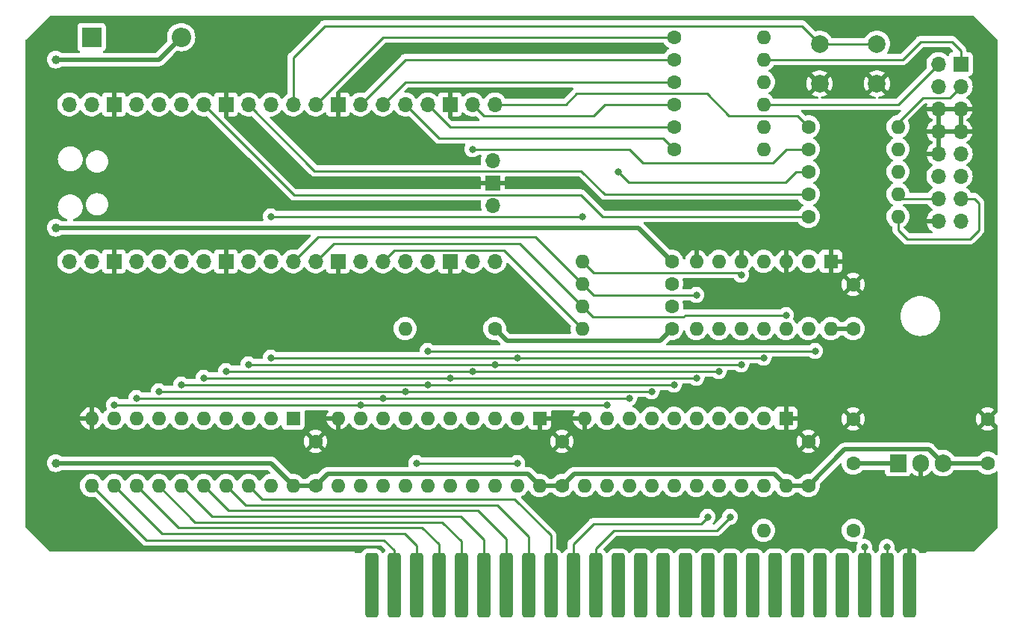
<source format=gbl>
%TF.GenerationSoftware,KiCad,Pcbnew,7.0.8-1.fc38*%
%TF.CreationDate,2023-10-28T17:25:26+02:00*%
%TF.ProjectId,AppleVGA,4170706c-6556-4474-912e-6b696361645f,A*%
%TF.SameCoordinates,Original*%
%TF.FileFunction,Copper,L2,Bot*%
%TF.FilePolarity,Positive*%
%FSLAX46Y46*%
G04 Gerber Fmt 4.6, Leading zero omitted, Abs format (unit mm)*
G04 Created by KiCad (PCBNEW 7.0.8-1.fc38) date 2023-10-28 17:25:26*
%MOMM*%
%LPD*%
G01*
G04 APERTURE LIST*
G04 Aperture macros list*
%AMRoundRect*
0 Rectangle with rounded corners*
0 $1 Rounding radius*
0 $2 $3 $4 $5 $6 $7 $8 $9 X,Y pos of 4 corners*
0 Add a 4 corners polygon primitive as box body*
4,1,4,$2,$3,$4,$5,$6,$7,$8,$9,$2,$3,0*
0 Add four circle primitives for the rounded corners*
1,1,$1+$1,$2,$3*
1,1,$1+$1,$4,$5*
1,1,$1+$1,$6,$7*
1,1,$1+$1,$8,$9*
0 Add four rect primitives between the rounded corners*
20,1,$1+$1,$2,$3,$4,$5,0*
20,1,$1+$1,$4,$5,$6,$7,0*
20,1,$1+$1,$6,$7,$8,$9,0*
20,1,$1+$1,$8,$9,$2,$3,0*%
G04 Aperture macros list end*
%TA.AperFunction,ComponentPad*%
%ADD10O,1.700000X1.700000*%
%TD*%
%TA.AperFunction,ComponentPad*%
%ADD11R,1.700000X1.700000*%
%TD*%
%TA.AperFunction,SMDPad,CuDef*%
%ADD12RoundRect,0.381000X0.381000X3.289000X-0.381000X3.289000X-0.381000X-3.289000X0.381000X-3.289000X0*%
%TD*%
%TA.AperFunction,ComponentPad*%
%ADD13C,1.600000*%
%TD*%
%TA.AperFunction,ComponentPad*%
%ADD14O,1.600000X1.600000*%
%TD*%
%TA.AperFunction,ComponentPad*%
%ADD15R,2.200000X2.200000*%
%TD*%
%TA.AperFunction,ComponentPad*%
%ADD16O,2.200000X2.200000*%
%TD*%
%TA.AperFunction,ComponentPad*%
%ADD17C,2.000000*%
%TD*%
%TA.AperFunction,ComponentPad*%
%ADD18R,1.600000X1.600000*%
%TD*%
%TA.AperFunction,ComponentPad*%
%ADD19R,1.905000X2.000000*%
%TD*%
%TA.AperFunction,ComponentPad*%
%ADD20O,1.905000X2.000000*%
%TD*%
%TA.AperFunction,ViaPad*%
%ADD21C,1.000000*%
%TD*%
%TA.AperFunction,ViaPad*%
%ADD22C,0.800000*%
%TD*%
%TA.AperFunction,Conductor*%
%ADD23C,0.250000*%
%TD*%
%TA.AperFunction,Conductor*%
%ADD24C,0.500000*%
%TD*%
G04 APERTURE END LIST*
D10*
%TO.P,J2,16,Pin_16*%
%TO.N,GND*%
X212852000Y-81788000D03*
%TO.P,J2,15,Pin_15*%
%TO.N,unconnected-(J2-Pin_15-Pad15)*%
X215392000Y-81788000D03*
%TO.P,J2,14,Pin_14*%
%TO.N,VGA_VSYNC*%
X212852000Y-79248000D03*
%TO.P,J2,13,Pin_13*%
%TO.N,VGA_HSYNC*%
X215392000Y-79248000D03*
%TO.P,J2,12,Pin_12*%
%TO.N,unconnected-(J2-Pin_12-Pad12)*%
X212852000Y-76708000D03*
%TO.P,J2,11,Pin_11*%
%TO.N,unconnected-(J2-Pin_11-Pad11)*%
X215392000Y-76708000D03*
%TO.P,J2,10,Pin_10*%
%TO.N,GND*%
X212852000Y-74168000D03*
%TO.P,J2,9,Pin_9*%
%TO.N,unconnected-(J2-Pin_9-Pad9)*%
X215392000Y-74168000D03*
%TO.P,J2,8,Pin_8*%
%TO.N,GND*%
X212852000Y-71628000D03*
%TO.P,J2,7,Pin_7*%
X215392000Y-71628000D03*
%TO.P,J2,6,Pin_6*%
X212852000Y-69088000D03*
%TO.P,J2,5,Pin_5*%
X215392000Y-69088000D03*
%TO.P,J2,4,Pin_4*%
%TO.N,unconnected-(J2-Pin_4-Pad4)*%
X212852000Y-66548000D03*
%TO.P,J2,3,Pin_3*%
%TO.N,VGA_B*%
X215392000Y-66548000D03*
%TO.P,J2,2,Pin_2*%
%TO.N,VGA_G*%
X212852000Y-64008000D03*
D11*
%TO.P,J2,1,Pin_1*%
%TO.N,VGA_R*%
X215392000Y-64008000D03*
%TD*%
D12*
%TO.P,J1,50,Pin_50*%
%TO.N,unconnected-(J1-Pin_50-Pad50)*%
X148590000Y-123090000D03*
%TO.P,J1,49,Pin_49*%
%TO.N,D0*%
X151130000Y-123090000D03*
%TO.P,J1,48,Pin_48*%
%TO.N,D1*%
X153670000Y-123090000D03*
%TO.P,J1,47,Pin_47*%
%TO.N,D2*%
X156210000Y-123090000D03*
%TO.P,J1,46,Pin_46*%
%TO.N,D3*%
X158750000Y-123090000D03*
%TO.P,J1,45,Pin_45*%
%TO.N,D4*%
X161290000Y-123090000D03*
%TO.P,J1,44,Pin_44*%
%TO.N,D5*%
X163830000Y-123090000D03*
%TO.P,J1,43,Pin_43*%
%TO.N,D6*%
X166370000Y-123090000D03*
%TO.P,J1,42,Pin_42*%
%TO.N,D7*%
X168910000Y-123090000D03*
%TO.P,J1,41,Pin_41*%
%TO.N,~{DEVSEL}*%
X171450000Y-123090000D03*
%TO.P,J1,40,Pin_40*%
%TO.N,PHI0*%
X173990000Y-123090000D03*
%TO.P,J1,39,Pin_39*%
%TO.N,unconnected-(J1-Pin_39-Pad39)*%
X176530000Y-123090000D03*
%TO.P,J1,38,Pin_38*%
%TO.N,unconnected-(J1-Pin_38-Pad38)*%
X179070000Y-123090000D03*
%TO.P,J1,37,Pin_37*%
%TO.N,unconnected-(J1-Pin_37-Pad37)*%
X181610000Y-123090000D03*
%TO.P,J1,36,Pin_36*%
%TO.N,unconnected-(J1-Pin_36-Pad36)*%
X184150000Y-123090000D03*
%TO.P,J1,35,Pin_35*%
%TO.N,unconnected-(J1-Pin_35-Pad35)*%
X186690000Y-123090000D03*
%TO.P,J1,34,Pin_34*%
%TO.N,unconnected-(J1-Pin_34-Pad34)*%
X189230000Y-123090000D03*
%TO.P,J1,33,Pin_33*%
%TO.N,unconnected-(J1-Pin_33-Pad33)*%
X191770000Y-123090000D03*
%TO.P,J1,32,Pin_32*%
%TO.N,unconnected-(J1-Pin_32-Pad32)*%
X194310000Y-123090000D03*
%TO.P,J1,31,Pin_31*%
%TO.N,unconnected-(J1-Pin_31-Pad31)*%
X196850000Y-123090000D03*
%TO.P,J1,30,Pin_30*%
%TO.N,unconnected-(J1-Pin_30-Pad30)*%
X199390000Y-123090000D03*
%TO.P,J1,29,Pin_29*%
%TO.N,unconnected-(J1-Pin_29-Pad29)*%
X201930000Y-123090000D03*
%TO.P,J1,28,Pin_28*%
%TO.N,~{INTPASS}*%
X204470000Y-123090000D03*
%TO.P,J1,27,Pin_27*%
%TO.N,~{DMAPASS}*%
X207010000Y-123090000D03*
%TO.P,J1,26,Pin_26*%
%TO.N,GND*%
X209550000Y-123090000D03*
%TD*%
D13*
%TO.P,R2,1*%
%TO.N,+3.3V*%
X182626000Y-91440000D03*
D14*
%TO.P,R2,2*%
%TO.N,Net-(U6-GPIO9)*%
X172466000Y-91440000D03*
%TD*%
D13*
%TO.P,R1,1*%
%TO.N,+3.3V*%
X182626000Y-88900000D03*
D14*
%TO.P,R1,2*%
%TO.N,Net-(U6-GPIO8)*%
X172466000Y-88900000D03*
%TD*%
D13*
%TO.P,R6,1*%
%TO.N,Net-(U6-GPIO20)*%
X182880000Y-66040000D03*
D14*
%TO.P,R6,2*%
%TO.N,VGA_R*%
X193040000Y-66040000D03*
%TD*%
D13*
%TO.P,R7,1*%
%TO.N,Net-(U6-GPIO19)*%
X182880000Y-73660000D03*
D14*
%TO.P,R7,2*%
%TO.N,VGA_G*%
X193040000Y-73660000D03*
%TD*%
D13*
%TO.P,R14,1*%
%TO.N,Net-(U6-GPIO27_ADC1)*%
X198120000Y-78740000D03*
D14*
%TO.P,R14,2*%
%TO.N,VGA_VSYNC*%
X208280000Y-78740000D03*
%TD*%
D13*
%TO.P,R13,1*%
%TO.N,Net-(U6-GPIO28_ADC2)*%
X198120000Y-81280000D03*
D14*
%TO.P,R13,2*%
%TO.N,VGA_HSYNC*%
X208280000Y-81280000D03*
%TD*%
D13*
%TO.P,C2,1*%
%TO.N,GND*%
X203200000Y-104220000D03*
%TO.P,C2,2*%
%TO.N,+5V*%
X203200000Y-109220000D03*
%TD*%
%TO.P,C6,1*%
%TO.N,+5V*%
X203200000Y-93980000D03*
%TO.P,C6,2*%
%TO.N,GND*%
X203200000Y-88980000D03*
%TD*%
%TO.P,R11,1*%
%TO.N,Net-(U6-GPIO15)*%
X198120000Y-76200000D03*
D14*
%TO.P,R11,2*%
%TO.N,VGA_B*%
X208280000Y-76200000D03*
%TD*%
D13*
%TO.P,R12,1*%
%TO.N,Net-(U6-GPIO14)*%
X198120000Y-73660000D03*
D14*
%TO.P,R12,2*%
%TO.N,VGA_B*%
X208280000Y-73660000D03*
%TD*%
D13*
%TO.P,R10,1*%
%TO.N,Net-(U6-GPIO16)*%
X198120000Y-71120000D03*
D14*
%TO.P,R10,2*%
%TO.N,VGA_B*%
X208280000Y-71120000D03*
%TD*%
D13*
%TO.P,R8,1*%
%TO.N,Net-(U6-GPIO18)*%
X182880000Y-71120000D03*
D14*
%TO.P,R8,2*%
%TO.N,VGA_G*%
X193040000Y-71120000D03*
%TD*%
D13*
%TO.P,R9,1*%
%TO.N,Net-(U6-GPIO17)*%
X182880000Y-68580000D03*
D14*
%TO.P,R9,2*%
%TO.N,VGA_G*%
X193040000Y-68580000D03*
%TD*%
D10*
%TO.P,U6,43,SWDIO*%
%TO.N,unconnected-(U6-SWDIO-Pad43)*%
X162330000Y-74930000D03*
D11*
%TO.P,U6,42,GND*%
%TO.N,GND*%
X162330000Y-77470000D03*
D10*
%TO.P,U6,41,SWCLK*%
%TO.N,unconnected-(U6-SWCLK-Pad41)*%
X162330000Y-80010000D03*
%TO.P,U6,40,VBUS*%
%TO.N,unconnected-(U6-VBUS-Pad40)*%
X114300000Y-68580000D03*
%TO.P,U6,39,VSYS*%
%TO.N,Net-(D1-K)*%
X116840000Y-68580000D03*
D11*
%TO.P,U6,38,GND*%
%TO.N,GND*%
X119380000Y-68580000D03*
D10*
%TO.P,U6,37,3V3_EN*%
%TO.N,unconnected-(U6-3V3_EN-Pad37)*%
X121920000Y-68580000D03*
%TO.P,U6,36,3V3*%
%TO.N,unconnected-(U6-3V3-Pad36)*%
X124460000Y-68580000D03*
%TO.P,U6,35,ADC_VREF*%
%TO.N,unconnected-(U6-ADC_VREF-Pad35)*%
X127000000Y-68580000D03*
%TO.P,U6,34,GPIO28_ADC2*%
%TO.N,Net-(U6-GPIO28_ADC2)*%
X129540000Y-68580000D03*
D11*
%TO.P,U6,33,AGND*%
%TO.N,GND*%
X132080000Y-68580000D03*
D10*
%TO.P,U6,32,GPIO27_ADC1*%
%TO.N,Net-(U6-GPIO27_ADC1)*%
X134620000Y-68580000D03*
%TO.P,U6,31,GPIO26_ADC0*%
%TO.N,Net-(U6-GPIO26_ADC0)*%
X137160000Y-68580000D03*
%TO.P,U6,30,RUN*%
%TO.N,RUN*%
X139700000Y-68580000D03*
%TO.P,U6,29,GPIO22*%
%TO.N,Net-(U6-GPIO22)*%
X142240000Y-68580000D03*
D11*
%TO.P,U6,28,GND*%
%TO.N,GND*%
X144780000Y-68580000D03*
D10*
%TO.P,U6,27,GPIO21*%
%TO.N,Net-(U6-GPIO21)*%
X147320000Y-68580000D03*
%TO.P,U6,26,GPIO20*%
%TO.N,Net-(U6-GPIO20)*%
X149860000Y-68580000D03*
%TO.P,U6,25,GPIO19*%
%TO.N,Net-(U6-GPIO19)*%
X152400000Y-68580000D03*
%TO.P,U6,24,GPIO18*%
%TO.N,Net-(U6-GPIO18)*%
X154940000Y-68580000D03*
D11*
%TO.P,U6,23,GND*%
%TO.N,GND*%
X157480000Y-68580000D03*
D10*
%TO.P,U6,22,GPIO17*%
%TO.N,Net-(U6-GPIO17)*%
X160020000Y-68580000D03*
%TO.P,U6,21,GPIO16*%
%TO.N,Net-(U6-GPIO16)*%
X162560000Y-68580000D03*
%TO.P,U6,20,GPIO15*%
%TO.N,Net-(U6-GPIO15)*%
X162560000Y-86360000D03*
%TO.P,U6,19,GPIO14*%
%TO.N,Net-(U6-GPIO14)*%
X160020000Y-86360000D03*
D11*
%TO.P,U6,18,GND*%
%TO.N,GND*%
X157480000Y-86360000D03*
D10*
%TO.P,U6,17,GPIO13*%
%TO.N,Net-(U1-CE)*%
X154940000Y-86360000D03*
%TO.P,U6,16,GPIO12*%
%TO.N,Net-(U2-CE)*%
X152400000Y-86360000D03*
%TO.P,U6,15,GPIO11*%
%TO.N,Net-(U3-CE)*%
X149860000Y-86360000D03*
%TO.P,U6,14,GPIO10*%
%TO.N,Net-(U3-A->B)*%
X147320000Y-86360000D03*
D11*
%TO.P,U6,13,GND*%
%TO.N,GND*%
X144780000Y-86360000D03*
D10*
%TO.P,U6,12,GPIO9*%
%TO.N,Net-(U6-GPIO9)*%
X142240000Y-86360000D03*
%TO.P,U6,11,GPIO8*%
%TO.N,Net-(U6-GPIO8)*%
X139700000Y-86360000D03*
%TO.P,U6,10,GPIO7*%
%TO.N,/DA7*%
X137160000Y-86360000D03*
%TO.P,U6,9,GPIO6*%
%TO.N,/DA6*%
X134620000Y-86360000D03*
D11*
%TO.P,U6,8,GND*%
%TO.N,GND*%
X132080000Y-86360000D03*
D10*
%TO.P,U6,7,GPIO5*%
%TO.N,/DA5*%
X129540000Y-86360000D03*
%TO.P,U6,6,GPIO4*%
%TO.N,/DA4*%
X127000000Y-86360000D03*
%TO.P,U6,5,GPIO3*%
%TO.N,/DA3*%
X124460000Y-86360000D03*
%TO.P,U6,4,GPIO2*%
%TO.N,/DA2*%
X121920000Y-86360000D03*
D11*
%TO.P,U6,3,GND*%
%TO.N,GND*%
X119380000Y-86360000D03*
D10*
%TO.P,U6,2,GPIO1*%
%TO.N,/DA1*%
X116840000Y-86360000D03*
%TO.P,U6,1,GPIO0*%
%TO.N,/DA0*%
X114300000Y-86360000D03*
%TD*%
D15*
%TO.P,D1,1,K*%
%TO.N,Net-(D1-K)*%
X116840000Y-60960000D03*
D16*
%TO.P,D1,2,A*%
%TO.N,+3.3V*%
X127000000Y-60960000D03*
%TD*%
D13*
%TO.P,R3,1*%
%TO.N,+3.3V*%
X182626000Y-86360000D03*
D14*
%TO.P,R3,2*%
%TO.N,Net-(U6-GPIO26_ADC0)*%
X172466000Y-86360000D03*
%TD*%
D13*
%TO.P,R15,1*%
%TO.N,+3.3V*%
X203200000Y-116840000D03*
D14*
%TO.P,R15,2*%
%TO.N,Net-(U1-CE)*%
X193040000Y-116840000D03*
%TD*%
D13*
%TO.P,R16,1*%
%TO.N,+3.3V*%
X162560000Y-93980000D03*
D14*
%TO.P,R16,2*%
%TO.N,Net-(U2-CE)*%
X152400000Y-93980000D03*
%TD*%
D17*
%TO.P,SW1,2,2*%
%TO.N,GND*%
X205890000Y-66222000D03*
X199390000Y-66222000D03*
%TO.P,SW1,1,1*%
%TO.N,RUN*%
X205890000Y-61722000D03*
X199390000Y-61722000D03*
%TD*%
D18*
%TO.P,U1,1,A->B*%
%TO.N,GND*%
X195580000Y-104140000D03*
D14*
%TO.P,U1,2,A0*%
%TO.N,/DA7*%
X193040000Y-104140000D03*
%TO.P,U1,3,A1*%
%TO.N,/DA6*%
X190500000Y-104140000D03*
%TO.P,U1,4,A2*%
%TO.N,/DA5*%
X187960000Y-104140000D03*
%TO.P,U1,5,A3*%
%TO.N,/DA4*%
X185420000Y-104140000D03*
%TO.P,U1,6,A4*%
%TO.N,/DA3*%
X182880000Y-104140000D03*
%TO.P,U1,7,A5*%
%TO.N,/DA2*%
X180340000Y-104140000D03*
%TO.P,U1,8,A6*%
%TO.N,/DA1*%
X177800000Y-104140000D03*
%TO.P,U1,9,A7*%
%TO.N,/DA0*%
X175260000Y-104140000D03*
%TO.P,U1,10,GND*%
%TO.N,GND*%
X172720000Y-104140000D03*
%TO.P,U1,11,B7*%
%TO.N,A8*%
X172720000Y-111760000D03*
%TO.P,U1,12,B6*%
%TO.N,A9*%
X175260000Y-111760000D03*
%TO.P,U1,13,B5*%
%TO.N,A10*%
X177800000Y-111760000D03*
%TO.P,U1,14,B4*%
%TO.N,A11*%
X180340000Y-111760000D03*
%TO.P,U1,15,B3*%
%TO.N,A12*%
X182880000Y-111760000D03*
%TO.P,U1,16,B2*%
%TO.N,A13*%
X185420000Y-111760000D03*
%TO.P,U1,17,B1*%
%TO.N,A14*%
X187960000Y-111760000D03*
%TO.P,U1,18,B0*%
%TO.N,A15*%
X190500000Y-111760000D03*
%TO.P,U1,19,CE*%
%TO.N,Net-(U1-CE)*%
X193040000Y-111760000D03*
%TO.P,U1,20,VCC*%
%TO.N,+3.3V*%
X195580000Y-111760000D03*
%TD*%
D18*
%TO.P,U3,1,A->B*%
%TO.N,Net-(U3-A->B)*%
X139700000Y-104140000D03*
D14*
%TO.P,U3,2,A0*%
%TO.N,/DA7*%
X137160000Y-104140000D03*
%TO.P,U3,3,A1*%
%TO.N,/DA6*%
X134620000Y-104140000D03*
%TO.P,U3,4,A2*%
%TO.N,/DA5*%
X132080000Y-104140000D03*
%TO.P,U3,5,A3*%
%TO.N,/DA4*%
X129540000Y-104140000D03*
%TO.P,U3,6,A4*%
%TO.N,/DA3*%
X127000000Y-104140000D03*
%TO.P,U3,7,A5*%
%TO.N,/DA2*%
X124460000Y-104140000D03*
%TO.P,U3,8,A6*%
%TO.N,/DA1*%
X121920000Y-104140000D03*
%TO.P,U3,9,A7*%
%TO.N,/DA0*%
X119380000Y-104140000D03*
%TO.P,U3,10,GND*%
%TO.N,GND*%
X116840000Y-104140000D03*
%TO.P,U3,11,B7*%
%TO.N,D0*%
X116840000Y-111760000D03*
%TO.P,U3,12,B6*%
%TO.N,D1*%
X119380000Y-111760000D03*
%TO.P,U3,13,B5*%
%TO.N,D2*%
X121920000Y-111760000D03*
%TO.P,U3,14,B4*%
%TO.N,D3*%
X124460000Y-111760000D03*
%TO.P,U3,15,B3*%
%TO.N,D4*%
X127000000Y-111760000D03*
%TO.P,U3,16,B2*%
%TO.N,D5*%
X129540000Y-111760000D03*
%TO.P,U3,17,B1*%
%TO.N,D6*%
X132080000Y-111760000D03*
%TO.P,U3,18,B0*%
%TO.N,D7*%
X134620000Y-111760000D03*
%TO.P,U3,19,CE*%
%TO.N,Net-(U3-CE)*%
X137160000Y-111760000D03*
%TO.P,U3,20,VCC*%
%TO.N,+3.3V*%
X139700000Y-111760000D03*
%TD*%
D18*
%TO.P,U2,1,A->B*%
%TO.N,GND*%
X167640000Y-104140000D03*
D14*
%TO.P,U2,2,A0*%
%TO.N,/DA7*%
X165100000Y-104140000D03*
%TO.P,U2,3,A1*%
%TO.N,/DA6*%
X162560000Y-104140000D03*
%TO.P,U2,4,A2*%
%TO.N,/DA5*%
X160020000Y-104140000D03*
%TO.P,U2,5,A3*%
%TO.N,/DA4*%
X157480000Y-104140000D03*
%TO.P,U2,6,A4*%
%TO.N,/DA3*%
X154940000Y-104140000D03*
%TO.P,U2,7,A5*%
%TO.N,/DA2*%
X152400000Y-104140000D03*
%TO.P,U2,8,A6*%
%TO.N,/DA1*%
X149860000Y-104140000D03*
%TO.P,U2,9,A7*%
%TO.N,/DA0*%
X147320000Y-104140000D03*
%TO.P,U2,10,GND*%
%TO.N,GND*%
X144780000Y-104140000D03*
%TO.P,U2,11,B7*%
%TO.N,A0*%
X144780000Y-111760000D03*
%TO.P,U2,12,B6*%
%TO.N,A1*%
X147320000Y-111760000D03*
%TO.P,U2,13,B5*%
%TO.N,A2*%
X149860000Y-111760000D03*
%TO.P,U2,14,B4*%
%TO.N,A3*%
X152400000Y-111760000D03*
%TO.P,U2,15,B3*%
%TO.N,A4*%
X154940000Y-111760000D03*
%TO.P,U2,16,B2*%
%TO.N,A5*%
X157480000Y-111760000D03*
%TO.P,U2,17,B1*%
%TO.N,A6*%
X160020000Y-111760000D03*
%TO.P,U2,18,B0*%
%TO.N,A7*%
X162560000Y-111760000D03*
%TO.P,U2,19,CE*%
%TO.N,Net-(U2-CE)*%
X165100000Y-111760000D03*
%TO.P,U2,20,VCC*%
%TO.N,+3.3V*%
X167640000Y-111760000D03*
%TD*%
D18*
%TO.P,U4,1*%
%TO.N,GND*%
X200660000Y-86360000D03*
D14*
%TO.P,U4,2*%
%TO.N,unconnected-(U4-Pad2)*%
X198120000Y-86360000D03*
%TO.P,U4,3*%
%TO.N,GND*%
X195580000Y-86360000D03*
%TO.P,U4,4*%
%TO.N,unconnected-(U4-Pad4)*%
X193040000Y-86360000D03*
%TO.P,U4,5*%
%TO.N,GND*%
X190500000Y-86360000D03*
%TO.P,U4,6*%
%TO.N,unconnected-(U4-Pad6)*%
X187960000Y-86360000D03*
%TO.P,U4,7,GND*%
%TO.N,GND*%
X185420000Y-86360000D03*
%TO.P,U4,8*%
%TO.N,Net-(U6-GPIO8)*%
X185420000Y-93980000D03*
%TO.P,U4,9*%
%TO.N,~{DEVSEL}*%
X187960000Y-93980000D03*
%TO.P,U4,10*%
%TO.N,Net-(U6-GPIO26_ADC0)*%
X190500000Y-93980000D03*
%TO.P,U4,11*%
%TO.N,PHI0*%
X193040000Y-93980000D03*
%TO.P,U4,12*%
%TO.N,Net-(U6-GPIO9)*%
X195580000Y-93980000D03*
%TO.P,U4,13*%
%TO.N,R~{W}*%
X198120000Y-93980000D03*
%TO.P,U4,14,VCC*%
%TO.N,+5V*%
X200660000Y-93980000D03*
%TD*%
D13*
%TO.P,C5,2*%
%TO.N,GND*%
X142240000Y-106760000D03*
%TO.P,C5,1*%
%TO.N,+3.3V*%
X142240000Y-111760000D03*
%TD*%
%TO.P,C4,1*%
%TO.N,+3.3V*%
X170180000Y-111760000D03*
%TO.P,C4,2*%
%TO.N,GND*%
X170180000Y-106760000D03*
%TD*%
%TO.P,C3,2*%
%TO.N,GND*%
X198120000Y-106760000D03*
%TO.P,C3,1*%
%TO.N,+3.3V*%
X198120000Y-111760000D03*
%TD*%
%TO.P,R17,1*%
%TO.N,+3.3V*%
X182626000Y-93980000D03*
D14*
%TO.P,R17,2*%
%TO.N,Net-(U3-CE)*%
X172466000Y-93980000D03*
%TD*%
D19*
%TO.P,U5,1,VI*%
%TO.N,+5V*%
X208280000Y-109220000D03*
D20*
%TO.P,U5,2,GND*%
%TO.N,GND*%
X210820000Y-109220000D03*
%TO.P,U5,3,VO*%
%TO.N,+3.3V*%
X213360000Y-109220000D03*
%TD*%
D13*
%TO.P,C1,2*%
%TO.N,GND*%
X218440000Y-104220000D03*
%TO.P,C1,1*%
%TO.N,+3.3V*%
X218440000Y-109220000D03*
%TD*%
%TO.P,R5,1*%
%TO.N,Net-(U6-GPIO21)*%
X182880000Y-63500000D03*
D14*
%TO.P,R5,2*%
%TO.N,VGA_R*%
X193040000Y-63500000D03*
%TD*%
D13*
%TO.P,R4,1*%
%TO.N,Net-(U6-GPIO22)*%
X182880000Y-60960000D03*
D14*
%TO.P,R4,2*%
%TO.N,VGA_R*%
X193040000Y-60960000D03*
%TD*%
D21*
%TO.N,+3.3V*%
X112776000Y-82550000D03*
X112776000Y-109220000D03*
X112776000Y-63500000D03*
D22*
%TO.N,~{DMAPASS}*%
X207010000Y-118745000D03*
%TO.N,~{INTPASS}*%
X204470000Y-118745000D03*
%TO.N,Net-(U6-GPIO9)*%
X195580000Y-92456006D03*
%TO.N,/DA0*%
X175260000Y-102616004D03*
X147320000Y-102616000D03*
X119379988Y-102616000D03*
%TO.N,/DA1*%
X177800000Y-101854008D03*
X149860000Y-101854008D03*
X121920000Y-101854000D03*
%TO.N,/DA2*%
X180340000Y-101092000D03*
X152400000Y-101092000D03*
X124460000Y-101092000D03*
%TO.N,/DA3*%
X182880000Y-100330000D03*
X127000000Y-100330000D03*
X154940000Y-100330000D03*
%TO.N,/DA4*%
X185420000Y-99568000D03*
X157480000Y-99568000D03*
X129540000Y-99568000D03*
%TO.N,/DA5*%
X160020000Y-98806000D03*
X187960000Y-98806000D03*
X132080000Y-98806000D03*
%TO.N,/DA6*%
X134620000Y-98044000D03*
X162560000Y-98044000D03*
X190500000Y-98044000D03*
%TO.N,/DA7*%
X165100000Y-97282000D03*
X137160000Y-97282000D03*
X193040000Y-97282000D03*
%TO.N,PHI0*%
X189230000Y-115316000D03*
%TO.N,Net-(U6-GPIO15)*%
X176530000Y-76200004D03*
%TO.N,Net-(U6-GPIO14)*%
X160020000Y-73660000D03*
%TO.N,~{DEVSEL}*%
X186690000Y-115316000D03*
%TO.N,Net-(U6-GPIO8)*%
X185420000Y-90170000D03*
%TO.N,Net-(U6-GPIO26_ADC0)*%
X172466000Y-81280000D03*
X190500000Y-87884000D03*
X137160000Y-81279992D03*
%TO.N,Net-(U1-CE)*%
X154940000Y-96520000D03*
X198882000Y-96520000D03*
%TO.N,Net-(U2-CE)*%
X153670000Y-109220000D03*
X165100000Y-109220000D03*
%TD*%
D23*
%TO.N,Net-(U6-GPIO15)*%
X198120000Y-76200000D02*
X196697600Y-76200000D01*
X196697600Y-76200000D02*
X195503800Y-77393800D01*
X177723796Y-77393800D02*
X176530000Y-76200004D01*
X195503800Y-77393800D02*
X177723796Y-77393800D01*
%TO.N,Net-(U6-GPIO14)*%
X160020000Y-73660000D02*
X177800000Y-73660000D01*
X177800000Y-73660000D02*
X179324000Y-75184000D01*
X179324000Y-75184000D02*
X194056000Y-75184000D01*
X194056000Y-75184000D02*
X195580000Y-73660000D01*
X195580000Y-73660000D02*
X198120000Y-73660000D01*
%TO.N,Net-(U6-GPIO16)*%
X198120000Y-71120000D02*
X196850000Y-69850000D01*
X171856400Y-67360800D02*
X170637200Y-68580000D01*
X196850000Y-69850000D02*
X189128400Y-69850000D01*
X189128400Y-69850000D02*
X186639200Y-67360800D01*
X186639200Y-67360800D02*
X171856400Y-67360800D01*
X170637200Y-68580000D02*
X162560000Y-68580000D01*
%TO.N,Net-(U6-GPIO17)*%
X182880000Y-68580000D02*
X175031400Y-68580000D01*
X175031400Y-68580000D02*
X173761400Y-69850000D01*
X173761400Y-69850000D02*
X161290000Y-69850000D01*
X161290000Y-69850000D02*
X160020000Y-68580000D01*
%TO.N,Net-(U6-GPIO20)*%
X149860000Y-68580000D02*
X152400000Y-66040000D01*
X152400000Y-66040000D02*
X182880000Y-66040000D01*
%TO.N,Net-(U6-GPIO21)*%
X147320000Y-68580000D02*
X152400000Y-63500000D01*
X152400000Y-63500000D02*
X182880000Y-63500000D01*
%TO.N,Net-(U6-GPIO22)*%
X142240000Y-68580000D02*
X149860000Y-60960000D01*
X149860000Y-60960000D02*
X182880000Y-60960000D01*
%TO.N,VGA_R*%
X193040000Y-63500000D02*
X208788000Y-63500000D01*
X208788000Y-63500000D02*
X210820000Y-61468000D01*
X210820000Y-61468000D02*
X214376000Y-61468000D01*
X214376000Y-61468000D02*
X215392000Y-62484000D01*
X215392000Y-62484000D02*
X215392000Y-64008000D01*
%TO.N,VGA_G*%
X193040000Y-68580000D02*
X208280000Y-68580000D01*
X208280000Y-68580000D02*
X212852000Y-64008000D01*
%TO.N,Net-(U6-GPIO18)*%
X182880000Y-71120000D02*
X157480000Y-71120000D01*
X157480000Y-71120000D02*
X154940000Y-68580000D01*
%TO.N,Net-(U6-GPIO19)*%
X182880000Y-73660000D02*
X181610000Y-72390000D01*
X181610000Y-72390000D02*
X156210000Y-72390000D01*
X156210000Y-72390000D02*
X152400000Y-68580000D01*
%TO.N,VGA_HSYNC*%
X215392000Y-79248000D02*
X216916000Y-79248000D01*
X217424000Y-79756000D02*
X217424000Y-82804000D01*
X216916000Y-79248000D02*
X217424000Y-79756000D01*
X217424000Y-82804000D02*
X216408000Y-83820000D01*
X216408000Y-83820000D02*
X209296000Y-83820000D01*
X209296000Y-83820000D02*
X208280000Y-82804000D01*
X208280000Y-82804000D02*
X208280000Y-81280000D01*
%TO.N,VGA_VSYNC*%
X212852000Y-79248000D02*
X208788000Y-79248000D01*
X208788000Y-79248000D02*
X208280000Y-78740000D01*
%TO.N,Net-(U6-GPIO28_ADC2)*%
X129540000Y-68580000D02*
X139795000Y-78835000D01*
X139795000Y-78835000D02*
X172307000Y-78835000D01*
X172307000Y-78835000D02*
X174752000Y-81280000D01*
X174752000Y-81280000D02*
X198120000Y-81280000D01*
%TO.N,Net-(U6-GPIO27_ADC1)*%
X134620000Y-68580000D02*
X142145000Y-76105000D01*
X142145000Y-76105000D02*
X172371000Y-76105000D01*
X172371000Y-76105000D02*
X175006000Y-78740000D01*
X175006000Y-78740000D02*
X198120000Y-78740000D01*
%TO.N,VGA_B*%
X215392000Y-66548000D02*
X214122344Y-67817656D01*
X214122344Y-67817656D02*
X211074344Y-67817656D01*
X211074344Y-67817656D02*
X208280000Y-70612000D01*
X208280000Y-70612000D02*
X208280000Y-71120000D01*
D24*
%TO.N,+5V*%
X203200000Y-109220000D02*
X208280000Y-109220000D01*
X203200000Y-93980000D02*
X200660000Y-93980000D01*
%TO.N,GND*%
X209550000Y-118660000D02*
X209550000Y-123090000D01*
X210820000Y-109220000D02*
X210820000Y-117390000D01*
X210820000Y-117390000D02*
X209550000Y-118660000D01*
X195580000Y-104140000D02*
X195580000Y-104220000D01*
%TO.N,+3.3V*%
X213360000Y-109220000D02*
X218440000Y-109220000D01*
X127000000Y-60960000D02*
X124460000Y-63500000D01*
X195580000Y-111760000D02*
X194230000Y-110410000D01*
X163910000Y-95330000D02*
X181276000Y-95330000D01*
X182626000Y-86360000D02*
X178816000Y-82550000D01*
X162560000Y-93980000D02*
X163910000Y-95330000D01*
X198120000Y-111760000D02*
X195580000Y-111760000D01*
X202210000Y-107670000D02*
X198120000Y-111760000D01*
X167640000Y-111760000D02*
X166290000Y-110410000D01*
X166290000Y-110410000D02*
X143590000Y-110410000D01*
X194230000Y-110410000D02*
X171530000Y-110410000D01*
X137160000Y-109220000D02*
X112776000Y-109220000D01*
X178816000Y-82550000D02*
X112776000Y-82550000D01*
X170180000Y-111760000D02*
X167640000Y-111760000D01*
X142240000Y-111760000D02*
X139700000Y-111760000D01*
X143590000Y-110410000D02*
X142240000Y-111760000D01*
X181276000Y-95330000D02*
X182626000Y-93980000D01*
X213360000Y-109220000D02*
X211810000Y-107670000D01*
X139700000Y-111760000D02*
X137160000Y-109220000D01*
X211810000Y-107670000D02*
X202210000Y-107670000D01*
X171530000Y-110410000D02*
X170180000Y-111760000D01*
X124460000Y-63500000D02*
X112776000Y-63500000D01*
D23*
%TO.N,~{DMAPASS}*%
X207010000Y-123090000D02*
X207010000Y-118745000D01*
%TO.N,~{INTPASS}*%
X204470000Y-123090000D02*
X204470000Y-118745000D01*
%TO.N,Net-(U6-GPIO9)*%
X165354000Y-84328000D02*
X144272000Y-84328000D01*
X144272000Y-84328000D02*
X142240000Y-86360000D01*
X195580000Y-92456006D02*
X195579994Y-92456000D01*
X172466000Y-91440000D02*
X165354000Y-84328000D01*
X173691000Y-92665000D02*
X172466000Y-91440000D01*
X184150000Y-92456000D02*
X183941000Y-92665000D01*
X183941000Y-92665000D02*
X173691000Y-92665000D01*
X195579994Y-92456000D02*
X184150000Y-92456000D01*
%TO.N,/DA0*%
X119379988Y-102616000D02*
X147320000Y-102616000D01*
X175259996Y-102616000D02*
X175260000Y-102616004D01*
X147320000Y-102616000D02*
X175259996Y-102616000D01*
%TO.N,/DA1*%
X177800000Y-101854008D02*
X121920008Y-101854008D01*
X121920008Y-101854008D02*
X121920000Y-101854000D01*
%TO.N,/DA2*%
X124460000Y-101092000D02*
X180340000Y-101092000D01*
%TO.N,/DA3*%
X182626000Y-100330000D02*
X182880000Y-100330000D01*
X127000000Y-100330000D02*
X182626000Y-100330000D01*
%TO.N,/DA4*%
X185420000Y-99568000D02*
X129540000Y-99568000D01*
%TO.N,/DA5*%
X132080000Y-98806000D02*
X187960000Y-98806000D01*
%TO.N,/DA6*%
X190500000Y-98044000D02*
X134620000Y-98044000D01*
%TO.N,/DA7*%
X137160000Y-97282000D02*
X190753999Y-97282000D01*
X190753999Y-97282000D02*
X193040000Y-97282000D01*
%TO.N,PHI0*%
X187706000Y-116840000D02*
X189230000Y-115316000D01*
X173990000Y-118872000D02*
X176022000Y-116840000D01*
X173990000Y-123090000D02*
X173990000Y-118872000D01*
X176022000Y-116840000D02*
X187706000Y-116840000D01*
%TO.N,RUN*%
X197358000Y-59690000D02*
X199390000Y-61722000D01*
X139700000Y-63246000D02*
X143256000Y-59690000D01*
X139700000Y-68580000D02*
X139700000Y-63246000D01*
X199390000Y-61722000D02*
X205890000Y-61722000D01*
X143256000Y-59690000D02*
X197358000Y-59690000D01*
%TO.N,D0*%
X123020000Y-117940000D02*
X116840000Y-111760000D01*
X149960000Y-117940000D02*
X123020000Y-117940000D01*
X151130000Y-119110000D02*
X149960000Y-117940000D01*
X151130000Y-123090000D02*
X151130000Y-119110000D01*
%TO.N,D1*%
X153670000Y-118560000D02*
X152350000Y-117240000D01*
X153670000Y-123090000D02*
X153670000Y-118560000D01*
X124860000Y-117240000D02*
X119380000Y-111760000D01*
X152350000Y-117240000D02*
X124860000Y-117240000D01*
%TO.N,D2*%
X126700000Y-116540000D02*
X121920000Y-111760000D01*
X154320000Y-116540000D02*
X126700000Y-116540000D01*
X156210000Y-118430000D02*
X154320000Y-116540000D01*
X156210000Y-123090000D02*
X156210000Y-118430000D01*
%TO.N,D3*%
X158750000Y-123090000D02*
X158750000Y-118080000D01*
X156570000Y-115900000D02*
X128600000Y-115900000D01*
X128600000Y-115900000D02*
X124460000Y-111760000D01*
X158750000Y-118080000D02*
X156570000Y-115900000D01*
%TO.N,D4*%
X161290000Y-117860000D02*
X158710000Y-115280000D01*
X130520000Y-115280000D02*
X127000000Y-111760000D01*
X161290000Y-123090000D02*
X161290000Y-117860000D01*
X158710000Y-115280000D02*
X130520000Y-115280000D01*
%TO.N,D5*%
X163830000Y-123090000D02*
X163830000Y-117810000D01*
X163830000Y-117810000D02*
X160620000Y-114600000D01*
X132380000Y-114600000D02*
X129540000Y-111760000D01*
X160620000Y-114600000D02*
X132380000Y-114600000D01*
%TO.N,D6*%
X166370000Y-123090000D02*
X166370000Y-117510000D01*
X166370000Y-117510000D02*
X162820000Y-113960000D01*
X162820000Y-113960000D02*
X134280000Y-113960000D01*
X134280000Y-113960000D02*
X132080000Y-111760000D01*
%TO.N,D7*%
X168910000Y-123090000D02*
X168910000Y-117420000D01*
X168910000Y-117420000D02*
X164800000Y-113310000D01*
X164800000Y-113310000D02*
X136170000Y-113310000D01*
X136170000Y-113310000D02*
X134620000Y-111760000D01*
%TO.N,~{DEVSEL}*%
X173736000Y-116078000D02*
X185928000Y-116078000D01*
X185928000Y-116078000D02*
X186690000Y-115316000D01*
X171450000Y-118364000D02*
X173736000Y-116078000D01*
X171450000Y-123090000D02*
X171450000Y-118364000D01*
%TO.N,Net-(U6-GPIO8)*%
X142494000Y-83566000D02*
X139700000Y-86360000D01*
X173736000Y-90170000D02*
X185420000Y-90170000D01*
X167132000Y-83566000D02*
X142494000Y-83566000D01*
X172466000Y-88900000D02*
X167132000Y-83566000D01*
X173736000Y-90170000D02*
X172466000Y-88900000D01*
%TO.N,Net-(U6-GPIO26_ADC0)*%
X190500000Y-87884000D02*
X190246000Y-87630000D01*
X137160008Y-81280000D02*
X137160000Y-81279992D01*
X190246000Y-87630000D02*
X173736000Y-87630000D01*
X172466000Y-81280000D02*
X137160008Y-81280000D01*
X173736000Y-87630000D02*
X172466000Y-86360000D01*
%TO.N,Net-(U1-CE)*%
X154940000Y-96520000D02*
X198882000Y-96520000D01*
%TO.N,Net-(U2-CE)*%
X165100000Y-109220000D02*
X153670000Y-109220000D01*
%TO.N,Net-(U3-CE)*%
X172466000Y-93980000D02*
X163571000Y-85085000D01*
X151135000Y-85085000D02*
X149860000Y-86360000D01*
X163571000Y-85085000D02*
X151135000Y-85085000D01*
%TD*%
%TA.AperFunction,Conductor*%
%TO.N,GND*%
G36*
X211643083Y-79901185D02*
G01*
X211679852Y-79937678D01*
X211776276Y-80085265D01*
X211776284Y-80085276D01*
X211928756Y-80250902D01*
X211928761Y-80250907D01*
X211973158Y-80285463D01*
X212106424Y-80389189D01*
X212138246Y-80406410D01*
X212149695Y-80412606D01*
X212199286Y-80461825D01*
X212214394Y-80530042D01*
X212190224Y-80595597D01*
X212161802Y-80623236D01*
X211980922Y-80749890D01*
X211980920Y-80749891D01*
X211813891Y-80916920D01*
X211813886Y-80916926D01*
X211678400Y-81110420D01*
X211678399Y-81110422D01*
X211578570Y-81324507D01*
X211578567Y-81324513D01*
X211521364Y-81537999D01*
X211521364Y-81538000D01*
X212418314Y-81538000D01*
X212392507Y-81578156D01*
X212352000Y-81716111D01*
X212352000Y-81859889D01*
X212392507Y-81997844D01*
X212418314Y-82038000D01*
X211521364Y-82038000D01*
X211578567Y-82251486D01*
X211578570Y-82251492D01*
X211678399Y-82465578D01*
X211813894Y-82659082D01*
X211980917Y-82826105D01*
X212173458Y-82960925D01*
X212217083Y-83015502D01*
X212224275Y-83085001D01*
X212192753Y-83147355D01*
X212132523Y-83182769D01*
X212102334Y-83186500D01*
X209609766Y-83186500D01*
X209542727Y-83166815D01*
X209522085Y-83150181D01*
X208954594Y-82582689D01*
X208921109Y-82521366D01*
X208926093Y-82451674D01*
X208967965Y-82395741D01*
X208971093Y-82393474D01*
X209124300Y-82286198D01*
X209286198Y-82124300D01*
X209417523Y-81936749D01*
X209514284Y-81729243D01*
X209573543Y-81508087D01*
X209593498Y-81280000D01*
X209591923Y-81262003D01*
X209587796Y-81214832D01*
X209573543Y-81051913D01*
X209514284Y-80830757D01*
X209506873Y-80814865D01*
X209470860Y-80737634D01*
X209417523Y-80623251D01*
X209286198Y-80435700D01*
X209124300Y-80273802D01*
X208936749Y-80142477D01*
X208930393Y-80139513D01*
X208893653Y-80122380D01*
X208841214Y-80076207D01*
X208822063Y-80009014D01*
X208842280Y-79942133D01*
X208893660Y-79897615D01*
X208903314Y-79893113D01*
X208955709Y-79881500D01*
X211576044Y-79881500D01*
X211643083Y-79901185D01*
G37*
%TD.AperFunction*%
%TA.AperFunction,Conductor*%
G36*
X172124273Y-76758185D02*
G01*
X172144914Y-76774818D01*
X173322442Y-77952347D01*
X174498912Y-79128817D01*
X174508816Y-79141178D01*
X174509026Y-79141005D01*
X174514001Y-79147019D01*
X174565078Y-79194984D01*
X174586224Y-79216130D01*
X174591813Y-79220466D01*
X174596245Y-79224252D01*
X174626458Y-79252622D01*
X174630680Y-79256587D01*
X174648562Y-79266417D01*
X174664829Y-79277102D01*
X174680960Y-79289615D01*
X174696239Y-79296226D01*
X174724307Y-79308371D01*
X174729533Y-79310931D01*
X174770940Y-79333695D01*
X174790716Y-79338772D01*
X174809124Y-79345075D01*
X174827850Y-79353179D01*
X174827852Y-79353180D01*
X174827853Y-79353180D01*
X174827855Y-79353181D01*
X174868784Y-79359663D01*
X174874503Y-79360569D01*
X174880212Y-79361751D01*
X174925970Y-79373500D01*
X174946384Y-79373500D01*
X174965783Y-79375027D01*
X174985943Y-79378220D01*
X175032966Y-79373775D01*
X175038804Y-79373500D01*
X196901648Y-79373500D01*
X196968687Y-79393185D01*
X197003220Y-79426373D01*
X197113802Y-79584300D01*
X197275700Y-79746198D01*
X197407248Y-79838309D01*
X197463251Y-79877523D01*
X197506345Y-79897618D01*
X197558784Y-79943791D01*
X197577936Y-80010984D01*
X197557720Y-80077865D01*
X197506345Y-80122382D01*
X197463251Y-80142476D01*
X197347708Y-80223381D01*
X197275700Y-80273802D01*
X197275698Y-80273803D01*
X197275695Y-80273806D01*
X197113806Y-80435695D01*
X197113803Y-80435698D01*
X197113802Y-80435700D01*
X197003220Y-80593625D01*
X196948646Y-80637249D01*
X196901648Y-80646500D01*
X175065767Y-80646500D01*
X174998728Y-80626815D01*
X174978086Y-80610181D01*
X172814088Y-78446183D01*
X172804187Y-78433823D01*
X172803977Y-78433998D01*
X172799002Y-78427986D01*
X172799000Y-78427982D01*
X172772658Y-78403245D01*
X172747922Y-78380016D01*
X172726768Y-78358863D01*
X172724792Y-78357331D01*
X172721183Y-78354531D01*
X172716750Y-78350744D01*
X172682321Y-78318414D01*
X172682319Y-78318412D01*
X172664431Y-78308578D01*
X172648170Y-78297897D01*
X172632039Y-78285384D01*
X172588693Y-78266627D01*
X172583445Y-78264056D01*
X172556251Y-78249106D01*
X172542060Y-78241305D01*
X172538660Y-78240432D01*
X172522287Y-78236228D01*
X172503881Y-78229926D01*
X172485144Y-78221818D01*
X172485146Y-78221818D01*
X172438496Y-78214430D01*
X172432781Y-78213246D01*
X172412612Y-78208068D01*
X172387032Y-78201500D01*
X172387030Y-78201500D01*
X172366616Y-78201500D01*
X172347217Y-78199973D01*
X172327058Y-78196780D01*
X172327057Y-78196780D01*
X172280034Y-78201225D01*
X172274196Y-78201500D01*
X163804000Y-78201500D01*
X163736961Y-78181815D01*
X163691206Y-78129011D01*
X163680000Y-78077500D01*
X163680000Y-77720000D01*
X162775572Y-77720000D01*
X162798682Y-77684040D01*
X162840000Y-77543327D01*
X162840000Y-77396673D01*
X162798682Y-77255960D01*
X162775572Y-77220000D01*
X163680000Y-77220000D01*
X163680000Y-76862500D01*
X163699685Y-76795461D01*
X163752489Y-76749706D01*
X163804000Y-76738500D01*
X172057234Y-76738500D01*
X172124273Y-76758185D01*
G37*
%TD.AperFunction*%
%TA.AperFunction,Conductor*%
G36*
X211531803Y-68470841D02*
G01*
X211577558Y-68523645D01*
X211587502Y-68592803D01*
X211579652Y-68619148D01*
X211580419Y-68619428D01*
X211578567Y-68624513D01*
X211521364Y-68837999D01*
X211521364Y-68838000D01*
X212418314Y-68838000D01*
X212392507Y-68878156D01*
X212352000Y-69016111D01*
X212352000Y-69159889D01*
X212392507Y-69297844D01*
X212418314Y-69338000D01*
X211521364Y-69338000D01*
X211578567Y-69551486D01*
X211578570Y-69551492D01*
X211678399Y-69765578D01*
X211813894Y-69959082D01*
X211980917Y-70126105D01*
X212167031Y-70256425D01*
X212210656Y-70311003D01*
X212217848Y-70380501D01*
X212186326Y-70442856D01*
X212167031Y-70459575D01*
X211980922Y-70589890D01*
X211980920Y-70589891D01*
X211813891Y-70756920D01*
X211813886Y-70756926D01*
X211678400Y-70950420D01*
X211678399Y-70950422D01*
X211578570Y-71164507D01*
X211578567Y-71164513D01*
X211521364Y-71377999D01*
X211521364Y-71378000D01*
X212418314Y-71378000D01*
X212392507Y-71418156D01*
X212352000Y-71556111D01*
X212352000Y-71699889D01*
X212392507Y-71837844D01*
X212418314Y-71878000D01*
X211521364Y-71878000D01*
X211578567Y-72091486D01*
X211578570Y-72091492D01*
X211678399Y-72305578D01*
X211813894Y-72499082D01*
X211980917Y-72666105D01*
X212167031Y-72796425D01*
X212210656Y-72851003D01*
X212217848Y-72920501D01*
X212186326Y-72982856D01*
X212167031Y-72999575D01*
X211980922Y-73129890D01*
X211980920Y-73129891D01*
X211813891Y-73296920D01*
X211813886Y-73296926D01*
X211678400Y-73490420D01*
X211678399Y-73490422D01*
X211578570Y-73704507D01*
X211578567Y-73704513D01*
X211521364Y-73917999D01*
X211521364Y-73918000D01*
X212418314Y-73918000D01*
X212392507Y-73958156D01*
X212352000Y-74096111D01*
X212352000Y-74239889D01*
X212392507Y-74377844D01*
X212418314Y-74418000D01*
X211521364Y-74418000D01*
X211578567Y-74631486D01*
X211578570Y-74631492D01*
X211678399Y-74845578D01*
X211813894Y-75039082D01*
X211980917Y-75206105D01*
X212161802Y-75332763D01*
X212205427Y-75387340D01*
X212212619Y-75456839D01*
X212181097Y-75519193D01*
X212149697Y-75543392D01*
X212106427Y-75566809D01*
X212106422Y-75566812D01*
X211928761Y-75705092D01*
X211928756Y-75705097D01*
X211776284Y-75870723D01*
X211776276Y-75870734D01*
X211653140Y-76059207D01*
X211562703Y-76265385D01*
X211507436Y-76483628D01*
X211507434Y-76483640D01*
X211488844Y-76707994D01*
X211488844Y-76708005D01*
X211507434Y-76932359D01*
X211507436Y-76932371D01*
X211562703Y-77150614D01*
X211653140Y-77356792D01*
X211776276Y-77545265D01*
X211776284Y-77545276D01*
X211928756Y-77710902D01*
X211928761Y-77710907D01*
X211987981Y-77757000D01*
X212106424Y-77849189D01*
X212106429Y-77849191D01*
X212106431Y-77849193D01*
X212142930Y-77868946D01*
X212192520Y-77918165D01*
X212207628Y-77986382D01*
X212183457Y-78051937D01*
X212142930Y-78087054D01*
X212106431Y-78106806D01*
X212106422Y-78106812D01*
X211928761Y-78245092D01*
X211928756Y-78245097D01*
X211776284Y-78410723D01*
X211776276Y-78410734D01*
X211679852Y-78558322D01*
X211626706Y-78603679D01*
X211576044Y-78614500D01*
X209695680Y-78614500D01*
X209628641Y-78594815D01*
X209582886Y-78542011D01*
X209575137Y-78517091D01*
X209574944Y-78517143D01*
X209573640Y-78512278D01*
X209573563Y-78512029D01*
X209573543Y-78511918D01*
X209573543Y-78511913D01*
X209514284Y-78290757D01*
X209511779Y-78285386D01*
X209438861Y-78129011D01*
X209417523Y-78083251D01*
X209286198Y-77895700D01*
X209124300Y-77733802D01*
X208936749Y-77602477D01*
X208893655Y-77582382D01*
X208841215Y-77536210D01*
X208822063Y-77469017D01*
X208842278Y-77402136D01*
X208893655Y-77357618D01*
X208896882Y-77356112D01*
X208936749Y-77337523D01*
X209124300Y-77206198D01*
X209286198Y-77044300D01*
X209417523Y-76856749D01*
X209514284Y-76649243D01*
X209573543Y-76428087D01*
X209592104Y-76215929D01*
X209593498Y-76200001D01*
X209593498Y-76199998D01*
X209580774Y-76054562D01*
X209573543Y-75971913D01*
X209514284Y-75750757D01*
X209510924Y-75743552D01*
X209450086Y-75613083D01*
X209417523Y-75543251D01*
X209286198Y-75355700D01*
X209124300Y-75193802D01*
X208936749Y-75062477D01*
X208894583Y-75042815D01*
X208893655Y-75042382D01*
X208841215Y-74996210D01*
X208822063Y-74929017D01*
X208842278Y-74862136D01*
X208893655Y-74817618D01*
X208896882Y-74816112D01*
X208936749Y-74797523D01*
X209124300Y-74666198D01*
X209286198Y-74504300D01*
X209417523Y-74316749D01*
X209514284Y-74109243D01*
X209573543Y-73888087D01*
X209593498Y-73660000D01*
X209573543Y-73431913D01*
X209514284Y-73210757D01*
X209513697Y-73209499D01*
X209473389Y-73123056D01*
X209417523Y-73003251D01*
X209286198Y-72815700D01*
X209124300Y-72653802D01*
X208936749Y-72522477D01*
X208893655Y-72502382D01*
X208841215Y-72456210D01*
X208822063Y-72389017D01*
X208842278Y-72322136D01*
X208893655Y-72277618D01*
X208896882Y-72276112D01*
X208936749Y-72257523D01*
X209124300Y-72126198D01*
X209286198Y-71964300D01*
X209417523Y-71776749D01*
X209514284Y-71569243D01*
X209573543Y-71348087D01*
X209593498Y-71120000D01*
X209573543Y-70891913D01*
X209514284Y-70670757D01*
X209424681Y-70478602D01*
X209414190Y-70409527D01*
X209442710Y-70345743D01*
X209449370Y-70338532D01*
X211300429Y-68487475D01*
X211361752Y-68453990D01*
X211388110Y-68451156D01*
X211464764Y-68451156D01*
X211531803Y-68470841D01*
G37*
%TD.AperFunction*%
%TA.AperFunction,Conductor*%
G36*
X132330000Y-69930000D02*
G01*
X132977828Y-69930000D01*
X132977844Y-69929999D01*
X133037372Y-69923598D01*
X133037379Y-69923596D01*
X133172086Y-69873354D01*
X133172093Y-69873350D01*
X133287187Y-69787190D01*
X133287190Y-69787187D01*
X133373350Y-69672093D01*
X133373354Y-69672086D01*
X133419681Y-69547877D01*
X133461552Y-69491943D01*
X133527016Y-69467526D01*
X133595289Y-69482377D01*
X133627089Y-69507223D01*
X133696760Y-69582906D01*
X133874424Y-69721189D01*
X133874425Y-69721189D01*
X133874427Y-69721191D01*
X133989112Y-69783255D01*
X134072426Y-69828342D01*
X134285365Y-69901444D01*
X134507431Y-69938500D01*
X134732569Y-69938500D01*
X134954630Y-69901445D01*
X134954631Y-69901444D01*
X134954635Y-69901444D01*
X134954637Y-69901442D01*
X134958849Y-69900376D01*
X135028669Y-69902988D01*
X135076990Y-69932894D01*
X138375009Y-73230914D01*
X141637912Y-76493817D01*
X141647816Y-76506178D01*
X141648026Y-76506005D01*
X141653001Y-76512019D01*
X141704078Y-76559984D01*
X141725224Y-76581130D01*
X141730813Y-76585466D01*
X141735245Y-76589252D01*
X141767159Y-76619220D01*
X141769680Y-76621587D01*
X141787562Y-76631417D01*
X141803829Y-76642102D01*
X141819960Y-76654615D01*
X141841838Y-76664081D01*
X141863307Y-76673371D01*
X141868533Y-76675931D01*
X141909940Y-76698695D01*
X141929716Y-76703772D01*
X141948124Y-76710075D01*
X141966850Y-76718179D01*
X141966852Y-76718180D01*
X141966853Y-76718180D01*
X141966855Y-76718181D01*
X142003477Y-76723981D01*
X142013503Y-76725569D01*
X142019212Y-76726751D01*
X142064970Y-76738500D01*
X142085384Y-76738500D01*
X142104783Y-76740027D01*
X142124943Y-76743220D01*
X142171966Y-76738775D01*
X142177804Y-76738500D01*
X160856000Y-76738500D01*
X160923039Y-76758185D01*
X160968794Y-76810989D01*
X160980000Y-76862500D01*
X160980000Y-77220000D01*
X161884428Y-77220000D01*
X161861318Y-77255960D01*
X161820000Y-77396673D01*
X161820000Y-77543327D01*
X161861318Y-77684040D01*
X161884428Y-77720000D01*
X160980000Y-77720000D01*
X160980000Y-78077500D01*
X160960315Y-78144539D01*
X160907511Y-78190294D01*
X160856000Y-78201500D01*
X140108766Y-78201500D01*
X140041727Y-78181815D01*
X140021085Y-78165181D01*
X131866319Y-70010414D01*
X131832834Y-69949091D01*
X131830000Y-69922733D01*
X131830000Y-69026494D01*
X131934839Y-69074373D01*
X132043527Y-69090000D01*
X132116473Y-69090000D01*
X132225161Y-69074373D01*
X132330000Y-69026494D01*
X132330000Y-69930000D01*
G37*
%TD.AperFunction*%
%TA.AperFunction,Conductor*%
G36*
X145030000Y-69930000D02*
G01*
X145677828Y-69930000D01*
X145677844Y-69929999D01*
X145737372Y-69923598D01*
X145737379Y-69923596D01*
X145872086Y-69873354D01*
X145872093Y-69873350D01*
X145987187Y-69787190D01*
X145987190Y-69787187D01*
X146073350Y-69672093D01*
X146073354Y-69672086D01*
X146119681Y-69547877D01*
X146161552Y-69491943D01*
X146227016Y-69467526D01*
X146295289Y-69482377D01*
X146327089Y-69507223D01*
X146396760Y-69582906D01*
X146574424Y-69721189D01*
X146574425Y-69721189D01*
X146574427Y-69721191D01*
X146689112Y-69783255D01*
X146772426Y-69828342D01*
X146985365Y-69901444D01*
X147207431Y-69938500D01*
X147432569Y-69938500D01*
X147654635Y-69901444D01*
X147867574Y-69828342D01*
X148065576Y-69721189D01*
X148243240Y-69582906D01*
X148366673Y-69448823D01*
X148395715Y-69417276D01*
X148395715Y-69417275D01*
X148395722Y-69417268D01*
X148486193Y-69278790D01*
X148539338Y-69233437D01*
X148608569Y-69224013D01*
X148671905Y-69253515D01*
X148693804Y-69278787D01*
X148784278Y-69417268D01*
X148784283Y-69417273D01*
X148784284Y-69417276D01*
X148936756Y-69582902D01*
X148936761Y-69582907D01*
X148995981Y-69629000D01*
X149114424Y-69721189D01*
X149114425Y-69721189D01*
X149114427Y-69721191D01*
X149229112Y-69783255D01*
X149312426Y-69828342D01*
X149525365Y-69901444D01*
X149747431Y-69938500D01*
X149972569Y-69938500D01*
X150194635Y-69901444D01*
X150407574Y-69828342D01*
X150605576Y-69721189D01*
X150783240Y-69582906D01*
X150906673Y-69448823D01*
X150935715Y-69417276D01*
X150935715Y-69417275D01*
X150935722Y-69417268D01*
X151026193Y-69278790D01*
X151079338Y-69233437D01*
X151148569Y-69224013D01*
X151211905Y-69253515D01*
X151233804Y-69278787D01*
X151324278Y-69417268D01*
X151324283Y-69417273D01*
X151324284Y-69417276D01*
X151476756Y-69582902D01*
X151476761Y-69582907D01*
X151535981Y-69629000D01*
X151654424Y-69721189D01*
X151654425Y-69721189D01*
X151654427Y-69721191D01*
X151769112Y-69783255D01*
X151852426Y-69828342D01*
X152065365Y-69901444D01*
X152287431Y-69938500D01*
X152512569Y-69938500D01*
X152734630Y-69901445D01*
X152734631Y-69901444D01*
X152734635Y-69901444D01*
X152734637Y-69901442D01*
X152738849Y-69900376D01*
X152808669Y-69902988D01*
X152856991Y-69932895D01*
X155702910Y-72778814D01*
X155712816Y-72791178D01*
X155713026Y-72791005D01*
X155718001Y-72797019D01*
X155769095Y-72845000D01*
X155790224Y-72866129D01*
X155790228Y-72866132D01*
X155790231Y-72866135D01*
X155795805Y-72870458D01*
X155800247Y-72874252D01*
X155834679Y-72906586D01*
X155834683Y-72906589D01*
X155852563Y-72916418D01*
X155868827Y-72927101D01*
X155884960Y-72939614D01*
X155928301Y-72958369D01*
X155933550Y-72960941D01*
X155953627Y-72971978D01*
X155974940Y-72983695D01*
X155994718Y-72988773D01*
X156013119Y-72995073D01*
X156031855Y-73003181D01*
X156076362Y-73010229D01*
X156078503Y-73010569D01*
X156084212Y-73011751D01*
X156129970Y-73023500D01*
X156150384Y-73023500D01*
X156169783Y-73025027D01*
X156189943Y-73028220D01*
X156236966Y-73023775D01*
X156242804Y-73023500D01*
X159123664Y-73023500D01*
X159190703Y-73043185D01*
X159236458Y-73095989D01*
X159246402Y-73165147D01*
X159231052Y-73209499D01*
X159185472Y-73288446D01*
X159185470Y-73288450D01*
X159126459Y-73470068D01*
X159126458Y-73470072D01*
X159106496Y-73660000D01*
X159126458Y-73849928D01*
X159126459Y-73849931D01*
X159185470Y-74031549D01*
X159185473Y-74031556D01*
X159280960Y-74196944D01*
X159335184Y-74257166D01*
X159407348Y-74337313D01*
X159408747Y-74338866D01*
X159563248Y-74451118D01*
X159737712Y-74528794D01*
X159924513Y-74568500D01*
X160115487Y-74568500D01*
X160302288Y-74528794D01*
X160476752Y-74451118D01*
X160631253Y-74338866D01*
X160635160Y-74334527D01*
X160694646Y-74297879D01*
X160727309Y-74293500D01*
X160935953Y-74293500D01*
X161002992Y-74313185D01*
X161048747Y-74365989D01*
X161058691Y-74435147D01*
X161049510Y-74467308D01*
X161040703Y-74487386D01*
X160985436Y-74705628D01*
X160985434Y-74705640D01*
X160966844Y-74929994D01*
X160966844Y-74930005D01*
X160985434Y-75154359D01*
X160985436Y-75154371D01*
X161026635Y-75317060D01*
X161024010Y-75386880D01*
X160984054Y-75444198D01*
X160919452Y-75470814D01*
X160906429Y-75471500D01*
X142458766Y-75471500D01*
X142391727Y-75451815D01*
X142371085Y-75435181D01*
X137086086Y-70150181D01*
X137052601Y-70088858D01*
X137057585Y-70019166D01*
X137099457Y-69963233D01*
X137164921Y-69938816D01*
X137173767Y-69938500D01*
X137272569Y-69938500D01*
X137494635Y-69901444D01*
X137707574Y-69828342D01*
X137905576Y-69721189D01*
X138083240Y-69582906D01*
X138206673Y-69448823D01*
X138235715Y-69417276D01*
X138235715Y-69417275D01*
X138235722Y-69417268D01*
X138326193Y-69278790D01*
X138379338Y-69233437D01*
X138448569Y-69224013D01*
X138511905Y-69253515D01*
X138533804Y-69278787D01*
X138624278Y-69417268D01*
X138624283Y-69417273D01*
X138624284Y-69417276D01*
X138776756Y-69582902D01*
X138776761Y-69582907D01*
X138835981Y-69629000D01*
X138954424Y-69721189D01*
X138954425Y-69721189D01*
X138954427Y-69721191D01*
X139069112Y-69783255D01*
X139152426Y-69828342D01*
X139365365Y-69901444D01*
X139587431Y-69938500D01*
X139812569Y-69938500D01*
X140034635Y-69901444D01*
X140247574Y-69828342D01*
X140445576Y-69721189D01*
X140623240Y-69582906D01*
X140746673Y-69448823D01*
X140775715Y-69417276D01*
X140775715Y-69417275D01*
X140775722Y-69417268D01*
X140866193Y-69278790D01*
X140919338Y-69233437D01*
X140988569Y-69224013D01*
X141051905Y-69253515D01*
X141073804Y-69278787D01*
X141164278Y-69417268D01*
X141164283Y-69417273D01*
X141164284Y-69417276D01*
X141316756Y-69582902D01*
X141316761Y-69582907D01*
X141375981Y-69629000D01*
X141494424Y-69721189D01*
X141494425Y-69721189D01*
X141494427Y-69721191D01*
X141609112Y-69783255D01*
X141692426Y-69828342D01*
X141905365Y-69901444D01*
X142127431Y-69938500D01*
X142352569Y-69938500D01*
X142574635Y-69901444D01*
X142787574Y-69828342D01*
X142985576Y-69721189D01*
X143163240Y-69582906D01*
X143232908Y-69507226D01*
X143292793Y-69471237D01*
X143362631Y-69473337D01*
X143420247Y-69512860D01*
X143440318Y-69547877D01*
X143486645Y-69672086D01*
X143486649Y-69672093D01*
X143572809Y-69787187D01*
X143572812Y-69787190D01*
X143687906Y-69873350D01*
X143687913Y-69873354D01*
X143822620Y-69923596D01*
X143822627Y-69923598D01*
X143882155Y-69929999D01*
X143882172Y-69930000D01*
X144530000Y-69930000D01*
X144530000Y-69026494D01*
X144634839Y-69074373D01*
X144743527Y-69090000D01*
X144816473Y-69090000D01*
X144925161Y-69074373D01*
X145030000Y-69026494D01*
X145030000Y-69930000D01*
G37*
%TD.AperFunction*%
%TA.AperFunction,Conductor*%
G36*
X213102000Y-73732498D02*
G01*
X212994315Y-73683320D01*
X212887763Y-73668000D01*
X212816237Y-73668000D01*
X212709685Y-73683320D01*
X212602000Y-73732498D01*
X212602000Y-72063501D01*
X212709685Y-72112680D01*
X212816237Y-72128000D01*
X212887763Y-72128000D01*
X212994315Y-72112680D01*
X213102000Y-72063501D01*
X213102000Y-73732498D01*
G37*
%TD.AperFunction*%
%TA.AperFunction,Conductor*%
G36*
X214932507Y-71418156D02*
G01*
X214892000Y-71556111D01*
X214892000Y-71699889D01*
X214932507Y-71837844D01*
X214958314Y-71878000D01*
X213285686Y-71878000D01*
X213311493Y-71837844D01*
X213352000Y-71699889D01*
X213352000Y-71556111D01*
X213311493Y-71418156D01*
X213285686Y-71378000D01*
X214958314Y-71378000D01*
X214932507Y-71418156D01*
G37*
%TD.AperFunction*%
%TA.AperFunction,Conductor*%
G36*
X213102000Y-71192498D02*
G01*
X212994315Y-71143320D01*
X212887763Y-71128000D01*
X212816237Y-71128000D01*
X212709685Y-71143320D01*
X212602000Y-71192498D01*
X212602000Y-69523501D01*
X212709685Y-69572680D01*
X212816237Y-69588000D01*
X212887763Y-69588000D01*
X212994315Y-69572680D01*
X213102000Y-69523501D01*
X213102000Y-71192498D01*
G37*
%TD.AperFunction*%
%TA.AperFunction,Conductor*%
G36*
X215642000Y-71192498D02*
G01*
X215534315Y-71143320D01*
X215427763Y-71128000D01*
X215356237Y-71128000D01*
X215249685Y-71143320D01*
X215142000Y-71192498D01*
X215142000Y-69523501D01*
X215249685Y-69572680D01*
X215356237Y-69588000D01*
X215427763Y-69588000D01*
X215534315Y-69572680D01*
X215642000Y-69523501D01*
X215642000Y-71192498D01*
G37*
%TD.AperFunction*%
%TA.AperFunction,Conductor*%
G36*
X157730000Y-69930000D02*
G01*
X158377828Y-69930000D01*
X158377844Y-69929999D01*
X158437372Y-69923598D01*
X158437379Y-69923596D01*
X158572086Y-69873354D01*
X158572093Y-69873350D01*
X158687187Y-69787190D01*
X158687190Y-69787187D01*
X158773350Y-69672093D01*
X158773354Y-69672086D01*
X158819681Y-69547877D01*
X158861552Y-69491943D01*
X158927016Y-69467526D01*
X158995289Y-69482377D01*
X159027089Y-69507223D01*
X159096760Y-69582906D01*
X159274424Y-69721189D01*
X159274425Y-69721189D01*
X159274427Y-69721191D01*
X159389112Y-69783255D01*
X159472426Y-69828342D01*
X159685365Y-69901444D01*
X159907431Y-69938500D01*
X160132569Y-69938500D01*
X160354630Y-69901445D01*
X160354631Y-69901444D01*
X160354635Y-69901444D01*
X160354637Y-69901442D01*
X160358849Y-69900376D01*
X160428669Y-69902988D01*
X160476991Y-69932895D01*
X160782910Y-70238814D01*
X160792816Y-70251178D01*
X160793026Y-70251005D01*
X160797997Y-70257013D01*
X160798000Y-70257018D01*
X160814069Y-70272108D01*
X160849464Y-70332348D01*
X160846672Y-70402162D01*
X160806578Y-70459384D01*
X160741913Y-70485845D01*
X160729186Y-70486500D01*
X157793767Y-70486500D01*
X157726728Y-70466815D01*
X157706086Y-70450181D01*
X157266319Y-70010414D01*
X157232834Y-69949091D01*
X157230000Y-69922733D01*
X157230000Y-69026494D01*
X157334839Y-69074373D01*
X157443527Y-69090000D01*
X157516473Y-69090000D01*
X157625161Y-69074373D01*
X157730000Y-69026494D01*
X157730000Y-69930000D01*
G37*
%TD.AperFunction*%
%TA.AperFunction,Conductor*%
G36*
X214932507Y-68878156D02*
G01*
X214892000Y-69016111D01*
X214892000Y-69159889D01*
X214932507Y-69297844D01*
X214958314Y-69338000D01*
X213285686Y-69338000D01*
X213311493Y-69297844D01*
X213352000Y-69159889D01*
X213352000Y-69016111D01*
X213311493Y-68878156D01*
X213285686Y-68838000D01*
X214958314Y-68838000D01*
X214932507Y-68878156D01*
G37*
%TD.AperFunction*%
%TA.AperFunction,Conductor*%
G36*
X181728687Y-61613185D02*
G01*
X181763220Y-61646373D01*
X181873802Y-61804300D01*
X182035700Y-61966198D01*
X182174526Y-62063405D01*
X182223251Y-62097523D01*
X182266345Y-62117618D01*
X182318784Y-62163791D01*
X182337936Y-62230984D01*
X182317720Y-62297865D01*
X182266345Y-62342382D01*
X182223251Y-62362476D01*
X182106619Y-62444144D01*
X182035700Y-62493802D01*
X182035698Y-62493803D01*
X182035695Y-62493806D01*
X181873806Y-62655695D01*
X181873803Y-62655698D01*
X181873802Y-62655700D01*
X181763220Y-62813625D01*
X181708646Y-62857249D01*
X181661648Y-62866500D01*
X152483631Y-62866500D01*
X152467879Y-62864760D01*
X152467854Y-62865032D01*
X152460092Y-62864298D01*
X152460091Y-62864298D01*
X152390028Y-62866500D01*
X152360144Y-62866500D01*
X152360141Y-62866500D01*
X152360129Y-62866501D01*
X152353137Y-62867384D01*
X152347320Y-62867841D01*
X152300114Y-62869325D01*
X152300107Y-62869326D01*
X152280500Y-62875022D01*
X152261461Y-62878965D01*
X152241211Y-62881524D01*
X152241201Y-62881526D01*
X152197291Y-62898911D01*
X152191765Y-62900803D01*
X152146412Y-62913979D01*
X152146407Y-62913981D01*
X152128833Y-62924374D01*
X152111372Y-62932928D01*
X152092386Y-62940446D01*
X152092384Y-62940447D01*
X152054172Y-62968208D01*
X152049290Y-62971415D01*
X152008637Y-62995457D01*
X151994201Y-63009894D01*
X151979415Y-63022523D01*
X151962893Y-63034528D01*
X151962891Y-63034529D01*
X151962891Y-63034530D01*
X151962888Y-63034532D01*
X151932780Y-63070925D01*
X151928849Y-63075246D01*
X147776990Y-67227103D01*
X147715667Y-67260588D01*
X147658872Y-67259628D01*
X147654642Y-67258557D01*
X147432569Y-67221500D01*
X147207431Y-67221500D01*
X146985362Y-67258556D01*
X146772430Y-67331656D01*
X146772419Y-67331661D01*
X146574427Y-67438808D01*
X146574422Y-67438812D01*
X146396761Y-67577092D01*
X146327092Y-67652773D01*
X146267205Y-67688763D01*
X146197367Y-67686662D01*
X146139751Y-67647137D01*
X146119681Y-67612122D01*
X146073354Y-67487913D01*
X146073350Y-67487906D01*
X145987190Y-67372812D01*
X145987187Y-67372809D01*
X145872093Y-67286649D01*
X145872086Y-67286645D01*
X145737379Y-67236403D01*
X145737372Y-67236401D01*
X145677844Y-67230000D01*
X145030000Y-67230000D01*
X145030000Y-68133505D01*
X144925161Y-68085627D01*
X144816473Y-68070000D01*
X144743527Y-68070000D01*
X144634839Y-68085627D01*
X144530000Y-68133505D01*
X144530000Y-67237265D01*
X144549685Y-67170226D01*
X144566319Y-67149584D01*
X146833522Y-64882382D01*
X150086085Y-61629819D01*
X150147408Y-61596334D01*
X150173766Y-61593500D01*
X181661648Y-61593500D01*
X181728687Y-61613185D01*
G37*
%TD.AperFunction*%
%TA.AperFunction,Conductor*%
G36*
X171410019Y-66693185D02*
G01*
X171455774Y-66745989D01*
X171465718Y-66815147D01*
X171436693Y-66878703D01*
X171424713Y-66889697D01*
X171424983Y-66889984D01*
X171419292Y-66895328D01*
X171389190Y-66931714D01*
X171385258Y-66936035D01*
X170411114Y-67910181D01*
X170349791Y-67943666D01*
X170323433Y-67946500D01*
X163835956Y-67946500D01*
X163768917Y-67926815D01*
X163732148Y-67890322D01*
X163635723Y-67742734D01*
X163635715Y-67742723D01*
X163483243Y-67577097D01*
X163483238Y-67577092D01*
X163310286Y-67442477D01*
X163305576Y-67438811D01*
X163305575Y-67438810D01*
X163305572Y-67438808D01*
X163107580Y-67331661D01*
X163107577Y-67331659D01*
X163107574Y-67331658D01*
X163107571Y-67331657D01*
X163107569Y-67331656D01*
X162894637Y-67258556D01*
X162672569Y-67221500D01*
X162447431Y-67221500D01*
X162225362Y-67258556D01*
X162012430Y-67331656D01*
X162012419Y-67331661D01*
X161814427Y-67438808D01*
X161814422Y-67438812D01*
X161636761Y-67577092D01*
X161636756Y-67577097D01*
X161484284Y-67742723D01*
X161484276Y-67742734D01*
X161393808Y-67881206D01*
X161340662Y-67926562D01*
X161271431Y-67935986D01*
X161208095Y-67906484D01*
X161186192Y-67881206D01*
X161095723Y-67742734D01*
X161095715Y-67742723D01*
X160943243Y-67577097D01*
X160943238Y-67577092D01*
X160770286Y-67442477D01*
X160765576Y-67438811D01*
X160765575Y-67438810D01*
X160765572Y-67438808D01*
X160567580Y-67331661D01*
X160567577Y-67331659D01*
X160567574Y-67331658D01*
X160567571Y-67331657D01*
X160567569Y-67331656D01*
X160354637Y-67258556D01*
X160132569Y-67221500D01*
X159907431Y-67221500D01*
X159685362Y-67258556D01*
X159472430Y-67331656D01*
X159472419Y-67331661D01*
X159274427Y-67438808D01*
X159274422Y-67438812D01*
X159096761Y-67577092D01*
X159027092Y-67652773D01*
X158967205Y-67688763D01*
X158897367Y-67686662D01*
X158839751Y-67647137D01*
X158819681Y-67612122D01*
X158773354Y-67487913D01*
X158773350Y-67487906D01*
X158687190Y-67372812D01*
X158687187Y-67372809D01*
X158572093Y-67286649D01*
X158572086Y-67286645D01*
X158437379Y-67236403D01*
X158437372Y-67236401D01*
X158377844Y-67230000D01*
X157730000Y-67230000D01*
X157730000Y-68133505D01*
X157625161Y-68085627D01*
X157516473Y-68070000D01*
X157443527Y-68070000D01*
X157334839Y-68085627D01*
X157230000Y-68133505D01*
X157230000Y-67230000D01*
X156582155Y-67230000D01*
X156522627Y-67236401D01*
X156522620Y-67236403D01*
X156387913Y-67286645D01*
X156387906Y-67286649D01*
X156272812Y-67372809D01*
X156272809Y-67372812D01*
X156186649Y-67487906D01*
X156186646Y-67487911D01*
X156140318Y-67612123D01*
X156098446Y-67668056D01*
X156032982Y-67692473D01*
X155964709Y-67677621D01*
X155932910Y-67652775D01*
X155863240Y-67577094D01*
X155685576Y-67438811D01*
X155685575Y-67438810D01*
X155685572Y-67438808D01*
X155487580Y-67331661D01*
X155487577Y-67331659D01*
X155487574Y-67331658D01*
X155487571Y-67331657D01*
X155487569Y-67331656D01*
X155274637Y-67258556D01*
X155052569Y-67221500D01*
X154827431Y-67221500D01*
X154605362Y-67258556D01*
X154392430Y-67331656D01*
X154392419Y-67331661D01*
X154194427Y-67438808D01*
X154194422Y-67438812D01*
X154016761Y-67577092D01*
X154016756Y-67577097D01*
X153864284Y-67742723D01*
X153864276Y-67742734D01*
X153773808Y-67881206D01*
X153720662Y-67926562D01*
X153651431Y-67935986D01*
X153588095Y-67906484D01*
X153566192Y-67881206D01*
X153475723Y-67742734D01*
X153475715Y-67742723D01*
X153323243Y-67577097D01*
X153323238Y-67577092D01*
X153150286Y-67442477D01*
X153145576Y-67438811D01*
X153145575Y-67438810D01*
X153145572Y-67438808D01*
X152947580Y-67331661D01*
X152947577Y-67331659D01*
X152947574Y-67331658D01*
X152947571Y-67331657D01*
X152947569Y-67331656D01*
X152734637Y-67258556D01*
X152512569Y-67221500D01*
X152413765Y-67221500D01*
X152346726Y-67201815D01*
X152300971Y-67149011D01*
X152291027Y-67079853D01*
X152320052Y-67016297D01*
X152326084Y-67009819D01*
X152373603Y-66962301D01*
X152626085Y-66709819D01*
X152687408Y-66676334D01*
X152713766Y-66673500D01*
X171342980Y-66673500D01*
X171410019Y-66693185D01*
G37*
%TD.AperFunction*%
%TA.AperFunction,Conductor*%
G36*
X214129273Y-62121185D02*
G01*
X214149915Y-62137819D01*
X214467748Y-62455653D01*
X214501233Y-62516976D01*
X214496249Y-62586668D01*
X214454377Y-62642601D01*
X214423402Y-62659515D01*
X214295795Y-62707111D01*
X214178739Y-62794739D01*
X214091111Y-62911795D01*
X214045861Y-63033111D01*
X214003989Y-63089044D01*
X213938524Y-63113460D01*
X213870252Y-63098607D01*
X213838454Y-63073762D01*
X213775240Y-63005094D01*
X213597576Y-62866811D01*
X213597575Y-62866810D01*
X213597572Y-62866808D01*
X213399580Y-62759661D01*
X213399577Y-62759659D01*
X213399574Y-62759658D01*
X213399571Y-62759657D01*
X213399569Y-62759656D01*
X213186637Y-62686556D01*
X212964569Y-62649500D01*
X212739431Y-62649500D01*
X212517362Y-62686556D01*
X212304430Y-62759656D01*
X212304419Y-62759661D01*
X212106427Y-62866808D01*
X212106422Y-62866812D01*
X211928761Y-63005092D01*
X211928756Y-63005097D01*
X211776284Y-63170723D01*
X211776276Y-63170734D01*
X211653140Y-63359207D01*
X211562703Y-63565385D01*
X211507436Y-63783628D01*
X211507434Y-63783640D01*
X211488844Y-64007994D01*
X211488844Y-64008005D01*
X211507435Y-64232364D01*
X211535461Y-64343036D01*
X211532836Y-64412856D01*
X211502936Y-64461157D01*
X208053914Y-67910181D01*
X207992591Y-67943666D01*
X207966233Y-67946500D01*
X206165398Y-67946500D01*
X206098359Y-67926815D01*
X206052604Y-67874011D01*
X206042660Y-67804853D01*
X206071685Y-67741297D01*
X206130463Y-67703523D01*
X206144988Y-67700191D01*
X206259493Y-67681083D01*
X206494603Y-67600369D01*
X206494614Y-67600364D01*
X206713228Y-67482057D01*
X206713231Y-67482055D01*
X206760056Y-67445609D01*
X206061568Y-66747121D01*
X206178458Y-66696349D01*
X206295739Y-66600934D01*
X206382928Y-66477415D01*
X206413354Y-66391802D01*
X207113434Y-67091882D01*
X207213731Y-66938369D01*
X207313587Y-66710717D01*
X207374612Y-66469738D01*
X207374614Y-66469729D01*
X207395141Y-66222005D01*
X207395141Y-66221994D01*
X207374614Y-65974270D01*
X207374612Y-65974261D01*
X207313587Y-65733282D01*
X207213731Y-65505630D01*
X207113434Y-65352116D01*
X206415929Y-66049622D01*
X206413116Y-66036085D01*
X206343558Y-65901844D01*
X206240362Y-65791348D01*
X206111181Y-65712791D01*
X206059997Y-65698450D01*
X206760057Y-64998390D01*
X206760056Y-64998389D01*
X206713229Y-64961943D01*
X206494614Y-64843635D01*
X206494603Y-64843630D01*
X206259493Y-64762916D01*
X206014293Y-64722000D01*
X205765707Y-64722000D01*
X205520506Y-64762916D01*
X205285396Y-64843630D01*
X205285390Y-64843632D01*
X205066761Y-64961949D01*
X205019942Y-64998388D01*
X205019942Y-64998390D01*
X205718431Y-65696878D01*
X205601542Y-65747651D01*
X205484261Y-65843066D01*
X205397072Y-65966585D01*
X205366645Y-66052197D01*
X204666564Y-65352116D01*
X204566267Y-65505632D01*
X204466412Y-65733282D01*
X204405387Y-65974261D01*
X204405385Y-65974270D01*
X204384859Y-66221994D01*
X204384859Y-66222005D01*
X204405385Y-66469729D01*
X204405387Y-66469738D01*
X204466412Y-66710717D01*
X204566266Y-66938364D01*
X204666564Y-67091882D01*
X205364070Y-66394376D01*
X205366884Y-66407915D01*
X205436442Y-66542156D01*
X205539638Y-66652652D01*
X205668819Y-66731209D01*
X205720002Y-66745549D01*
X205019942Y-67445609D01*
X205066768Y-67482055D01*
X205066770Y-67482056D01*
X205285385Y-67600364D01*
X205285396Y-67600369D01*
X205520506Y-67681083D01*
X205635012Y-67700191D01*
X205697897Y-67730642D01*
X205734336Y-67790256D01*
X205732761Y-67860108D01*
X205693671Y-67918020D01*
X205629477Y-67945605D01*
X205614602Y-67946500D01*
X199665398Y-67946500D01*
X199598359Y-67926815D01*
X199552604Y-67874011D01*
X199542660Y-67804853D01*
X199571685Y-67741297D01*
X199630463Y-67703523D01*
X199644988Y-67700191D01*
X199759493Y-67681083D01*
X199994603Y-67600369D01*
X199994614Y-67600364D01*
X200213228Y-67482057D01*
X200213231Y-67482055D01*
X200260056Y-67445609D01*
X199561568Y-66747121D01*
X199678458Y-66696349D01*
X199795739Y-66600934D01*
X199882928Y-66477415D01*
X199913354Y-66391802D01*
X200613434Y-67091882D01*
X200713731Y-66938369D01*
X200813587Y-66710717D01*
X200874612Y-66469738D01*
X200874614Y-66469729D01*
X200895141Y-66222005D01*
X200895141Y-66221994D01*
X200874614Y-65974270D01*
X200874612Y-65974261D01*
X200813587Y-65733282D01*
X200713731Y-65505630D01*
X200613434Y-65352116D01*
X199915929Y-66049622D01*
X199913116Y-66036085D01*
X199843558Y-65901844D01*
X199740362Y-65791348D01*
X199611181Y-65712791D01*
X199559997Y-65698450D01*
X200260057Y-64998390D01*
X200260056Y-64998389D01*
X200213229Y-64961943D01*
X199994614Y-64843635D01*
X199994603Y-64843630D01*
X199759493Y-64762916D01*
X199514293Y-64722000D01*
X199265707Y-64722000D01*
X199020506Y-64762916D01*
X198785396Y-64843630D01*
X198785390Y-64843632D01*
X198566761Y-64961949D01*
X198519942Y-64998388D01*
X198519942Y-64998390D01*
X199218431Y-65696878D01*
X199101542Y-65747651D01*
X198984261Y-65843066D01*
X198897072Y-65966585D01*
X198866645Y-66052197D01*
X198166564Y-65352116D01*
X198066267Y-65505632D01*
X197966412Y-65733282D01*
X197905387Y-65974261D01*
X197905385Y-65974270D01*
X197884859Y-66221994D01*
X197884859Y-66222005D01*
X197905385Y-66469729D01*
X197905387Y-66469738D01*
X197966412Y-66710717D01*
X198066266Y-66938364D01*
X198166564Y-67091882D01*
X198864070Y-66394376D01*
X198866884Y-66407915D01*
X198936442Y-66542156D01*
X199039638Y-66652652D01*
X199168819Y-66731209D01*
X199220002Y-66745549D01*
X198519942Y-67445609D01*
X198566768Y-67482055D01*
X198566770Y-67482056D01*
X198785385Y-67600364D01*
X198785396Y-67600369D01*
X199020506Y-67681083D01*
X199135012Y-67700191D01*
X199197897Y-67730642D01*
X199234336Y-67790256D01*
X199232761Y-67860108D01*
X199193671Y-67918020D01*
X199129477Y-67945605D01*
X199114602Y-67946500D01*
X194258352Y-67946500D01*
X194191313Y-67926815D01*
X194156779Y-67893626D01*
X194046198Y-67735700D01*
X193884300Y-67573802D01*
X193696749Y-67442477D01*
X193688889Y-67438812D01*
X193653655Y-67422382D01*
X193601215Y-67376210D01*
X193582063Y-67309017D01*
X193602278Y-67242136D01*
X193653655Y-67197618D01*
X193658411Y-67195400D01*
X193696749Y-67177523D01*
X193884300Y-67046198D01*
X194046198Y-66884300D01*
X194177523Y-66696749D01*
X194274284Y-66489243D01*
X194333543Y-66268087D01*
X194353498Y-66040000D01*
X194353155Y-66036085D01*
X194338489Y-65868447D01*
X194333543Y-65811913D01*
X194274284Y-65590757D01*
X194266716Y-65574528D01*
X194213387Y-65460163D01*
X194177523Y-65383251D01*
X194046198Y-65195700D01*
X193884300Y-65033802D01*
X193696749Y-64902477D01*
X193653655Y-64882382D01*
X193601215Y-64836210D01*
X193582063Y-64769017D01*
X193602278Y-64702136D01*
X193653655Y-64657618D01*
X193656882Y-64656112D01*
X193696749Y-64637523D01*
X193884300Y-64506198D01*
X194046198Y-64344300D01*
X194156779Y-64186374D01*
X194211354Y-64142751D01*
X194258352Y-64133500D01*
X208704366Y-64133500D01*
X208720113Y-64135238D01*
X208720139Y-64134968D01*
X208727905Y-64135701D01*
X208727909Y-64135702D01*
X208797958Y-64133500D01*
X208827856Y-64133500D01*
X208827857Y-64133500D01*
X208829222Y-64133327D01*
X208834862Y-64132614D01*
X208840685Y-64132156D01*
X208866708Y-64131338D01*
X208887890Y-64130673D01*
X208897681Y-64127827D01*
X208907481Y-64124980D01*
X208926538Y-64121032D01*
X208946797Y-64118474D01*
X208990721Y-64101082D01*
X208996221Y-64099199D01*
X209041593Y-64086018D01*
X209059165Y-64075625D01*
X209076632Y-64067068D01*
X209095617Y-64059552D01*
X209133826Y-64031790D01*
X209138704Y-64028585D01*
X209179362Y-64004542D01*
X209193802Y-63990100D01*
X209208592Y-63977470D01*
X209225107Y-63965472D01*
X209255222Y-63929067D01*
X209259126Y-63924776D01*
X211046086Y-62137819D01*
X211107409Y-62104334D01*
X211133767Y-62101500D01*
X214062234Y-62101500D01*
X214129273Y-62121185D01*
G37*
%TD.AperFunction*%
%TA.AperFunction,Conductor*%
G36*
X216853177Y-58567185D02*
G01*
X216873819Y-58583819D01*
X219546181Y-61256181D01*
X219579666Y-61317504D01*
X219582500Y-61343862D01*
X219582500Y-103379690D01*
X219562815Y-103446729D01*
X219546181Y-103467371D01*
X218837953Y-104175598D01*
X218825165Y-104094852D01*
X218767641Y-103981955D01*
X218678045Y-103892359D01*
X218565148Y-103834835D01*
X218484400Y-103822046D01*
X219165472Y-103140974D01*
X219165471Y-103140973D01*
X219092483Y-103089866D01*
X219092481Y-103089865D01*
X218886326Y-102993734D01*
X218886317Y-102993730D01*
X218666610Y-102934860D01*
X218666599Y-102934858D01*
X218440002Y-102915034D01*
X218439998Y-102915034D01*
X218213400Y-102934858D01*
X218213389Y-102934860D01*
X217993682Y-102993730D01*
X217993673Y-102993734D01*
X217787513Y-103089868D01*
X217714527Y-103140972D01*
X217714526Y-103140973D01*
X218395600Y-103822046D01*
X218314852Y-103834835D01*
X218201955Y-103892359D01*
X218112359Y-103981955D01*
X218054835Y-104094852D01*
X218042046Y-104175599D01*
X217360973Y-103494526D01*
X217360972Y-103494527D01*
X217309868Y-103567513D01*
X217213734Y-103773673D01*
X217213730Y-103773682D01*
X217154860Y-103993389D01*
X217154858Y-103993400D01*
X217135034Y-104219997D01*
X217135034Y-104220002D01*
X217154858Y-104446599D01*
X217154860Y-104446610D01*
X217213730Y-104666317D01*
X217213734Y-104666326D01*
X217309865Y-104872481D01*
X217309866Y-104872483D01*
X217360973Y-104945471D01*
X217360974Y-104945472D01*
X218042046Y-104264399D01*
X218054835Y-104345148D01*
X218112359Y-104458045D01*
X218201955Y-104547641D01*
X218314852Y-104605165D01*
X218395599Y-104617953D01*
X217714526Y-105299025D01*
X217714526Y-105299026D01*
X217787512Y-105350131D01*
X217787516Y-105350133D01*
X217993673Y-105446265D01*
X217993682Y-105446269D01*
X218213389Y-105505139D01*
X218213400Y-105505141D01*
X218439998Y-105524966D01*
X218440002Y-105524966D01*
X218666599Y-105505141D01*
X218666610Y-105505139D01*
X218886317Y-105446269D01*
X218886331Y-105446264D01*
X219092478Y-105350136D01*
X219165472Y-105299025D01*
X218484401Y-104617953D01*
X218565148Y-104605165D01*
X218678045Y-104547641D01*
X218767641Y-104458045D01*
X218825165Y-104345148D01*
X218837953Y-104264400D01*
X219546181Y-104972628D01*
X219579666Y-105033951D01*
X219582500Y-105060309D01*
X219582500Y-108212640D01*
X219562815Y-108279679D01*
X219510011Y-108325434D01*
X219440853Y-108335378D01*
X219377297Y-108306353D01*
X219370819Y-108300321D01*
X219284304Y-108213806D01*
X219284300Y-108213802D01*
X219096749Y-108082477D01*
X219096745Y-108082475D01*
X218889249Y-107985718D01*
X218889238Y-107985714D01*
X218668089Y-107926457D01*
X218668081Y-107926456D01*
X218440002Y-107906502D01*
X218439998Y-107906502D01*
X218211918Y-107926456D01*
X218211910Y-107926457D01*
X217990761Y-107985714D01*
X217990750Y-107985718D01*
X217783254Y-108082475D01*
X217783252Y-108082476D01*
X217783251Y-108082477D01*
X217595700Y-108213802D01*
X217595698Y-108213803D01*
X217595695Y-108213806D01*
X217433805Y-108375696D01*
X217410748Y-108408625D01*
X217356171Y-108452249D01*
X217309174Y-108461500D01*
X214707759Y-108461500D01*
X214640720Y-108441815D01*
X214603950Y-108405321D01*
X214516888Y-108272062D01*
X214463259Y-108213806D01*
X214352900Y-108093924D01*
X214214579Y-107986264D01*
X214161832Y-107945209D01*
X214161827Y-107945206D01*
X213948894Y-107829973D01*
X213948891Y-107829972D01*
X213948888Y-107829970D01*
X213948882Y-107829968D01*
X213948880Y-107829967D01*
X213719886Y-107751352D01*
X213540767Y-107721463D01*
X213481062Y-107711500D01*
X213238938Y-107711500D01*
X213032149Y-107746006D01*
X212962784Y-107737624D01*
X212924059Y-107711378D01*
X212391804Y-107179123D01*
X212380022Y-107165490D01*
X212365472Y-107145946D01*
X212365471Y-107145945D01*
X212365469Y-107145942D01*
X212360154Y-107141482D01*
X212324987Y-107111972D01*
X212320998Y-107108317D01*
X212315102Y-107102421D01*
X212315101Y-107102420D01*
X212293069Y-107084999D01*
X212289102Y-107081862D01*
X212229642Y-107031970D01*
X212229640Y-107031968D01*
X212229635Y-107031965D01*
X212223605Y-107027999D01*
X212223630Y-107027959D01*
X212217069Y-107023779D01*
X212217045Y-107023820D01*
X212210904Y-107020031D01*
X212140540Y-106987220D01*
X212071185Y-106952389D01*
X212064401Y-106949920D01*
X212064416Y-106949876D01*
X212057071Y-106947322D01*
X212057057Y-106947367D01*
X212050205Y-106945096D01*
X212012177Y-106937244D01*
X211974149Y-106929392D01*
X211898656Y-106911500D01*
X211898654Y-106911500D01*
X211898646Y-106911498D01*
X211891482Y-106910661D01*
X211891487Y-106910612D01*
X211883757Y-106909822D01*
X211883753Y-106909870D01*
X211876562Y-106909240D01*
X211798920Y-106911500D01*
X202274294Y-106911500D01*
X202256324Y-106910191D01*
X202232206Y-106906658D01*
X202187029Y-106910612D01*
X202179573Y-106911264D01*
X202174172Y-106911500D01*
X202165820Y-106911500D01*
X202149362Y-106913423D01*
X202132904Y-106915347D01*
X202055577Y-106922112D01*
X202048503Y-106923573D01*
X202048493Y-106923526D01*
X202040905Y-106925209D01*
X202040916Y-106925255D01*
X202033890Y-106926920D01*
X201960944Y-106953469D01*
X201887261Y-106977885D01*
X201880713Y-106980939D01*
X201880693Y-106980896D01*
X201873701Y-106984280D01*
X201873723Y-106984323D01*
X201867267Y-106987565D01*
X201802395Y-107030232D01*
X201736350Y-107070968D01*
X201730686Y-107075448D01*
X201730656Y-107075410D01*
X201724627Y-107080322D01*
X201724657Y-107080357D01*
X201719132Y-107084993D01*
X201719126Y-107084998D01*
X201719126Y-107084999D01*
X201702691Y-107102419D01*
X201665836Y-107141482D01*
X198382329Y-110424988D01*
X198321006Y-110458473D01*
X198283841Y-110460835D01*
X198120002Y-110446502D01*
X198119998Y-110446502D01*
X197891918Y-110466456D01*
X197891910Y-110466457D01*
X197670761Y-110525714D01*
X197670750Y-110525718D01*
X197463254Y-110622475D01*
X197463252Y-110622476D01*
X197463251Y-110622477D01*
X197275700Y-110753802D01*
X197275698Y-110753803D01*
X197275695Y-110753806D01*
X197113805Y-110915696D01*
X197090748Y-110948625D01*
X197036171Y-110992249D01*
X196989174Y-111001500D01*
X196710826Y-111001500D01*
X196643787Y-110981815D01*
X196609252Y-110948625D01*
X196586198Y-110915700D01*
X196424300Y-110753802D01*
X196236749Y-110622477D01*
X196236745Y-110622475D01*
X196029249Y-110525718D01*
X196029238Y-110525714D01*
X195808089Y-110466457D01*
X195808081Y-110466456D01*
X195580002Y-110446502D01*
X195579997Y-110446502D01*
X195416156Y-110460835D01*
X195347657Y-110447068D01*
X195317669Y-110424988D01*
X194811804Y-109919123D01*
X194800022Y-109905490D01*
X194785472Y-109885946D01*
X194785471Y-109885945D01*
X194785469Y-109885942D01*
X194780154Y-109881482D01*
X194744987Y-109851972D01*
X194740998Y-109848317D01*
X194735102Y-109842421D01*
X194735101Y-109842420D01*
X194713069Y-109824999D01*
X194709102Y-109821862D01*
X194649642Y-109771970D01*
X194649640Y-109771968D01*
X194649635Y-109771965D01*
X194643605Y-109767999D01*
X194643630Y-109767959D01*
X194637069Y-109763779D01*
X194637045Y-109763820D01*
X194630904Y-109760031D01*
X194560540Y-109727220D01*
X194491185Y-109692389D01*
X194484401Y-109689920D01*
X194484416Y-109689876D01*
X194477071Y-109687322D01*
X194477057Y-109687367D01*
X194470205Y-109685096D01*
X194432177Y-109677244D01*
X194394149Y-109669392D01*
X194318656Y-109651500D01*
X194318654Y-109651500D01*
X194318646Y-109651498D01*
X194311482Y-109650661D01*
X194311487Y-109650612D01*
X194303757Y-109649822D01*
X194303753Y-109649870D01*
X194296562Y-109649240D01*
X194218920Y-109651500D01*
X171594294Y-109651500D01*
X171576324Y-109650191D01*
X171552206Y-109646658D01*
X171507029Y-109650612D01*
X171499573Y-109651264D01*
X171494172Y-109651500D01*
X171485820Y-109651500D01*
X171469362Y-109653423D01*
X171452904Y-109655347D01*
X171375577Y-109662112D01*
X171368503Y-109663573D01*
X171368493Y-109663526D01*
X171360905Y-109665209D01*
X171360916Y-109665255D01*
X171353890Y-109666920D01*
X171280944Y-109693469D01*
X171207261Y-109717885D01*
X171200713Y-109720939D01*
X171200693Y-109720896D01*
X171193702Y-109724280D01*
X171193724Y-109724323D01*
X171187269Y-109727564D01*
X171122400Y-109770228D01*
X171056352Y-109810968D01*
X171050682Y-109815451D01*
X171050652Y-109815413D01*
X171044627Y-109820322D01*
X171044657Y-109820357D01*
X171039132Y-109824993D01*
X170985836Y-109881482D01*
X170442329Y-110424988D01*
X170381006Y-110458473D01*
X170343841Y-110460835D01*
X170180002Y-110446502D01*
X170179998Y-110446502D01*
X169951918Y-110466456D01*
X169951910Y-110466457D01*
X169730761Y-110525714D01*
X169730750Y-110525718D01*
X169523254Y-110622475D01*
X169523252Y-110622476D01*
X169523251Y-110622477D01*
X169335700Y-110753802D01*
X169335698Y-110753803D01*
X169335695Y-110753806D01*
X169173805Y-110915696D01*
X169150748Y-110948625D01*
X169096171Y-110992249D01*
X169049174Y-111001500D01*
X168770826Y-111001500D01*
X168703787Y-110981815D01*
X168669252Y-110948625D01*
X168646198Y-110915700D01*
X168484300Y-110753802D01*
X168296749Y-110622477D01*
X168296745Y-110622475D01*
X168089249Y-110525718D01*
X168089238Y-110525714D01*
X167868089Y-110466457D01*
X167868081Y-110466456D01*
X167640002Y-110446502D01*
X167639997Y-110446502D01*
X167476156Y-110460835D01*
X167407657Y-110447068D01*
X167377669Y-110424988D01*
X166871804Y-109919123D01*
X166860022Y-109905490D01*
X166845472Y-109885946D01*
X166845471Y-109885945D01*
X166845469Y-109885942D01*
X166840154Y-109881482D01*
X166804987Y-109851972D01*
X166800998Y-109848317D01*
X166795102Y-109842421D01*
X166795101Y-109842420D01*
X166773069Y-109824999D01*
X166769102Y-109821862D01*
X166709642Y-109771970D01*
X166709640Y-109771968D01*
X166709635Y-109771965D01*
X166703605Y-109767999D01*
X166703630Y-109767959D01*
X166697069Y-109763779D01*
X166697045Y-109763820D01*
X166690904Y-109760031D01*
X166620540Y-109727220D01*
X166551185Y-109692389D01*
X166544401Y-109689920D01*
X166544416Y-109689876D01*
X166537071Y-109687322D01*
X166537057Y-109687367D01*
X166530205Y-109685096D01*
X166492177Y-109677244D01*
X166454149Y-109669392D01*
X166378656Y-109651500D01*
X166378654Y-109651500D01*
X166378646Y-109651498D01*
X166371482Y-109650661D01*
X166371487Y-109650612D01*
X166363757Y-109649822D01*
X166363753Y-109649870D01*
X166356562Y-109649240D01*
X166278920Y-109651500D01*
X166085722Y-109651500D01*
X166018683Y-109631815D01*
X165972928Y-109579011D01*
X165962984Y-109509853D01*
X165967791Y-109489182D01*
X165974983Y-109467043D01*
X165993542Y-109409928D01*
X166013504Y-109220000D01*
X165993542Y-109030072D01*
X165934527Y-108848444D01*
X165839040Y-108683056D01*
X165711253Y-108541134D01*
X165556752Y-108428882D01*
X165382288Y-108351206D01*
X165382286Y-108351205D01*
X165195487Y-108311500D01*
X165004513Y-108311500D01*
X164817714Y-108351205D01*
X164643246Y-108428883D01*
X164488745Y-108541135D01*
X164484840Y-108545473D01*
X164425354Y-108582121D01*
X164392691Y-108586500D01*
X154377309Y-108586500D01*
X154310270Y-108566815D01*
X154285160Y-108545473D01*
X154281254Y-108541135D01*
X154275866Y-108537220D01*
X154126752Y-108428882D01*
X153952288Y-108351206D01*
X153952286Y-108351205D01*
X153765487Y-108311500D01*
X153574513Y-108311500D01*
X153387714Y-108351205D01*
X153213246Y-108428883D01*
X153058745Y-108541135D01*
X152930959Y-108683057D01*
X152835473Y-108848443D01*
X152835470Y-108848450D01*
X152778983Y-109022300D01*
X152776458Y-109030072D01*
X152756496Y-109220000D01*
X152776458Y-109409928D01*
X152776459Y-109409931D01*
X152802209Y-109489182D01*
X152804204Y-109559023D01*
X152768124Y-109618856D01*
X152705423Y-109649684D01*
X152684278Y-109651500D01*
X143654294Y-109651500D01*
X143636324Y-109650191D01*
X143612206Y-109646658D01*
X143567029Y-109650612D01*
X143559573Y-109651264D01*
X143554172Y-109651500D01*
X143545820Y-109651500D01*
X143529362Y-109653423D01*
X143512904Y-109655347D01*
X143435577Y-109662112D01*
X143428503Y-109663573D01*
X143428493Y-109663526D01*
X143420905Y-109665209D01*
X143420916Y-109665255D01*
X143413890Y-109666920D01*
X143340944Y-109693469D01*
X143267261Y-109717885D01*
X143260713Y-109720939D01*
X143260693Y-109720896D01*
X143253702Y-109724280D01*
X143253724Y-109724323D01*
X143247269Y-109727564D01*
X143182400Y-109770228D01*
X143116352Y-109810968D01*
X143110682Y-109815451D01*
X143110652Y-109815413D01*
X143104627Y-109820322D01*
X143104657Y-109820357D01*
X143099132Y-109824993D01*
X143045836Y-109881482D01*
X142502329Y-110424988D01*
X142441006Y-110458473D01*
X142403841Y-110460835D01*
X142240002Y-110446502D01*
X142239998Y-110446502D01*
X142011918Y-110466456D01*
X142011910Y-110466457D01*
X141790761Y-110525714D01*
X141790750Y-110525718D01*
X141583254Y-110622475D01*
X141583252Y-110622476D01*
X141583251Y-110622477D01*
X141395700Y-110753802D01*
X141395698Y-110753803D01*
X141395695Y-110753806D01*
X141233805Y-110915696D01*
X141210748Y-110948625D01*
X141156171Y-110992249D01*
X141109174Y-111001500D01*
X140830826Y-111001500D01*
X140763787Y-110981815D01*
X140729252Y-110948625D01*
X140706198Y-110915700D01*
X140544300Y-110753802D01*
X140356749Y-110622477D01*
X140356745Y-110622475D01*
X140149249Y-110525718D01*
X140149238Y-110525714D01*
X139928089Y-110466457D01*
X139928081Y-110466456D01*
X139700002Y-110446502D01*
X139699997Y-110446502D01*
X139536156Y-110460835D01*
X139467657Y-110447068D01*
X139437669Y-110424988D01*
X137741804Y-108729123D01*
X137730022Y-108715490D01*
X137715472Y-108695946D01*
X137715471Y-108695945D01*
X137715469Y-108695942D01*
X137702925Y-108685416D01*
X137674987Y-108661972D01*
X137670998Y-108658317D01*
X137665102Y-108652421D01*
X137665101Y-108652420D01*
X137639103Y-108631863D01*
X137579640Y-108581968D01*
X137579635Y-108581965D01*
X137573605Y-108577999D01*
X137573630Y-108577959D01*
X137567069Y-108573779D01*
X137567045Y-108573820D01*
X137560904Y-108570031D01*
X137490540Y-108537220D01*
X137421185Y-108502389D01*
X137414401Y-108499920D01*
X137414416Y-108499876D01*
X137407071Y-108497322D01*
X137407057Y-108497367D01*
X137400205Y-108495096D01*
X137362177Y-108487244D01*
X137324149Y-108479392D01*
X137248656Y-108461500D01*
X137248654Y-108461500D01*
X137248646Y-108461498D01*
X137241482Y-108460661D01*
X137241487Y-108460612D01*
X137233757Y-108459822D01*
X137233753Y-108459870D01*
X137226562Y-108459240D01*
X137148920Y-108461500D01*
X113485842Y-108461500D01*
X113418803Y-108441815D01*
X113407177Y-108433353D01*
X113339005Y-108377405D01*
X113338998Y-108377401D01*
X113163808Y-108283760D01*
X113068752Y-108254925D01*
X112973701Y-108226092D01*
X112973699Y-108226091D01*
X112973701Y-108226091D01*
X112776000Y-108206620D01*
X112578300Y-108226091D01*
X112388191Y-108283760D01*
X112213001Y-108377401D01*
X112212994Y-108377405D01*
X112059431Y-108503431D01*
X111933405Y-108656994D01*
X111933401Y-108657001D01*
X111839760Y-108832191D01*
X111782091Y-109022300D01*
X111762620Y-109220000D01*
X111782091Y-109417699D01*
X111839760Y-109607808D01*
X111933401Y-109782998D01*
X111933405Y-109783005D01*
X112059431Y-109936568D01*
X112212994Y-110062594D01*
X112213001Y-110062598D01*
X112388191Y-110156239D01*
X112388193Y-110156239D01*
X112388196Y-110156241D01*
X112578299Y-110213908D01*
X112578298Y-110213908D01*
X112596024Y-110215653D01*
X112776000Y-110233380D01*
X112973701Y-110213908D01*
X113163804Y-110156241D01*
X113194790Y-110139679D01*
X113267956Y-110100571D01*
X113339004Y-110062595D01*
X113407177Y-110006647D01*
X113471487Y-109979334D01*
X113485842Y-109978500D01*
X136794457Y-109978500D01*
X136861496Y-109998185D01*
X136882138Y-110014819D01*
X137113413Y-110246094D01*
X137146898Y-110307417D01*
X137141914Y-110377109D01*
X137100042Y-110433042D01*
X137036540Y-110457303D01*
X136931917Y-110466456D01*
X136931910Y-110466457D01*
X136710761Y-110525714D01*
X136710750Y-110525718D01*
X136503254Y-110622475D01*
X136503252Y-110622476D01*
X136503251Y-110622477D01*
X136315700Y-110753802D01*
X136315698Y-110753803D01*
X136315695Y-110753806D01*
X136153806Y-110915695D01*
X136022476Y-111103251D01*
X136002382Y-111146345D01*
X135956209Y-111198784D01*
X135889016Y-111217936D01*
X135822135Y-111197720D01*
X135777618Y-111146345D01*
X135757523Y-111103251D01*
X135626198Y-110915700D01*
X135464300Y-110753802D01*
X135276749Y-110622477D01*
X135276745Y-110622475D01*
X135069249Y-110525718D01*
X135069238Y-110525714D01*
X134848089Y-110466457D01*
X134848081Y-110466456D01*
X134620002Y-110446502D01*
X134619998Y-110446502D01*
X134391918Y-110466456D01*
X134391910Y-110466457D01*
X134170761Y-110525714D01*
X134170750Y-110525718D01*
X133963254Y-110622475D01*
X133963252Y-110622476D01*
X133963251Y-110622477D01*
X133775700Y-110753802D01*
X133775698Y-110753803D01*
X133775695Y-110753806D01*
X133613806Y-110915695D01*
X133482476Y-111103251D01*
X133462382Y-111146345D01*
X133416209Y-111198784D01*
X133349016Y-111217936D01*
X133282135Y-111197720D01*
X133237618Y-111146345D01*
X133217523Y-111103251D01*
X133086198Y-110915700D01*
X132924300Y-110753802D01*
X132736749Y-110622477D01*
X132736745Y-110622475D01*
X132529249Y-110525718D01*
X132529238Y-110525714D01*
X132308089Y-110466457D01*
X132308081Y-110466456D01*
X132080002Y-110446502D01*
X132079998Y-110446502D01*
X131851918Y-110466456D01*
X131851910Y-110466457D01*
X131630761Y-110525714D01*
X131630750Y-110525718D01*
X131423254Y-110622475D01*
X131423252Y-110622476D01*
X131423251Y-110622477D01*
X131235700Y-110753802D01*
X131235698Y-110753803D01*
X131235695Y-110753806D01*
X131073806Y-110915695D01*
X130942476Y-111103251D01*
X130922382Y-111146345D01*
X130876209Y-111198784D01*
X130809016Y-111217936D01*
X130742135Y-111197720D01*
X130697618Y-111146345D01*
X130677523Y-111103251D01*
X130546198Y-110915700D01*
X130384300Y-110753802D01*
X130196749Y-110622477D01*
X130196745Y-110622475D01*
X129989249Y-110525718D01*
X129989238Y-110525714D01*
X129768089Y-110466457D01*
X129768081Y-110466456D01*
X129540002Y-110446502D01*
X129539998Y-110446502D01*
X129311918Y-110466456D01*
X129311910Y-110466457D01*
X129090761Y-110525714D01*
X129090750Y-110525718D01*
X128883254Y-110622475D01*
X128883252Y-110622476D01*
X128883251Y-110622477D01*
X128695700Y-110753802D01*
X128695698Y-110753803D01*
X128695695Y-110753806D01*
X128533806Y-110915695D01*
X128402476Y-111103251D01*
X128382382Y-111146345D01*
X128336209Y-111198784D01*
X128269016Y-111217936D01*
X128202135Y-111197720D01*
X128157618Y-111146345D01*
X128137523Y-111103251D01*
X128006198Y-110915700D01*
X127844300Y-110753802D01*
X127656749Y-110622477D01*
X127656745Y-110622475D01*
X127449249Y-110525718D01*
X127449238Y-110525714D01*
X127228089Y-110466457D01*
X127228081Y-110466456D01*
X127000002Y-110446502D01*
X126999998Y-110446502D01*
X126771918Y-110466456D01*
X126771910Y-110466457D01*
X126550761Y-110525714D01*
X126550750Y-110525718D01*
X126343254Y-110622475D01*
X126343252Y-110622476D01*
X126343251Y-110622477D01*
X126155700Y-110753802D01*
X126155698Y-110753803D01*
X126155695Y-110753806D01*
X125993806Y-110915695D01*
X125862476Y-111103251D01*
X125842382Y-111146345D01*
X125796209Y-111198784D01*
X125729016Y-111217936D01*
X125662135Y-111197720D01*
X125617618Y-111146345D01*
X125597523Y-111103251D01*
X125466198Y-110915700D01*
X125304300Y-110753802D01*
X125116749Y-110622477D01*
X125116745Y-110622475D01*
X124909249Y-110525718D01*
X124909238Y-110525714D01*
X124688089Y-110466457D01*
X124688081Y-110466456D01*
X124460002Y-110446502D01*
X124459998Y-110446502D01*
X124231918Y-110466456D01*
X124231910Y-110466457D01*
X124010761Y-110525714D01*
X124010750Y-110525718D01*
X123803254Y-110622475D01*
X123803252Y-110622476D01*
X123803251Y-110622477D01*
X123615700Y-110753802D01*
X123615698Y-110753803D01*
X123615695Y-110753806D01*
X123453806Y-110915695D01*
X123322476Y-111103251D01*
X123302382Y-111146345D01*
X123256209Y-111198784D01*
X123189016Y-111217936D01*
X123122135Y-111197720D01*
X123077618Y-111146345D01*
X123057523Y-111103251D01*
X122926198Y-110915700D01*
X122764300Y-110753802D01*
X122576749Y-110622477D01*
X122576745Y-110622475D01*
X122369249Y-110525718D01*
X122369238Y-110525714D01*
X122148089Y-110466457D01*
X122148081Y-110466456D01*
X121920002Y-110446502D01*
X121919998Y-110446502D01*
X121691918Y-110466456D01*
X121691910Y-110466457D01*
X121470761Y-110525714D01*
X121470750Y-110525718D01*
X121263254Y-110622475D01*
X121263252Y-110622476D01*
X121263251Y-110622477D01*
X121075700Y-110753802D01*
X121075698Y-110753803D01*
X121075695Y-110753806D01*
X120913806Y-110915695D01*
X120782476Y-111103251D01*
X120762382Y-111146345D01*
X120716209Y-111198784D01*
X120649016Y-111217936D01*
X120582135Y-111197720D01*
X120537618Y-111146345D01*
X120517523Y-111103251D01*
X120386198Y-110915700D01*
X120224300Y-110753802D01*
X120036749Y-110622477D01*
X120036745Y-110622475D01*
X119829249Y-110525718D01*
X119829238Y-110525714D01*
X119608089Y-110466457D01*
X119608081Y-110466456D01*
X119380002Y-110446502D01*
X119379998Y-110446502D01*
X119151918Y-110466456D01*
X119151910Y-110466457D01*
X118930761Y-110525714D01*
X118930750Y-110525718D01*
X118723254Y-110622475D01*
X118723252Y-110622476D01*
X118723251Y-110622477D01*
X118535700Y-110753802D01*
X118535698Y-110753803D01*
X118535695Y-110753806D01*
X118373806Y-110915695D01*
X118242476Y-111103251D01*
X118222382Y-111146345D01*
X118176209Y-111198784D01*
X118109016Y-111217936D01*
X118042135Y-111197720D01*
X117997618Y-111146345D01*
X117977523Y-111103251D01*
X117846198Y-110915700D01*
X117684300Y-110753802D01*
X117496749Y-110622477D01*
X117496745Y-110622475D01*
X117289249Y-110525718D01*
X117289238Y-110525714D01*
X117068089Y-110466457D01*
X117068081Y-110466456D01*
X116840002Y-110446502D01*
X116839998Y-110446502D01*
X116611918Y-110466456D01*
X116611910Y-110466457D01*
X116390761Y-110525714D01*
X116390750Y-110525718D01*
X116183254Y-110622475D01*
X116183252Y-110622476D01*
X116183251Y-110622477D01*
X115995700Y-110753802D01*
X115995698Y-110753803D01*
X115995695Y-110753806D01*
X115833806Y-110915695D01*
X115702476Y-111103252D01*
X115702475Y-111103254D01*
X115605718Y-111310750D01*
X115605714Y-111310761D01*
X115546457Y-111531910D01*
X115546456Y-111531918D01*
X115526502Y-111759998D01*
X115526502Y-111760001D01*
X115546456Y-111988081D01*
X115546457Y-111988089D01*
X115605714Y-112209238D01*
X115605718Y-112209249D01*
X115682382Y-112373655D01*
X115702477Y-112416749D01*
X115833802Y-112604300D01*
X115995700Y-112766198D01*
X116183251Y-112897523D01*
X116308091Y-112955736D01*
X116390750Y-112994281D01*
X116390752Y-112994281D01*
X116390757Y-112994284D01*
X116611913Y-113053543D01*
X116774832Y-113067796D01*
X116839998Y-113073498D01*
X116840000Y-113073498D01*
X116840002Y-113073498D01*
X116899013Y-113068335D01*
X117068087Y-113053543D01*
X117132657Y-113036241D01*
X117202506Y-113037904D01*
X117252430Y-113068334D01*
X119886570Y-115702475D01*
X122512912Y-118328817D01*
X122522816Y-118341178D01*
X122523026Y-118341005D01*
X122528001Y-118347019D01*
X122579078Y-118394984D01*
X122600224Y-118416130D01*
X122605813Y-118420466D01*
X122610245Y-118424252D01*
X122627557Y-118440508D01*
X122644680Y-118456587D01*
X122662562Y-118466417D01*
X122678829Y-118477102D01*
X122694960Y-118489615D01*
X122716838Y-118499081D01*
X122738307Y-118508371D01*
X122743533Y-118510931D01*
X122784940Y-118533695D01*
X122804716Y-118538772D01*
X122823124Y-118545075D01*
X122841850Y-118553179D01*
X122841852Y-118553180D01*
X122841853Y-118553180D01*
X122841855Y-118553181D01*
X122882784Y-118559663D01*
X122888503Y-118560569D01*
X122894212Y-118561751D01*
X122939970Y-118573500D01*
X122960384Y-118573500D01*
X122979783Y-118575027D01*
X122999943Y-118578220D01*
X123046966Y-118573775D01*
X123052804Y-118573500D01*
X149646234Y-118573500D01*
X149713273Y-118593185D01*
X149733915Y-118609819D01*
X150116930Y-118992835D01*
X150150415Y-119054158D01*
X150145431Y-119123850D01*
X150120186Y-119163135D01*
X150120654Y-119163514D01*
X150117207Y-119167769D01*
X150116939Y-119168188D01*
X150116570Y-119168556D01*
X149998889Y-119313879D01*
X149995351Y-119319328D01*
X149993927Y-119318403D01*
X149951726Y-119363090D01*
X149889213Y-119380000D01*
X149830787Y-119380000D01*
X149763748Y-119360315D01*
X149725919Y-119318502D01*
X149724649Y-119319328D01*
X149721110Y-119313879D01*
X149711332Y-119301804D01*
X149603436Y-119168564D01*
X149481651Y-119069944D01*
X149458122Y-119050890D01*
X149291522Y-118966005D01*
X149110912Y-118917611D01*
X149033261Y-118911500D01*
X149033258Y-118911500D01*
X148146742Y-118911500D01*
X148146739Y-118911500D01*
X148069087Y-118917611D01*
X148069086Y-118917611D01*
X147888477Y-118966005D01*
X147721877Y-119050890D01*
X147576564Y-119168564D01*
X147458889Y-119313879D01*
X147455351Y-119319328D01*
X147453927Y-119318403D01*
X147411726Y-119363090D01*
X147349213Y-119380000D01*
X146783666Y-119380000D01*
X146716627Y-119360315D01*
X146679347Y-119323033D01*
X146664653Y-119300166D01*
X146658426Y-119292980D01*
X146642066Y-119282466D01*
X146627901Y-119271862D01*
X146613200Y-119259123D01*
X146604568Y-119255181D01*
X146595437Y-119252500D01*
X146595436Y-119252500D01*
X146575988Y-119252500D01*
X146558342Y-119251238D01*
X146539089Y-119248469D01*
X146521443Y-119251007D01*
X146521100Y-119248626D01*
X146503291Y-119252500D01*
X112143862Y-119252500D01*
X112076823Y-119232815D01*
X112056181Y-119216181D01*
X109383819Y-116543819D01*
X109350334Y-116482496D01*
X109347500Y-116456138D01*
X109347500Y-106760002D01*
X140935034Y-106760002D01*
X140954858Y-106986599D01*
X140954860Y-106986610D01*
X141013730Y-107206317D01*
X141013734Y-107206326D01*
X141109865Y-107412481D01*
X141109866Y-107412483D01*
X141160973Y-107485471D01*
X141160974Y-107485472D01*
X141842046Y-106804399D01*
X141854835Y-106885148D01*
X141912359Y-106998045D01*
X142001955Y-107087641D01*
X142114852Y-107145165D01*
X142195599Y-107157953D01*
X141514526Y-107839025D01*
X141514526Y-107839026D01*
X141587512Y-107890131D01*
X141587516Y-107890133D01*
X141793673Y-107986265D01*
X141793682Y-107986269D01*
X142013389Y-108045139D01*
X142013400Y-108045141D01*
X142239998Y-108064966D01*
X142240002Y-108064966D01*
X142466599Y-108045141D01*
X142466610Y-108045139D01*
X142686317Y-107986269D01*
X142686331Y-107986264D01*
X142892478Y-107890136D01*
X142965472Y-107839025D01*
X142284401Y-107157953D01*
X142365148Y-107145165D01*
X142478045Y-107087641D01*
X142567641Y-106998045D01*
X142625165Y-106885148D01*
X142637953Y-106804400D01*
X143319025Y-107485472D01*
X143370136Y-107412478D01*
X143466264Y-107206331D01*
X143466269Y-107206317D01*
X143525139Y-106986610D01*
X143525141Y-106986599D01*
X143544966Y-106760002D01*
X168875034Y-106760002D01*
X168894858Y-106986599D01*
X168894860Y-106986610D01*
X168953730Y-107206317D01*
X168953734Y-107206326D01*
X169049865Y-107412481D01*
X169049866Y-107412483D01*
X169100973Y-107485471D01*
X169100974Y-107485472D01*
X169782046Y-106804399D01*
X169794835Y-106885148D01*
X169852359Y-106998045D01*
X169941955Y-107087641D01*
X170054852Y-107145165D01*
X170135599Y-107157953D01*
X169454526Y-107839025D01*
X169454526Y-107839026D01*
X169527512Y-107890131D01*
X169527516Y-107890133D01*
X169733673Y-107986265D01*
X169733682Y-107986269D01*
X169953389Y-108045139D01*
X169953400Y-108045141D01*
X170179998Y-108064966D01*
X170180002Y-108064966D01*
X170406599Y-108045141D01*
X170406610Y-108045139D01*
X170626317Y-107986269D01*
X170626331Y-107986264D01*
X170832478Y-107890136D01*
X170905472Y-107839025D01*
X170224401Y-107157953D01*
X170305148Y-107145165D01*
X170418045Y-107087641D01*
X170507641Y-106998045D01*
X170565165Y-106885148D01*
X170577953Y-106804400D01*
X171259025Y-107485472D01*
X171310136Y-107412478D01*
X171406264Y-107206331D01*
X171406269Y-107206317D01*
X171465139Y-106986610D01*
X171465141Y-106986599D01*
X171484966Y-106760002D01*
X196815034Y-106760002D01*
X196834858Y-106986599D01*
X196834860Y-106986610D01*
X196893730Y-107206317D01*
X196893734Y-107206326D01*
X196989865Y-107412481D01*
X196989866Y-107412483D01*
X197040973Y-107485471D01*
X197040974Y-107485472D01*
X197722046Y-106804399D01*
X197734835Y-106885148D01*
X197792359Y-106998045D01*
X197881955Y-107087641D01*
X197994852Y-107145165D01*
X198075599Y-107157953D01*
X197394526Y-107839025D01*
X197394526Y-107839026D01*
X197467512Y-107890131D01*
X197467516Y-107890133D01*
X197673673Y-107986265D01*
X197673682Y-107986269D01*
X197893389Y-108045139D01*
X197893400Y-108045141D01*
X198119998Y-108064966D01*
X198120002Y-108064966D01*
X198346599Y-108045141D01*
X198346610Y-108045139D01*
X198566317Y-107986269D01*
X198566331Y-107986264D01*
X198772478Y-107890136D01*
X198845472Y-107839025D01*
X198164401Y-107157953D01*
X198245148Y-107145165D01*
X198358045Y-107087641D01*
X198447641Y-106998045D01*
X198505165Y-106885148D01*
X198517953Y-106804400D01*
X199199025Y-107485472D01*
X199250136Y-107412478D01*
X199346264Y-107206331D01*
X199346269Y-107206317D01*
X199405139Y-106986610D01*
X199405141Y-106986599D01*
X199424966Y-106760002D01*
X199424966Y-106759997D01*
X199405141Y-106533400D01*
X199405139Y-106533389D01*
X199346269Y-106313682D01*
X199346265Y-106313673D01*
X199250133Y-106107516D01*
X199250131Y-106107512D01*
X199199026Y-106034526D01*
X198517953Y-106715598D01*
X198505165Y-106634852D01*
X198447641Y-106521955D01*
X198358045Y-106432359D01*
X198245148Y-106374835D01*
X198164400Y-106362046D01*
X198845472Y-105680974D01*
X198845471Y-105680973D01*
X198772483Y-105629866D01*
X198772481Y-105629865D01*
X198566326Y-105533734D01*
X198566317Y-105533730D01*
X198346610Y-105474860D01*
X198346599Y-105474858D01*
X198120002Y-105455034D01*
X198119998Y-105455034D01*
X197893400Y-105474858D01*
X197893389Y-105474860D01*
X197673682Y-105533730D01*
X197673673Y-105533734D01*
X197467513Y-105629868D01*
X197394527Y-105680972D01*
X197394526Y-105680973D01*
X198075600Y-106362046D01*
X197994852Y-106374835D01*
X197881955Y-106432359D01*
X197792359Y-106521955D01*
X197734835Y-106634852D01*
X197722046Y-106715599D01*
X197040973Y-106034526D01*
X197040972Y-106034527D01*
X196989868Y-106107513D01*
X196893734Y-106313673D01*
X196893730Y-106313682D01*
X196834860Y-106533389D01*
X196834858Y-106533400D01*
X196815034Y-106759997D01*
X196815034Y-106760002D01*
X171484966Y-106760002D01*
X171484966Y-106759997D01*
X171465141Y-106533400D01*
X171465139Y-106533389D01*
X171406269Y-106313682D01*
X171406265Y-106313673D01*
X171310133Y-106107516D01*
X171310131Y-106107512D01*
X171259026Y-106034526D01*
X170577953Y-106715598D01*
X170565165Y-106634852D01*
X170507641Y-106521955D01*
X170418045Y-106432359D01*
X170305148Y-106374835D01*
X170224400Y-106362046D01*
X170905472Y-105680974D01*
X170905471Y-105680973D01*
X170832483Y-105629866D01*
X170832481Y-105629865D01*
X170626326Y-105533734D01*
X170626317Y-105533730D01*
X170406610Y-105474860D01*
X170406599Y-105474858D01*
X170180002Y-105455034D01*
X170179998Y-105455034D01*
X169953400Y-105474858D01*
X169953389Y-105474860D01*
X169733682Y-105533730D01*
X169733673Y-105533734D01*
X169527513Y-105629868D01*
X169454527Y-105680972D01*
X169454526Y-105680973D01*
X170135600Y-106362046D01*
X170054852Y-106374835D01*
X169941955Y-106432359D01*
X169852359Y-106521955D01*
X169794835Y-106634852D01*
X169782046Y-106715599D01*
X169100973Y-106034526D01*
X169100972Y-106034527D01*
X169049868Y-106107513D01*
X168953734Y-106313673D01*
X168953730Y-106313682D01*
X168894860Y-106533389D01*
X168894858Y-106533400D01*
X168875034Y-106759997D01*
X168875034Y-106760002D01*
X143544966Y-106760002D01*
X143544966Y-106759997D01*
X143525141Y-106533400D01*
X143525139Y-106533389D01*
X143466269Y-106313682D01*
X143466265Y-106313673D01*
X143370133Y-106107516D01*
X143370131Y-106107512D01*
X143319026Y-106034526D01*
X143319025Y-106034526D01*
X142637953Y-106715598D01*
X142625165Y-106634852D01*
X142567641Y-106521955D01*
X142478045Y-106432359D01*
X142365148Y-106374835D01*
X142284400Y-106362046D01*
X142965472Y-105680974D01*
X142965471Y-105680973D01*
X142892483Y-105629866D01*
X142892481Y-105629865D01*
X142686326Y-105533734D01*
X142686317Y-105533730D01*
X142466610Y-105474860D01*
X142466599Y-105474858D01*
X142240002Y-105455034D01*
X142239998Y-105455034D01*
X142013400Y-105474858D01*
X142013389Y-105474860D01*
X141793682Y-105533730D01*
X141793673Y-105533734D01*
X141587513Y-105629868D01*
X141514527Y-105680972D01*
X141514526Y-105680973D01*
X142195600Y-106362046D01*
X142114852Y-106374835D01*
X142001955Y-106432359D01*
X141912359Y-106521955D01*
X141854835Y-106634852D01*
X141842046Y-106715599D01*
X141160973Y-106034526D01*
X141160972Y-106034527D01*
X141109868Y-106107513D01*
X141013734Y-106313673D01*
X141013730Y-106313682D01*
X140954860Y-106533389D01*
X140954858Y-106533400D01*
X140935034Y-106759997D01*
X140935034Y-106760002D01*
X109347500Y-106760002D01*
X109347500Y-93980001D01*
X151086502Y-93980001D01*
X151106456Y-94208081D01*
X151106457Y-94208089D01*
X151165714Y-94429238D01*
X151165718Y-94429249D01*
X151242382Y-94593655D01*
X151262477Y-94636749D01*
X151393802Y-94824300D01*
X151555700Y-94986198D01*
X151743251Y-95117523D01*
X151868091Y-95175736D01*
X151950750Y-95214281D01*
X151950752Y-95214281D01*
X151950757Y-95214284D01*
X152171913Y-95273543D01*
X152334832Y-95287796D01*
X152399998Y-95293498D01*
X152400000Y-95293498D01*
X152400002Y-95293498D01*
X152457021Y-95288509D01*
X152628087Y-95273543D01*
X152849243Y-95214284D01*
X153056749Y-95117523D01*
X153244300Y-94986198D01*
X153406198Y-94824300D01*
X153537523Y-94636749D01*
X153634284Y-94429243D01*
X153693543Y-94208087D01*
X153713498Y-93980000D01*
X153713418Y-93979090D01*
X153697325Y-93795146D01*
X153693543Y-93751913D01*
X153634284Y-93530757D01*
X153625913Y-93512806D01*
X153576119Y-93406021D01*
X153537523Y-93323251D01*
X153406198Y-93135700D01*
X153244300Y-92973802D01*
X153056749Y-92842477D01*
X153056745Y-92842475D01*
X152849249Y-92745718D01*
X152849238Y-92745714D01*
X152628089Y-92686457D01*
X152628081Y-92686456D01*
X152400002Y-92666502D01*
X152399998Y-92666502D01*
X152171918Y-92686456D01*
X152171910Y-92686457D01*
X151950761Y-92745714D01*
X151950750Y-92745718D01*
X151743254Y-92842475D01*
X151743252Y-92842476D01*
X151724748Y-92855433D01*
X151555700Y-92973802D01*
X151555698Y-92973803D01*
X151555695Y-92973806D01*
X151393806Y-93135695D01*
X151393803Y-93135698D01*
X151393802Y-93135700D01*
X151370748Y-93168625D01*
X151262476Y-93323252D01*
X151262475Y-93323254D01*
X151165718Y-93530750D01*
X151165714Y-93530761D01*
X151106457Y-93751910D01*
X151106456Y-93751918D01*
X151086502Y-93979998D01*
X151086502Y-93980001D01*
X109347500Y-93980001D01*
X109347500Y-82550000D01*
X111762620Y-82550000D01*
X111782091Y-82747699D01*
X111839760Y-82937808D01*
X111933401Y-83112998D01*
X111933405Y-83113005D01*
X112059431Y-83266568D01*
X112212994Y-83392594D01*
X112213001Y-83392598D01*
X112388191Y-83486239D01*
X112388193Y-83486239D01*
X112388196Y-83486241D01*
X112578299Y-83543908D01*
X112578298Y-83543908D01*
X112596024Y-83545653D01*
X112776000Y-83563380D01*
X112973701Y-83543908D01*
X113163804Y-83486241D01*
X113339004Y-83392595D01*
X113407177Y-83336647D01*
X113471487Y-83309334D01*
X113485842Y-83308500D01*
X141556234Y-83308500D01*
X141623273Y-83328185D01*
X141669028Y-83380989D01*
X141678972Y-83450147D01*
X141649947Y-83513703D01*
X141643915Y-83520181D01*
X140156990Y-85007103D01*
X140095667Y-85040588D01*
X140038872Y-85039628D01*
X140034642Y-85038557D01*
X139812569Y-85001500D01*
X139587431Y-85001500D01*
X139365362Y-85038556D01*
X139152430Y-85111656D01*
X139152419Y-85111661D01*
X138954427Y-85218808D01*
X138954422Y-85218812D01*
X138776761Y-85357092D01*
X138776756Y-85357097D01*
X138624284Y-85522723D01*
X138624276Y-85522734D01*
X138533808Y-85661206D01*
X138480662Y-85706562D01*
X138411431Y-85715986D01*
X138348095Y-85686484D01*
X138326192Y-85661206D01*
X138235723Y-85522734D01*
X138235715Y-85522723D01*
X138083243Y-85357097D01*
X138083238Y-85357092D01*
X137910286Y-85222477D01*
X137905576Y-85218811D01*
X137905575Y-85218810D01*
X137905572Y-85218808D01*
X137707580Y-85111661D01*
X137707577Y-85111659D01*
X137707574Y-85111658D01*
X137707571Y-85111657D01*
X137707569Y-85111656D01*
X137494637Y-85038556D01*
X137272569Y-85001500D01*
X137047431Y-85001500D01*
X136825362Y-85038556D01*
X136612430Y-85111656D01*
X136612419Y-85111661D01*
X136414427Y-85218808D01*
X136414422Y-85218812D01*
X136236761Y-85357092D01*
X136236756Y-85357097D01*
X136084284Y-85522723D01*
X136084276Y-85522734D01*
X135993808Y-85661206D01*
X135940662Y-85706562D01*
X135871431Y-85715986D01*
X135808095Y-85686484D01*
X135786192Y-85661206D01*
X135695723Y-85522734D01*
X135695715Y-85522723D01*
X135543243Y-85357097D01*
X135543238Y-85357092D01*
X135370286Y-85222477D01*
X135365576Y-85218811D01*
X135365575Y-85218810D01*
X135365572Y-85218808D01*
X135167580Y-85111661D01*
X135167577Y-85111659D01*
X135167574Y-85111658D01*
X135167571Y-85111657D01*
X135167569Y-85111656D01*
X134954637Y-85038556D01*
X134732569Y-85001500D01*
X134507431Y-85001500D01*
X134285362Y-85038556D01*
X134072430Y-85111656D01*
X134072419Y-85111661D01*
X133874427Y-85218808D01*
X133874422Y-85218812D01*
X133696761Y-85357092D01*
X133627092Y-85432773D01*
X133567205Y-85468763D01*
X133497367Y-85466662D01*
X133439751Y-85427137D01*
X133419681Y-85392122D01*
X133373354Y-85267913D01*
X133373350Y-85267906D01*
X133287190Y-85152812D01*
X133287187Y-85152809D01*
X133172093Y-85066649D01*
X133172086Y-85066645D01*
X133037379Y-85016403D01*
X133037372Y-85016401D01*
X132977844Y-85010000D01*
X132330000Y-85010000D01*
X132330000Y-85913505D01*
X132225161Y-85865627D01*
X132116473Y-85850000D01*
X132043527Y-85850000D01*
X131934839Y-85865627D01*
X131830000Y-85913505D01*
X131830000Y-85010000D01*
X131182155Y-85010000D01*
X131122627Y-85016401D01*
X131122620Y-85016403D01*
X130987913Y-85066645D01*
X130987906Y-85066649D01*
X130872812Y-85152809D01*
X130872809Y-85152812D01*
X130786649Y-85267906D01*
X130786646Y-85267911D01*
X130740318Y-85392123D01*
X130698446Y-85448056D01*
X130632982Y-85472473D01*
X130564709Y-85457621D01*
X130532910Y-85432775D01*
X130463240Y-85357094D01*
X130285576Y-85218811D01*
X130285575Y-85218810D01*
X130285572Y-85218808D01*
X130087580Y-85111661D01*
X130087577Y-85111659D01*
X130087574Y-85111658D01*
X130087571Y-85111657D01*
X130087569Y-85111656D01*
X129874637Y-85038556D01*
X129652569Y-85001500D01*
X129427431Y-85001500D01*
X129205362Y-85038556D01*
X128992430Y-85111656D01*
X128992419Y-85111661D01*
X128794427Y-85218808D01*
X128794422Y-85218812D01*
X128616761Y-85357092D01*
X128616756Y-85357097D01*
X128464284Y-85522723D01*
X128464276Y-85522734D01*
X128373808Y-85661206D01*
X128320662Y-85706562D01*
X128251431Y-85715986D01*
X128188095Y-85686484D01*
X128166192Y-85661206D01*
X128075723Y-85522734D01*
X128075715Y-85522723D01*
X127923243Y-85357097D01*
X127923238Y-85357092D01*
X127750286Y-85222477D01*
X127745576Y-85218811D01*
X127745575Y-85218810D01*
X127745572Y-85218808D01*
X127547580Y-85111661D01*
X127547577Y-85111659D01*
X127547574Y-85111658D01*
X127547571Y-85111657D01*
X127547569Y-85111656D01*
X127334637Y-85038556D01*
X127112569Y-85001500D01*
X126887431Y-85001500D01*
X126665362Y-85038556D01*
X126452430Y-85111656D01*
X126452419Y-85111661D01*
X126254427Y-85218808D01*
X126254422Y-85218812D01*
X126076761Y-85357092D01*
X126076756Y-85357097D01*
X125924284Y-85522723D01*
X125924276Y-85522734D01*
X125833808Y-85661206D01*
X125780662Y-85706562D01*
X125711431Y-85715986D01*
X125648095Y-85686484D01*
X125626192Y-85661206D01*
X125535723Y-85522734D01*
X125535715Y-85522723D01*
X125383243Y-85357097D01*
X125383238Y-85357092D01*
X125210286Y-85222477D01*
X125205576Y-85218811D01*
X125205575Y-85218810D01*
X125205572Y-85218808D01*
X125007580Y-85111661D01*
X125007577Y-85111659D01*
X125007574Y-85111658D01*
X125007571Y-85111657D01*
X125007569Y-85111656D01*
X124794637Y-85038556D01*
X124572569Y-85001500D01*
X124347431Y-85001500D01*
X124125362Y-85038556D01*
X123912430Y-85111656D01*
X123912419Y-85111661D01*
X123714427Y-85218808D01*
X123714422Y-85218812D01*
X123536761Y-85357092D01*
X123536756Y-85357097D01*
X123384284Y-85522723D01*
X123384276Y-85522734D01*
X123293808Y-85661206D01*
X123240662Y-85706562D01*
X123171431Y-85715986D01*
X123108095Y-85686484D01*
X123086192Y-85661206D01*
X122995723Y-85522734D01*
X122995715Y-85522723D01*
X122843243Y-85357097D01*
X122843238Y-85357092D01*
X122670286Y-85222477D01*
X122665576Y-85218811D01*
X122665575Y-85218810D01*
X122665572Y-85218808D01*
X122467580Y-85111661D01*
X122467577Y-85111659D01*
X122467574Y-85111658D01*
X122467571Y-85111657D01*
X122467569Y-85111656D01*
X122254637Y-85038556D01*
X122032569Y-85001500D01*
X121807431Y-85001500D01*
X121585362Y-85038556D01*
X121372430Y-85111656D01*
X121372419Y-85111661D01*
X121174427Y-85218808D01*
X121174422Y-85218812D01*
X120996761Y-85357092D01*
X120927092Y-85432773D01*
X120867205Y-85468763D01*
X120797367Y-85466662D01*
X120739751Y-85427137D01*
X120719681Y-85392122D01*
X120673354Y-85267913D01*
X120673350Y-85267906D01*
X120587190Y-85152812D01*
X120587187Y-85152809D01*
X120472093Y-85066649D01*
X120472086Y-85066645D01*
X120337379Y-85016403D01*
X120337372Y-85016401D01*
X120277844Y-85010000D01*
X119630000Y-85010000D01*
X119630000Y-85913505D01*
X119525161Y-85865627D01*
X119416473Y-85850000D01*
X119343527Y-85850000D01*
X119234839Y-85865627D01*
X119130000Y-85913505D01*
X119130000Y-85010000D01*
X118482155Y-85010000D01*
X118422627Y-85016401D01*
X118422620Y-85016403D01*
X118287913Y-85066645D01*
X118287906Y-85066649D01*
X118172812Y-85152809D01*
X118172809Y-85152812D01*
X118086649Y-85267906D01*
X118086646Y-85267911D01*
X118040318Y-85392123D01*
X117998446Y-85448056D01*
X117932982Y-85472473D01*
X117864709Y-85457621D01*
X117832910Y-85432775D01*
X117763240Y-85357094D01*
X117585576Y-85218811D01*
X117585575Y-85218810D01*
X117585572Y-85218808D01*
X117387580Y-85111661D01*
X117387577Y-85111659D01*
X117387574Y-85111658D01*
X117387571Y-85111657D01*
X117387569Y-85111656D01*
X117174637Y-85038556D01*
X116952569Y-85001500D01*
X116727431Y-85001500D01*
X116505362Y-85038556D01*
X116292430Y-85111656D01*
X116292419Y-85111661D01*
X116094427Y-85218808D01*
X116094422Y-85218812D01*
X115916761Y-85357092D01*
X115916756Y-85357097D01*
X115764284Y-85522723D01*
X115764276Y-85522734D01*
X115673808Y-85661206D01*
X115620662Y-85706562D01*
X115551431Y-85715986D01*
X115488095Y-85686484D01*
X115466192Y-85661206D01*
X115375723Y-85522734D01*
X115375715Y-85522723D01*
X115223243Y-85357097D01*
X115223238Y-85357092D01*
X115050286Y-85222477D01*
X115045576Y-85218811D01*
X115045575Y-85218810D01*
X115045572Y-85218808D01*
X114847580Y-85111661D01*
X114847577Y-85111659D01*
X114847574Y-85111658D01*
X114847571Y-85111657D01*
X114847569Y-85111656D01*
X114634637Y-85038556D01*
X114412569Y-85001500D01*
X114187431Y-85001500D01*
X113965362Y-85038556D01*
X113752430Y-85111656D01*
X113752419Y-85111661D01*
X113554427Y-85218808D01*
X113554422Y-85218812D01*
X113376761Y-85357092D01*
X113376756Y-85357097D01*
X113224284Y-85522723D01*
X113224276Y-85522734D01*
X113101140Y-85711207D01*
X113010703Y-85917385D01*
X112955436Y-86135628D01*
X112955434Y-86135640D01*
X112936844Y-86359994D01*
X112936844Y-86360005D01*
X112955434Y-86584359D01*
X112955436Y-86584371D01*
X113010703Y-86802614D01*
X113101140Y-87008792D01*
X113224276Y-87197265D01*
X113224284Y-87197276D01*
X113376756Y-87362902D01*
X113376761Y-87362907D01*
X113427098Y-87402086D01*
X113554424Y-87501189D01*
X113554425Y-87501189D01*
X113554427Y-87501191D01*
X113583991Y-87517190D01*
X113752426Y-87608342D01*
X113965365Y-87681444D01*
X114187431Y-87718500D01*
X114412569Y-87718500D01*
X114634635Y-87681444D01*
X114847574Y-87608342D01*
X115045576Y-87501189D01*
X115223240Y-87362906D01*
X115369249Y-87204300D01*
X115375715Y-87197276D01*
X115375715Y-87197275D01*
X115375722Y-87197268D01*
X115466193Y-87058790D01*
X115519338Y-87013437D01*
X115588569Y-87004013D01*
X115651905Y-87033515D01*
X115673804Y-87058787D01*
X115764278Y-87197268D01*
X115764283Y-87197273D01*
X115764284Y-87197276D01*
X115916756Y-87362902D01*
X115916761Y-87362907D01*
X115967098Y-87402086D01*
X116094424Y-87501189D01*
X116094425Y-87501189D01*
X116094427Y-87501191D01*
X116123991Y-87517190D01*
X116292426Y-87608342D01*
X116505365Y-87681444D01*
X116727431Y-87718500D01*
X116952569Y-87718500D01*
X117174635Y-87681444D01*
X117387574Y-87608342D01*
X117585576Y-87501189D01*
X117763240Y-87362906D01*
X117832908Y-87287226D01*
X117892793Y-87251237D01*
X117962631Y-87253337D01*
X118020247Y-87292860D01*
X118040318Y-87327877D01*
X118086645Y-87452086D01*
X118086649Y-87452093D01*
X118172809Y-87567187D01*
X118172812Y-87567190D01*
X118287906Y-87653350D01*
X118287913Y-87653354D01*
X118422620Y-87703596D01*
X118422627Y-87703598D01*
X118482155Y-87709999D01*
X118482172Y-87710000D01*
X119130000Y-87710000D01*
X119130000Y-86806494D01*
X119234839Y-86854373D01*
X119343527Y-86870000D01*
X119416473Y-86870000D01*
X119525161Y-86854373D01*
X119630000Y-86806494D01*
X119630000Y-87710000D01*
X120277828Y-87710000D01*
X120277844Y-87709999D01*
X120337372Y-87703598D01*
X120337379Y-87703596D01*
X120472086Y-87653354D01*
X120472093Y-87653350D01*
X120587187Y-87567190D01*
X120587190Y-87567187D01*
X120673350Y-87452093D01*
X120673354Y-87452086D01*
X120719681Y-87327877D01*
X120761552Y-87271943D01*
X120827016Y-87247526D01*
X120895289Y-87262377D01*
X120927089Y-87287223D01*
X120996760Y-87362906D01*
X121174424Y-87501189D01*
X121174425Y-87501189D01*
X121174427Y-87501191D01*
X121203991Y-87517190D01*
X121372426Y-87608342D01*
X121585365Y-87681444D01*
X121807431Y-87718500D01*
X122032569Y-87718500D01*
X122254635Y-87681444D01*
X122467574Y-87608342D01*
X122665576Y-87501189D01*
X122843240Y-87362906D01*
X122989249Y-87204300D01*
X122995715Y-87197276D01*
X122995715Y-87197275D01*
X122995722Y-87197268D01*
X123086193Y-87058790D01*
X123139338Y-87013437D01*
X123208569Y-87004013D01*
X123271905Y-87033515D01*
X123293804Y-87058787D01*
X123384278Y-87197268D01*
X123384283Y-87197273D01*
X123384284Y-87197276D01*
X123536756Y-87362902D01*
X123536761Y-87362907D01*
X123587098Y-87402086D01*
X123714424Y-87501189D01*
X123714425Y-87501189D01*
X123714427Y-87501191D01*
X123743991Y-87517190D01*
X123912426Y-87608342D01*
X124125365Y-87681444D01*
X124347431Y-87718500D01*
X124572569Y-87718500D01*
X124794635Y-87681444D01*
X125007574Y-87608342D01*
X125205576Y-87501189D01*
X125383240Y-87362906D01*
X125529249Y-87204300D01*
X125535715Y-87197276D01*
X125535715Y-87197275D01*
X125535722Y-87197268D01*
X125626193Y-87058790D01*
X125679338Y-87013437D01*
X125748569Y-87004013D01*
X125811905Y-87033515D01*
X125833804Y-87058787D01*
X125924278Y-87197268D01*
X125924283Y-87197273D01*
X125924284Y-87197276D01*
X126076756Y-87362902D01*
X126076761Y-87362907D01*
X126127098Y-87402086D01*
X126254424Y-87501189D01*
X126254425Y-87501189D01*
X126254427Y-87501191D01*
X126283991Y-87517190D01*
X126452426Y-87608342D01*
X126665365Y-87681444D01*
X126887431Y-87718500D01*
X127112569Y-87718500D01*
X127334635Y-87681444D01*
X127547574Y-87608342D01*
X127745576Y-87501189D01*
X127923240Y-87362906D01*
X128069249Y-87204300D01*
X128075715Y-87197276D01*
X128075715Y-87197275D01*
X128075722Y-87197268D01*
X128166193Y-87058790D01*
X128219338Y-87013437D01*
X128288569Y-87004013D01*
X128351905Y-87033515D01*
X128373804Y-87058787D01*
X128464278Y-87197268D01*
X128464283Y-87197273D01*
X128464284Y-87197276D01*
X128616756Y-87362902D01*
X128616761Y-87362907D01*
X128667098Y-87402086D01*
X128794424Y-87501189D01*
X128794425Y-87501189D01*
X128794427Y-87501191D01*
X128823991Y-87517190D01*
X128992426Y-87608342D01*
X129205365Y-87681444D01*
X129427431Y-87718500D01*
X129652569Y-87718500D01*
X129874635Y-87681444D01*
X130087574Y-87608342D01*
X130285576Y-87501189D01*
X130463240Y-87362906D01*
X130532908Y-87287226D01*
X130592793Y-87251237D01*
X130662631Y-87253337D01*
X130720247Y-87292860D01*
X130740318Y-87327877D01*
X130786645Y-87452086D01*
X130786649Y-87452093D01*
X130872809Y-87567187D01*
X130872812Y-87567190D01*
X130987906Y-87653350D01*
X130987913Y-87653354D01*
X131122620Y-87703596D01*
X131122627Y-87703598D01*
X131182155Y-87709999D01*
X131182172Y-87710000D01*
X131830000Y-87710000D01*
X131830000Y-86806494D01*
X131934839Y-86854373D01*
X132043527Y-86870000D01*
X132116473Y-86870000D01*
X132225161Y-86854373D01*
X132330000Y-86806494D01*
X132330000Y-87710000D01*
X132977828Y-87710000D01*
X132977844Y-87709999D01*
X133037372Y-87703598D01*
X133037379Y-87703596D01*
X133172086Y-87653354D01*
X133172093Y-87653350D01*
X133287187Y-87567190D01*
X133287190Y-87567187D01*
X133373350Y-87452093D01*
X133373354Y-87452086D01*
X133419681Y-87327877D01*
X133461552Y-87271943D01*
X133527016Y-87247526D01*
X133595289Y-87262377D01*
X133627089Y-87287223D01*
X133696760Y-87362906D01*
X133874424Y-87501189D01*
X133874425Y-87501189D01*
X133874427Y-87501191D01*
X133903991Y-87517190D01*
X134072426Y-87608342D01*
X134285365Y-87681444D01*
X134507431Y-87718500D01*
X134732569Y-87718500D01*
X134954635Y-87681444D01*
X135167574Y-87608342D01*
X135365576Y-87501189D01*
X135543240Y-87362906D01*
X135689249Y-87204300D01*
X135695715Y-87197276D01*
X135695715Y-87197275D01*
X135695722Y-87197268D01*
X135786193Y-87058790D01*
X135839338Y-87013437D01*
X135908569Y-87004013D01*
X135971905Y-87033515D01*
X135993804Y-87058787D01*
X136084278Y-87197268D01*
X136084283Y-87197273D01*
X136084284Y-87197276D01*
X136236756Y-87362902D01*
X136236761Y-87362907D01*
X136287098Y-87402086D01*
X136414424Y-87501189D01*
X136414425Y-87501189D01*
X136414427Y-87501191D01*
X136443991Y-87517190D01*
X136612426Y-87608342D01*
X136825365Y-87681444D01*
X137047431Y-87718500D01*
X137272569Y-87718500D01*
X137494635Y-87681444D01*
X137707574Y-87608342D01*
X137905576Y-87501189D01*
X138083240Y-87362906D01*
X138229249Y-87204300D01*
X138235715Y-87197276D01*
X138235715Y-87197275D01*
X138235722Y-87197268D01*
X138326193Y-87058790D01*
X138379338Y-87013437D01*
X138448569Y-87004013D01*
X138511905Y-87033515D01*
X138533804Y-87058787D01*
X138624278Y-87197268D01*
X138624283Y-87197273D01*
X138624284Y-87197276D01*
X138776756Y-87362902D01*
X138776761Y-87362907D01*
X138827098Y-87402086D01*
X138954424Y-87501189D01*
X138954425Y-87501189D01*
X138954427Y-87501191D01*
X138983991Y-87517190D01*
X139152426Y-87608342D01*
X139365365Y-87681444D01*
X139587431Y-87718500D01*
X139812569Y-87718500D01*
X140034635Y-87681444D01*
X140247574Y-87608342D01*
X140445576Y-87501189D01*
X140623240Y-87362906D01*
X140769249Y-87204300D01*
X140775715Y-87197276D01*
X140775715Y-87197275D01*
X140775722Y-87197268D01*
X140866193Y-87058790D01*
X140919338Y-87013437D01*
X140988569Y-87004013D01*
X141051905Y-87033515D01*
X141073804Y-87058787D01*
X141164278Y-87197268D01*
X141164283Y-87197273D01*
X141164284Y-87197276D01*
X141316756Y-87362902D01*
X141316761Y-87362907D01*
X141367098Y-87402086D01*
X141494424Y-87501189D01*
X141494425Y-87501189D01*
X141494427Y-87501191D01*
X141523991Y-87517190D01*
X141692426Y-87608342D01*
X141905365Y-87681444D01*
X142127431Y-87718500D01*
X142352569Y-87718500D01*
X142574635Y-87681444D01*
X142787574Y-87608342D01*
X142985576Y-87501189D01*
X143163240Y-87362906D01*
X143232908Y-87287226D01*
X143292793Y-87251237D01*
X143362631Y-87253337D01*
X143420247Y-87292860D01*
X143440318Y-87327877D01*
X143486645Y-87452086D01*
X143486649Y-87452093D01*
X143572809Y-87567187D01*
X143572812Y-87567190D01*
X143687906Y-87653350D01*
X143687913Y-87653354D01*
X143822620Y-87703596D01*
X143822627Y-87703598D01*
X143882155Y-87709999D01*
X143882172Y-87710000D01*
X144530000Y-87710000D01*
X144530000Y-86806494D01*
X144634839Y-86854373D01*
X144743527Y-86870000D01*
X144816473Y-86870000D01*
X144925161Y-86854373D01*
X145030000Y-86806494D01*
X145030000Y-87710000D01*
X145677828Y-87710000D01*
X145677844Y-87709999D01*
X145737372Y-87703598D01*
X145737379Y-87703596D01*
X145872086Y-87653354D01*
X145872093Y-87653350D01*
X145987187Y-87567190D01*
X145987190Y-87567187D01*
X146073350Y-87452093D01*
X146073354Y-87452086D01*
X146119681Y-87327877D01*
X146161552Y-87271943D01*
X146227016Y-87247526D01*
X146295289Y-87262377D01*
X146327089Y-87287223D01*
X146396760Y-87362906D01*
X146574424Y-87501189D01*
X146574425Y-87501189D01*
X146574427Y-87501191D01*
X146603991Y-87517190D01*
X146772426Y-87608342D01*
X146985365Y-87681444D01*
X147207431Y-87718500D01*
X147432569Y-87718500D01*
X147654635Y-87681444D01*
X147867574Y-87608342D01*
X148065576Y-87501189D01*
X148243240Y-87362906D01*
X148389249Y-87204300D01*
X148395715Y-87197276D01*
X148395715Y-87197275D01*
X148395722Y-87197268D01*
X148486193Y-87058790D01*
X148539338Y-87013437D01*
X148608569Y-87004013D01*
X148671905Y-87033515D01*
X148693804Y-87058787D01*
X148784278Y-87197268D01*
X148784283Y-87197273D01*
X148784284Y-87197276D01*
X148936756Y-87362902D01*
X148936761Y-87362907D01*
X148987098Y-87402086D01*
X149114424Y-87501189D01*
X149114425Y-87501189D01*
X149114427Y-87501191D01*
X149143991Y-87517190D01*
X149312426Y-87608342D01*
X149525365Y-87681444D01*
X149747431Y-87718500D01*
X149972569Y-87718500D01*
X150194635Y-87681444D01*
X150407574Y-87608342D01*
X150605576Y-87501189D01*
X150783240Y-87362906D01*
X150929249Y-87204300D01*
X150935715Y-87197276D01*
X150935715Y-87197275D01*
X150935722Y-87197268D01*
X151026193Y-87058790D01*
X151079338Y-87013437D01*
X151148569Y-87004013D01*
X151211905Y-87033515D01*
X151233804Y-87058787D01*
X151324278Y-87197268D01*
X151324283Y-87197273D01*
X151324284Y-87197276D01*
X151476756Y-87362902D01*
X151476761Y-87362907D01*
X151527098Y-87402086D01*
X151654424Y-87501189D01*
X151654425Y-87501189D01*
X151654427Y-87501191D01*
X151683991Y-87517190D01*
X151852426Y-87608342D01*
X152065365Y-87681444D01*
X152287431Y-87718500D01*
X152512569Y-87718500D01*
X152734635Y-87681444D01*
X152947574Y-87608342D01*
X153145576Y-87501189D01*
X153323240Y-87362906D01*
X153469249Y-87204300D01*
X153475715Y-87197276D01*
X153475715Y-87197275D01*
X153475722Y-87197268D01*
X153566193Y-87058790D01*
X153619338Y-87013437D01*
X153688569Y-87004013D01*
X153751905Y-87033515D01*
X153773804Y-87058787D01*
X153864278Y-87197268D01*
X153864283Y-87197273D01*
X153864284Y-87197276D01*
X154016756Y-87362902D01*
X154016761Y-87362907D01*
X154067098Y-87402086D01*
X154194424Y-87501189D01*
X154194425Y-87501189D01*
X154194427Y-87501191D01*
X154223991Y-87517190D01*
X154392426Y-87608342D01*
X154605365Y-87681444D01*
X154827431Y-87718500D01*
X155052569Y-87718500D01*
X155274635Y-87681444D01*
X155487574Y-87608342D01*
X155685576Y-87501189D01*
X155863240Y-87362906D01*
X155932908Y-87287226D01*
X155992793Y-87251237D01*
X156062631Y-87253337D01*
X156120247Y-87292860D01*
X156140318Y-87327877D01*
X156186645Y-87452086D01*
X156186649Y-87452093D01*
X156272809Y-87567187D01*
X156272812Y-87567190D01*
X156387906Y-87653350D01*
X156387913Y-87653354D01*
X156522620Y-87703596D01*
X156522627Y-87703598D01*
X156582155Y-87709999D01*
X156582172Y-87710000D01*
X157230000Y-87710000D01*
X157230000Y-86806494D01*
X157334839Y-86854373D01*
X157443527Y-86870000D01*
X157516473Y-86870000D01*
X157625161Y-86854373D01*
X157730000Y-86806494D01*
X157730000Y-87710000D01*
X158377828Y-87710000D01*
X158377844Y-87709999D01*
X158437372Y-87703598D01*
X158437379Y-87703596D01*
X158572086Y-87653354D01*
X158572093Y-87653350D01*
X158687187Y-87567190D01*
X158687190Y-87567187D01*
X158773350Y-87452093D01*
X158773354Y-87452086D01*
X158819681Y-87327877D01*
X158861552Y-87271943D01*
X158927016Y-87247526D01*
X158995289Y-87262377D01*
X159027089Y-87287223D01*
X159096760Y-87362906D01*
X159274424Y-87501189D01*
X159274425Y-87501189D01*
X159274427Y-87501191D01*
X159303991Y-87517190D01*
X159472426Y-87608342D01*
X159685365Y-87681444D01*
X159907431Y-87718500D01*
X160132569Y-87718500D01*
X160354635Y-87681444D01*
X160567574Y-87608342D01*
X160765576Y-87501189D01*
X160943240Y-87362906D01*
X161089249Y-87204300D01*
X161095715Y-87197276D01*
X161095715Y-87197275D01*
X161095722Y-87197268D01*
X161186193Y-87058790D01*
X161239338Y-87013437D01*
X161308569Y-87004013D01*
X161371905Y-87033515D01*
X161393804Y-87058787D01*
X161484278Y-87197268D01*
X161484283Y-87197273D01*
X161484284Y-87197276D01*
X161636756Y-87362902D01*
X161636761Y-87362907D01*
X161687098Y-87402086D01*
X161814424Y-87501189D01*
X161814425Y-87501189D01*
X161814427Y-87501191D01*
X161843991Y-87517190D01*
X162012426Y-87608342D01*
X162225365Y-87681444D01*
X162447431Y-87718500D01*
X162672569Y-87718500D01*
X162894635Y-87681444D01*
X163107574Y-87608342D01*
X163305576Y-87501189D01*
X163483240Y-87362906D01*
X163629249Y-87204300D01*
X163635715Y-87197276D01*
X163635717Y-87197273D01*
X163635722Y-87197268D01*
X163758860Y-87008791D01*
X163849296Y-86802616D01*
X163904564Y-86584368D01*
X163904564Y-86584366D01*
X163905528Y-86580560D01*
X163941068Y-86520404D01*
X164003488Y-86489012D01*
X164072971Y-86496350D01*
X164113415Y-86523319D01*
X171157664Y-93567568D01*
X171191149Y-93628891D01*
X171189758Y-93687341D01*
X171172459Y-93751904D01*
X171172456Y-93751918D01*
X171152502Y-93979998D01*
X171152502Y-93980001D01*
X171172456Y-94208081D01*
X171172458Y-94208092D01*
X171228008Y-94415407D01*
X171226345Y-94485256D01*
X171187182Y-94543119D01*
X171122954Y-94570623D01*
X171108233Y-94571500D01*
X164275543Y-94571500D01*
X164208504Y-94551815D01*
X164187862Y-94535181D01*
X163895010Y-94242329D01*
X163861525Y-94181006D01*
X163859163Y-94143844D01*
X163873498Y-93980000D01*
X163873418Y-93979090D01*
X163857325Y-93795146D01*
X163853543Y-93751913D01*
X163794284Y-93530757D01*
X163785913Y-93512806D01*
X163736119Y-93406021D01*
X163697523Y-93323251D01*
X163566198Y-93135700D01*
X163404300Y-92973802D01*
X163216749Y-92842477D01*
X163216745Y-92842475D01*
X163009249Y-92745718D01*
X163009238Y-92745714D01*
X162788089Y-92686457D01*
X162788081Y-92686456D01*
X162560002Y-92666502D01*
X162559998Y-92666502D01*
X162331918Y-92686456D01*
X162331910Y-92686457D01*
X162110761Y-92745714D01*
X162110750Y-92745718D01*
X161903254Y-92842475D01*
X161903252Y-92842476D01*
X161884748Y-92855433D01*
X161715700Y-92973802D01*
X161715698Y-92973803D01*
X161715695Y-92973806D01*
X161553806Y-93135695D01*
X161553803Y-93135698D01*
X161553802Y-93135700D01*
X161530748Y-93168625D01*
X161422476Y-93323252D01*
X161422475Y-93323254D01*
X161325718Y-93530750D01*
X161325714Y-93530761D01*
X161266457Y-93751910D01*
X161266456Y-93751918D01*
X161246502Y-93979998D01*
X161246502Y-93980001D01*
X161266456Y-94208081D01*
X161266457Y-94208089D01*
X161325714Y-94429238D01*
X161325718Y-94429249D01*
X161402382Y-94593655D01*
X161422477Y-94636749D01*
X161553802Y-94824300D01*
X161715700Y-94986198D01*
X161903251Y-95117523D01*
X162028091Y-95175736D01*
X162110750Y-95214281D01*
X162110752Y-95214281D01*
X162110757Y-95214284D01*
X162331913Y-95273543D01*
X162494832Y-95287796D01*
X162559998Y-95293498D01*
X162560000Y-95293498D01*
X162560001Y-95293498D01*
X162578825Y-95291850D01*
X162723842Y-95279163D01*
X162792340Y-95292929D01*
X162822329Y-95315010D01*
X163182138Y-95674819D01*
X163215623Y-95736142D01*
X163210639Y-95805834D01*
X163168767Y-95861767D01*
X163103303Y-95886184D01*
X163094457Y-95886500D01*
X155647309Y-95886500D01*
X155580270Y-95866815D01*
X155555160Y-95845473D01*
X155551254Y-95841135D01*
X155513922Y-95814011D01*
X155396752Y-95728882D01*
X155222288Y-95651206D01*
X155222286Y-95651205D01*
X155035487Y-95611500D01*
X154844513Y-95611500D01*
X154657714Y-95651205D01*
X154483246Y-95728883D01*
X154328745Y-95841135D01*
X154200959Y-95983057D01*
X154105473Y-96148443D01*
X154105470Y-96148450D01*
X154046459Y-96330068D01*
X154046458Y-96330072D01*
X154026496Y-96520000D01*
X154026496Y-96520003D01*
X154026496Y-96524500D01*
X154006811Y-96591539D01*
X153954007Y-96637294D01*
X153902496Y-96648500D01*
X137867309Y-96648500D01*
X137800270Y-96628815D01*
X137775160Y-96607473D01*
X137771254Y-96603135D01*
X137616753Y-96490883D01*
X137616752Y-96490882D01*
X137442288Y-96413206D01*
X137442286Y-96413205D01*
X137255487Y-96373500D01*
X137064513Y-96373500D01*
X136877714Y-96413205D01*
X136703246Y-96490883D01*
X136548745Y-96603135D01*
X136420959Y-96745057D01*
X136325473Y-96910443D01*
X136325470Y-96910450D01*
X136266459Y-97092068D01*
X136266458Y-97092072D01*
X136246496Y-97282000D01*
X136246496Y-97282003D01*
X136246496Y-97286500D01*
X136226811Y-97353539D01*
X136174007Y-97399294D01*
X136122496Y-97410500D01*
X135327309Y-97410500D01*
X135260270Y-97390815D01*
X135235160Y-97369473D01*
X135231254Y-97365135D01*
X135156907Y-97311118D01*
X135076752Y-97252882D01*
X134902288Y-97175206D01*
X134902286Y-97175205D01*
X134715487Y-97135500D01*
X134524513Y-97135500D01*
X134337714Y-97175205D01*
X134163246Y-97252883D01*
X134008745Y-97365135D01*
X133880959Y-97507057D01*
X133785473Y-97672443D01*
X133785470Y-97672450D01*
X133726459Y-97854068D01*
X133726458Y-97854072D01*
X133706496Y-98044000D01*
X133706496Y-98044003D01*
X133706496Y-98048500D01*
X133686811Y-98115539D01*
X133634007Y-98161294D01*
X133582496Y-98172500D01*
X132787309Y-98172500D01*
X132720270Y-98152815D01*
X132695160Y-98131473D01*
X132691254Y-98127135D01*
X132616907Y-98073118D01*
X132536752Y-98014882D01*
X132362288Y-97937206D01*
X132362286Y-97937205D01*
X132175487Y-97897500D01*
X131984513Y-97897500D01*
X131797714Y-97937205D01*
X131623246Y-98014883D01*
X131468745Y-98127135D01*
X131340959Y-98269057D01*
X131245473Y-98434443D01*
X131245470Y-98434450D01*
X131186459Y-98616068D01*
X131186458Y-98616072D01*
X131166496Y-98806000D01*
X131166496Y-98806003D01*
X131166496Y-98810500D01*
X131146811Y-98877539D01*
X131094007Y-98923294D01*
X131042496Y-98934500D01*
X130247309Y-98934500D01*
X130180270Y-98914815D01*
X130155160Y-98893473D01*
X130151254Y-98889135D01*
X130076907Y-98835118D01*
X129996752Y-98776882D01*
X129822288Y-98699206D01*
X129822286Y-98699205D01*
X129635487Y-98659500D01*
X129444513Y-98659500D01*
X129257714Y-98699205D01*
X129083246Y-98776883D01*
X128928745Y-98889135D01*
X128800959Y-99031057D01*
X128705473Y-99196443D01*
X128705470Y-99196450D01*
X128646459Y-99378068D01*
X128646458Y-99378072D01*
X128626496Y-99568000D01*
X128626496Y-99568003D01*
X128626496Y-99572500D01*
X128606811Y-99639539D01*
X128554007Y-99685294D01*
X128502496Y-99696500D01*
X127707309Y-99696500D01*
X127640270Y-99676815D01*
X127615160Y-99655473D01*
X127611254Y-99651135D01*
X127536907Y-99597118D01*
X127456752Y-99538882D01*
X127282288Y-99461206D01*
X127282286Y-99461205D01*
X127095487Y-99421500D01*
X126904513Y-99421500D01*
X126717714Y-99461205D01*
X126543246Y-99538883D01*
X126388745Y-99651135D01*
X126260959Y-99793057D01*
X126165473Y-99958443D01*
X126165470Y-99958450D01*
X126106459Y-100140068D01*
X126106458Y-100140072D01*
X126086496Y-100330000D01*
X126086496Y-100330003D01*
X126086496Y-100334500D01*
X126066811Y-100401539D01*
X126014007Y-100447294D01*
X125962496Y-100458500D01*
X125167309Y-100458500D01*
X125100270Y-100438815D01*
X125075160Y-100417473D01*
X125071254Y-100413135D01*
X124996907Y-100359118D01*
X124916752Y-100300882D01*
X124742288Y-100223206D01*
X124742286Y-100223205D01*
X124555487Y-100183500D01*
X124364513Y-100183500D01*
X124177714Y-100223205D01*
X124003246Y-100300883D01*
X123848745Y-100413135D01*
X123720959Y-100555057D01*
X123625473Y-100720443D01*
X123625470Y-100720450D01*
X123566459Y-100902068D01*
X123566458Y-100902072D01*
X123546496Y-101092000D01*
X123546496Y-101092003D01*
X123546496Y-101096508D01*
X123526811Y-101163547D01*
X123474007Y-101209302D01*
X123422496Y-101220508D01*
X122627317Y-101220508D01*
X122560278Y-101200823D01*
X122535167Y-101179480D01*
X122531257Y-101175138D01*
X122531255Y-101175136D01*
X122531254Y-101175135D01*
X122531253Y-101175134D01*
X122376752Y-101062882D01*
X122202288Y-100985206D01*
X122202286Y-100985205D01*
X122015487Y-100945500D01*
X121824513Y-100945500D01*
X121637714Y-100985205D01*
X121463246Y-101062883D01*
X121308745Y-101175135D01*
X121180959Y-101317057D01*
X121085473Y-101482443D01*
X121085470Y-101482450D01*
X121026459Y-101664068D01*
X121026458Y-101664072D01*
X121006969Y-101849500D01*
X121006496Y-101854003D01*
X121006496Y-101858500D01*
X120986811Y-101925539D01*
X120934007Y-101971294D01*
X120882496Y-101982500D01*
X120087297Y-101982500D01*
X120020258Y-101962815D01*
X119995148Y-101941473D01*
X119991242Y-101937135D01*
X119916895Y-101883118D01*
X119836740Y-101824882D01*
X119662276Y-101747206D01*
X119662274Y-101747205D01*
X119475475Y-101707500D01*
X119284501Y-101707500D01*
X119097702Y-101747205D01*
X118923234Y-101824883D01*
X118768733Y-101937135D01*
X118640947Y-102079057D01*
X118545461Y-102244443D01*
X118545458Y-102244450D01*
X118497857Y-102390952D01*
X118486446Y-102426072D01*
X118466484Y-102616000D01*
X118486446Y-102805928D01*
X118486447Y-102805931D01*
X118545458Y-102987549D01*
X118545459Y-102987551D01*
X118545461Y-102987556D01*
X118547842Y-102991681D01*
X118564317Y-103059577D01*
X118541467Y-103125605D01*
X118528139Y-103141363D01*
X118373802Y-103295700D01*
X118326662Y-103363023D01*
X118242476Y-103483252D01*
X118242474Y-103483256D01*
X118217691Y-103536402D01*
X118171518Y-103588841D01*
X118104324Y-103607992D01*
X118037444Y-103587775D01*
X117992927Y-103536399D01*
X117970133Y-103487517D01*
X117839657Y-103301179D01*
X117678820Y-103140342D01*
X117492482Y-103009865D01*
X117286328Y-102913734D01*
X117090000Y-102861127D01*
X117090000Y-103824314D01*
X117078045Y-103812359D01*
X116965148Y-103754835D01*
X116871481Y-103740000D01*
X116808519Y-103740000D01*
X116714852Y-103754835D01*
X116601955Y-103812359D01*
X116590000Y-103824314D01*
X116590000Y-102861127D01*
X116393671Y-102913734D01*
X116187517Y-103009865D01*
X116001179Y-103140342D01*
X115840342Y-103301179D01*
X115709865Y-103487517D01*
X115613734Y-103693673D01*
X115613730Y-103693682D01*
X115561127Y-103889999D01*
X115561128Y-103890000D01*
X116524314Y-103890000D01*
X116512359Y-103901955D01*
X116454835Y-104014852D01*
X116435014Y-104140000D01*
X116454835Y-104265148D01*
X116512359Y-104378045D01*
X116524314Y-104390000D01*
X115561128Y-104390000D01*
X115613730Y-104586317D01*
X115613734Y-104586326D01*
X115709865Y-104792482D01*
X115840342Y-104978820D01*
X116001179Y-105139657D01*
X116187517Y-105270134D01*
X116393673Y-105366265D01*
X116393682Y-105366269D01*
X116589999Y-105418872D01*
X116590000Y-105418871D01*
X116590000Y-104455686D01*
X116601955Y-104467641D01*
X116714852Y-104525165D01*
X116808519Y-104540000D01*
X116871481Y-104540000D01*
X116965148Y-104525165D01*
X117078045Y-104467641D01*
X117090000Y-104455686D01*
X117090000Y-105418872D01*
X117286317Y-105366269D01*
X117286326Y-105366265D01*
X117492482Y-105270134D01*
X117678820Y-105139657D01*
X117839657Y-104978820D01*
X117970133Y-104792483D01*
X117992927Y-104743600D01*
X118039098Y-104691160D01*
X118106292Y-104672007D01*
X118173173Y-104692221D01*
X118217691Y-104743596D01*
X118242477Y-104796749D01*
X118373802Y-104984300D01*
X118535700Y-105146198D01*
X118723251Y-105277523D01*
X118769365Y-105299026D01*
X118930750Y-105374281D01*
X118930752Y-105374281D01*
X118930757Y-105374284D01*
X119151913Y-105433543D01*
X119314832Y-105447796D01*
X119379998Y-105453498D01*
X119380000Y-105453498D01*
X119380002Y-105453498D01*
X119437139Y-105448499D01*
X119608087Y-105433543D01*
X119829243Y-105374284D01*
X120036749Y-105277523D01*
X120224300Y-105146198D01*
X120386198Y-104984300D01*
X120517523Y-104796749D01*
X120537618Y-104753655D01*
X120583790Y-104701215D01*
X120650983Y-104682063D01*
X120717864Y-104702278D01*
X120762382Y-104753655D01*
X120782477Y-104796749D01*
X120913802Y-104984300D01*
X121075700Y-105146198D01*
X121263251Y-105277523D01*
X121309365Y-105299026D01*
X121470750Y-105374281D01*
X121470752Y-105374281D01*
X121470757Y-105374284D01*
X121691913Y-105433543D01*
X121854832Y-105447796D01*
X121919998Y-105453498D01*
X121920000Y-105453498D01*
X121920002Y-105453498D01*
X121977139Y-105448499D01*
X122148087Y-105433543D01*
X122369243Y-105374284D01*
X122576749Y-105277523D01*
X122764300Y-105146198D01*
X122926198Y-104984300D01*
X123057523Y-104796749D01*
X123077618Y-104753655D01*
X123123790Y-104701215D01*
X123190983Y-104682063D01*
X123257864Y-104702278D01*
X123302382Y-104753655D01*
X123322477Y-104796749D01*
X123453802Y-104984300D01*
X123615700Y-105146198D01*
X123803251Y-105277523D01*
X123849365Y-105299026D01*
X124010750Y-105374281D01*
X124010752Y-105374281D01*
X124010757Y-105374284D01*
X124231913Y-105433543D01*
X124394832Y-105447796D01*
X124459998Y-105453498D01*
X124460000Y-105453498D01*
X124460002Y-105453498D01*
X124517139Y-105448499D01*
X124688087Y-105433543D01*
X124909243Y-105374284D01*
X125116749Y-105277523D01*
X125304300Y-105146198D01*
X125466198Y-104984300D01*
X125597523Y-104796749D01*
X125617618Y-104753655D01*
X125663790Y-104701215D01*
X125730983Y-104682063D01*
X125797864Y-104702278D01*
X125842382Y-104753655D01*
X125862477Y-104796749D01*
X125993802Y-104984300D01*
X126155700Y-105146198D01*
X126343251Y-105277523D01*
X126389365Y-105299026D01*
X126550750Y-105374281D01*
X126550752Y-105374281D01*
X126550757Y-105374284D01*
X126771913Y-105433543D01*
X126934832Y-105447796D01*
X126999998Y-105453498D01*
X127000000Y-105453498D01*
X127000002Y-105453498D01*
X127057139Y-105448499D01*
X127228087Y-105433543D01*
X127449243Y-105374284D01*
X127656749Y-105277523D01*
X127844300Y-105146198D01*
X128006198Y-104984300D01*
X128137523Y-104796749D01*
X128157618Y-104753655D01*
X128203790Y-104701215D01*
X128270983Y-104682063D01*
X128337864Y-104702278D01*
X128382382Y-104753655D01*
X128402477Y-104796749D01*
X128533802Y-104984300D01*
X128695700Y-105146198D01*
X128883251Y-105277523D01*
X128929365Y-105299026D01*
X129090750Y-105374281D01*
X129090752Y-105374281D01*
X129090757Y-105374284D01*
X129311913Y-105433543D01*
X129474832Y-105447796D01*
X129539998Y-105453498D01*
X129540000Y-105453498D01*
X129540002Y-105453498D01*
X129597139Y-105448499D01*
X129768087Y-105433543D01*
X129989243Y-105374284D01*
X130196749Y-105277523D01*
X130384300Y-105146198D01*
X130546198Y-104984300D01*
X130677523Y-104796749D01*
X130697618Y-104753655D01*
X130743790Y-104701215D01*
X130810983Y-104682063D01*
X130877864Y-104702278D01*
X130922382Y-104753655D01*
X130942477Y-104796749D01*
X131073802Y-104984300D01*
X131235700Y-105146198D01*
X131423251Y-105277523D01*
X131469365Y-105299026D01*
X131630750Y-105374281D01*
X131630752Y-105374281D01*
X131630757Y-105374284D01*
X131851913Y-105433543D01*
X132014832Y-105447796D01*
X132079998Y-105453498D01*
X132080000Y-105453498D01*
X132080002Y-105453498D01*
X132137139Y-105448499D01*
X132308087Y-105433543D01*
X132529243Y-105374284D01*
X132736749Y-105277523D01*
X132924300Y-105146198D01*
X133086198Y-104984300D01*
X133217523Y-104796749D01*
X133237618Y-104753655D01*
X133283790Y-104701215D01*
X133350983Y-104682063D01*
X133417864Y-104702278D01*
X133462382Y-104753655D01*
X133482477Y-104796749D01*
X133613802Y-104984300D01*
X133775700Y-105146198D01*
X133963251Y-105277523D01*
X134009365Y-105299026D01*
X134170750Y-105374281D01*
X134170752Y-105374281D01*
X134170757Y-105374284D01*
X134391913Y-105433543D01*
X134554832Y-105447796D01*
X134619998Y-105453498D01*
X134620000Y-105453498D01*
X134620002Y-105453498D01*
X134677139Y-105448499D01*
X134848087Y-105433543D01*
X135069243Y-105374284D01*
X135276749Y-105277523D01*
X135464300Y-105146198D01*
X135626198Y-104984300D01*
X135757523Y-104796749D01*
X135777618Y-104753655D01*
X135823790Y-104701215D01*
X135890983Y-104682063D01*
X135957864Y-104702278D01*
X136002382Y-104753655D01*
X136022477Y-104796749D01*
X136153802Y-104984300D01*
X136315700Y-105146198D01*
X136503251Y-105277523D01*
X136549365Y-105299026D01*
X136710750Y-105374281D01*
X136710752Y-105374281D01*
X136710757Y-105374284D01*
X136931913Y-105433543D01*
X137094832Y-105447796D01*
X137159998Y-105453498D01*
X137160000Y-105453498D01*
X137160002Y-105453498D01*
X137217139Y-105448499D01*
X137388087Y-105433543D01*
X137609243Y-105374284D01*
X137816749Y-105277523D01*
X138004300Y-105146198D01*
X138166198Y-104984300D01*
X138171566Y-104976632D01*
X138226139Y-104933008D01*
X138295637Y-104925813D01*
X138357993Y-104957333D01*
X138393409Y-105017562D01*
X138396430Y-105034498D01*
X138398011Y-105049202D01*
X138398011Y-105049204D01*
X138434189Y-105146198D01*
X138449111Y-105186204D01*
X138536739Y-105303261D01*
X138653796Y-105390889D01*
X138728818Y-105418871D01*
X138785463Y-105439999D01*
X138790799Y-105441989D01*
X138818050Y-105444918D01*
X138851345Y-105448499D01*
X138851362Y-105448500D01*
X140548638Y-105448500D01*
X140548654Y-105448499D01*
X140575692Y-105445591D01*
X140609201Y-105441989D01*
X140614537Y-105439999D01*
X140631848Y-105433542D01*
X140746204Y-105390889D01*
X140863261Y-105303261D01*
X140950889Y-105186204D01*
X141001989Y-105049201D01*
X141006533Y-105006933D01*
X141008499Y-104988654D01*
X141008500Y-104988637D01*
X141008500Y-103373500D01*
X141028185Y-103306461D01*
X141080989Y-103260706D01*
X141132500Y-103249500D01*
X143578326Y-103249500D01*
X143645365Y-103269185D01*
X143691120Y-103321989D01*
X143701064Y-103391147D01*
X143679900Y-103444624D01*
X143649869Y-103487510D01*
X143649866Y-103487516D01*
X143553734Y-103693673D01*
X143553730Y-103693682D01*
X143501127Y-103889999D01*
X143501128Y-103890000D01*
X144464314Y-103890000D01*
X144452359Y-103901955D01*
X144394835Y-104014852D01*
X144375014Y-104140000D01*
X144394835Y-104265148D01*
X144452359Y-104378045D01*
X144464314Y-104390000D01*
X143501128Y-104390000D01*
X143553730Y-104586317D01*
X143553734Y-104586326D01*
X143649865Y-104792482D01*
X143780342Y-104978820D01*
X143941179Y-105139657D01*
X144127517Y-105270134D01*
X144333673Y-105366265D01*
X144333682Y-105366269D01*
X144529999Y-105418872D01*
X144530000Y-105418871D01*
X144530000Y-104455686D01*
X144541955Y-104467641D01*
X144654852Y-104525165D01*
X144748519Y-104540000D01*
X144811481Y-104540000D01*
X144905148Y-104525165D01*
X145018045Y-104467641D01*
X145030000Y-104455686D01*
X145030000Y-105418872D01*
X145226317Y-105366269D01*
X145226326Y-105366265D01*
X145432482Y-105270134D01*
X145618820Y-105139657D01*
X145779657Y-104978820D01*
X145910133Y-104792483D01*
X145932927Y-104743600D01*
X145979098Y-104691160D01*
X146046292Y-104672007D01*
X146113173Y-104692221D01*
X146157691Y-104743596D01*
X146182477Y-104796749D01*
X146313802Y-104984300D01*
X146475700Y-105146198D01*
X146663251Y-105277523D01*
X146709365Y-105299026D01*
X146870750Y-105374281D01*
X146870752Y-105374281D01*
X146870757Y-105374284D01*
X147091913Y-105433543D01*
X147254832Y-105447796D01*
X147319998Y-105453498D01*
X147320000Y-105453498D01*
X147320002Y-105453498D01*
X147377139Y-105448499D01*
X147548087Y-105433543D01*
X147769243Y-105374284D01*
X147976749Y-105277523D01*
X148164300Y-105146198D01*
X148326198Y-104984300D01*
X148457523Y-104796749D01*
X148477618Y-104753655D01*
X148523790Y-104701215D01*
X148590983Y-104682063D01*
X148657864Y-104702278D01*
X148702382Y-104753655D01*
X148722477Y-104796749D01*
X148853802Y-104984300D01*
X149015700Y-105146198D01*
X149203251Y-105277523D01*
X149249365Y-105299026D01*
X149410750Y-105374281D01*
X149410752Y-105374281D01*
X149410757Y-105374284D01*
X149631913Y-105433543D01*
X149794832Y-105447796D01*
X149859998Y-105453498D01*
X149860000Y-105453498D01*
X149860002Y-105453498D01*
X149917139Y-105448499D01*
X150088087Y-105433543D01*
X150309243Y-105374284D01*
X150516749Y-105277523D01*
X150704300Y-105146198D01*
X150866198Y-104984300D01*
X150997523Y-104796749D01*
X151017618Y-104753655D01*
X151063790Y-104701215D01*
X151130983Y-104682063D01*
X151197864Y-104702278D01*
X151242382Y-104753655D01*
X151262477Y-104796749D01*
X151393802Y-104984300D01*
X151555700Y-105146198D01*
X151743251Y-105277523D01*
X151789365Y-105299026D01*
X151950750Y-105374281D01*
X151950752Y-105374281D01*
X151950757Y-105374284D01*
X152171913Y-105433543D01*
X152334832Y-105447796D01*
X152399998Y-105453498D01*
X152400000Y-105453498D01*
X152400002Y-105453498D01*
X152457139Y-105448499D01*
X152628087Y-105433543D01*
X152849243Y-105374284D01*
X153056749Y-105277523D01*
X153244300Y-105146198D01*
X153406198Y-104984300D01*
X153537523Y-104796749D01*
X153557618Y-104753655D01*
X153603790Y-104701215D01*
X153670983Y-104682063D01*
X153737864Y-104702278D01*
X153782382Y-104753655D01*
X153802477Y-104796749D01*
X153933802Y-104984300D01*
X154095700Y-105146198D01*
X154283251Y-105277523D01*
X154329365Y-105299026D01*
X154490750Y-105374281D01*
X154490752Y-105374281D01*
X154490757Y-105374284D01*
X154711913Y-105433543D01*
X154874832Y-105447796D01*
X154939998Y-105453498D01*
X154940000Y-105453498D01*
X154940002Y-105453498D01*
X154997139Y-105448499D01*
X155168087Y-105433543D01*
X155389243Y-105374284D01*
X155596749Y-105277523D01*
X155784300Y-105146198D01*
X155946198Y-104984300D01*
X156077523Y-104796749D01*
X156097618Y-104753655D01*
X156143790Y-104701215D01*
X156210983Y-104682063D01*
X156277864Y-104702278D01*
X156322382Y-104753655D01*
X156342477Y-104796749D01*
X156473802Y-104984300D01*
X156635700Y-105146198D01*
X156823251Y-105277523D01*
X156869365Y-105299026D01*
X157030750Y-105374281D01*
X157030752Y-105374281D01*
X157030757Y-105374284D01*
X157251913Y-105433543D01*
X157414832Y-105447796D01*
X157479998Y-105453498D01*
X157480000Y-105453498D01*
X157480002Y-105453498D01*
X157537139Y-105448499D01*
X157708087Y-105433543D01*
X157929243Y-105374284D01*
X158136749Y-105277523D01*
X158324300Y-105146198D01*
X158486198Y-104984300D01*
X158617523Y-104796749D01*
X158637618Y-104753655D01*
X158683790Y-104701215D01*
X158750983Y-104682063D01*
X158817864Y-104702278D01*
X158862382Y-104753655D01*
X158882477Y-104796749D01*
X159013802Y-104984300D01*
X159175700Y-105146198D01*
X159363251Y-105277523D01*
X159409365Y-105299026D01*
X159570750Y-105374281D01*
X159570752Y-105374281D01*
X159570757Y-105374284D01*
X159791913Y-105433543D01*
X159954832Y-105447796D01*
X160019998Y-105453498D01*
X160020000Y-105453498D01*
X160020002Y-105453498D01*
X160077139Y-105448499D01*
X160248087Y-105433543D01*
X160469243Y-105374284D01*
X160676749Y-105277523D01*
X160864300Y-105146198D01*
X161026198Y-104984300D01*
X161157523Y-104796749D01*
X161177618Y-104753655D01*
X161223790Y-104701215D01*
X161290983Y-104682063D01*
X161357864Y-104702278D01*
X161402382Y-104753655D01*
X161422477Y-104796749D01*
X161553802Y-104984300D01*
X161715700Y-105146198D01*
X161903251Y-105277523D01*
X161949365Y-105299026D01*
X162110750Y-105374281D01*
X162110752Y-105374281D01*
X162110757Y-105374284D01*
X162331913Y-105433543D01*
X162494832Y-105447796D01*
X162559998Y-105453498D01*
X162560000Y-105453498D01*
X162560002Y-105453498D01*
X162617139Y-105448499D01*
X162788087Y-105433543D01*
X163009243Y-105374284D01*
X163216749Y-105277523D01*
X163404300Y-105146198D01*
X163566198Y-104984300D01*
X163697523Y-104796749D01*
X163717618Y-104753655D01*
X163763790Y-104701215D01*
X163830983Y-104682063D01*
X163897864Y-104702278D01*
X163942382Y-104753655D01*
X163962477Y-104796749D01*
X164093802Y-104984300D01*
X164255700Y-105146198D01*
X164443251Y-105277523D01*
X164489365Y-105299026D01*
X164650750Y-105374281D01*
X164650752Y-105374281D01*
X164650757Y-105374284D01*
X164871913Y-105433543D01*
X165034832Y-105447796D01*
X165099998Y-105453498D01*
X165100000Y-105453498D01*
X165100002Y-105453498D01*
X165157139Y-105448499D01*
X165328087Y-105433543D01*
X165549243Y-105374284D01*
X165756749Y-105277523D01*
X165944300Y-105146198D01*
X166106198Y-104984300D01*
X166119012Y-104965999D01*
X166173585Y-104922376D01*
X166243084Y-104915182D01*
X166305439Y-104946704D01*
X166340853Y-105006933D01*
X166343874Y-105023867D01*
X166346401Y-105047373D01*
X166346403Y-105047379D01*
X166396645Y-105182086D01*
X166396649Y-105182093D01*
X166482809Y-105297187D01*
X166482812Y-105297190D01*
X166597906Y-105383350D01*
X166597913Y-105383354D01*
X166732620Y-105433596D01*
X166732627Y-105433598D01*
X166792155Y-105439999D01*
X166792172Y-105440000D01*
X167390000Y-105440000D01*
X167390000Y-104455686D01*
X167401955Y-104467641D01*
X167514852Y-104525165D01*
X167608519Y-104540000D01*
X167671481Y-104540000D01*
X167765148Y-104525165D01*
X167878045Y-104467641D01*
X167890000Y-104455686D01*
X167890000Y-105440000D01*
X168487828Y-105440000D01*
X168487844Y-105439999D01*
X168547372Y-105433598D01*
X168547379Y-105433596D01*
X168682086Y-105383354D01*
X168682093Y-105383350D01*
X168797187Y-105297190D01*
X168797190Y-105297187D01*
X168883350Y-105182093D01*
X168883354Y-105182086D01*
X168933596Y-105047379D01*
X168933598Y-105047372D01*
X168939999Y-104987844D01*
X168940000Y-104987827D01*
X168940000Y-104390000D01*
X167955686Y-104390000D01*
X167967641Y-104378045D01*
X168025165Y-104265148D01*
X168044986Y-104140000D01*
X168025165Y-104014852D01*
X167967641Y-103901955D01*
X167955686Y-103890000D01*
X168940000Y-103890000D01*
X168940000Y-103373500D01*
X168959685Y-103306461D01*
X169012489Y-103260706D01*
X169064000Y-103249500D01*
X171518326Y-103249500D01*
X171585365Y-103269185D01*
X171631120Y-103321989D01*
X171641064Y-103391147D01*
X171619900Y-103444624D01*
X171589869Y-103487510D01*
X171589866Y-103487516D01*
X171493734Y-103693673D01*
X171493730Y-103693682D01*
X171441127Y-103889999D01*
X171441128Y-103890000D01*
X172404314Y-103890000D01*
X172392359Y-103901955D01*
X172334835Y-104014852D01*
X172315014Y-104140000D01*
X172334835Y-104265148D01*
X172392359Y-104378045D01*
X172404314Y-104390000D01*
X171441128Y-104390000D01*
X171493730Y-104586317D01*
X171493734Y-104586326D01*
X171589865Y-104792482D01*
X171720342Y-104978820D01*
X171881179Y-105139657D01*
X172067517Y-105270134D01*
X172273673Y-105366265D01*
X172273682Y-105366269D01*
X172469999Y-105418872D01*
X172470000Y-105418871D01*
X172470000Y-104455686D01*
X172481955Y-104467641D01*
X172594852Y-104525165D01*
X172688519Y-104540000D01*
X172751481Y-104540000D01*
X172845148Y-104525165D01*
X172958045Y-104467641D01*
X172970000Y-104455686D01*
X172970000Y-105418872D01*
X173166317Y-105366269D01*
X173166326Y-105366265D01*
X173372482Y-105270134D01*
X173558820Y-105139657D01*
X173719657Y-104978820D01*
X173850133Y-104792483D01*
X173872927Y-104743600D01*
X173919098Y-104691160D01*
X173986292Y-104672007D01*
X174053173Y-104692221D01*
X174097691Y-104743596D01*
X174122477Y-104796749D01*
X174253802Y-104984300D01*
X174415700Y-105146198D01*
X174603251Y-105277523D01*
X174649365Y-105299026D01*
X174810750Y-105374281D01*
X174810752Y-105374281D01*
X174810757Y-105374284D01*
X175031913Y-105433543D01*
X175194832Y-105447796D01*
X175259998Y-105453498D01*
X175260000Y-105453498D01*
X175260002Y-105453498D01*
X175317139Y-105448499D01*
X175488087Y-105433543D01*
X175709243Y-105374284D01*
X175916749Y-105277523D01*
X176104300Y-105146198D01*
X176266198Y-104984300D01*
X176397523Y-104796749D01*
X176417618Y-104753655D01*
X176463790Y-104701215D01*
X176530983Y-104682063D01*
X176597864Y-104702278D01*
X176642382Y-104753655D01*
X176662477Y-104796749D01*
X176793802Y-104984300D01*
X176955700Y-105146198D01*
X177143251Y-105277523D01*
X177189365Y-105299026D01*
X177350750Y-105374281D01*
X177350752Y-105374281D01*
X177350757Y-105374284D01*
X177571913Y-105433543D01*
X177734832Y-105447796D01*
X177799998Y-105453498D01*
X177800000Y-105453498D01*
X177800002Y-105453498D01*
X177857139Y-105448499D01*
X178028087Y-105433543D01*
X178249243Y-105374284D01*
X178456749Y-105277523D01*
X178644300Y-105146198D01*
X178806198Y-104984300D01*
X178937523Y-104796749D01*
X178957618Y-104753655D01*
X179003790Y-104701215D01*
X179070983Y-104682063D01*
X179137864Y-104702278D01*
X179182382Y-104753655D01*
X179202477Y-104796749D01*
X179333802Y-104984300D01*
X179495700Y-105146198D01*
X179683251Y-105277523D01*
X179729365Y-105299026D01*
X179890750Y-105374281D01*
X179890752Y-105374281D01*
X179890757Y-105374284D01*
X180111913Y-105433543D01*
X180274832Y-105447796D01*
X180339998Y-105453498D01*
X180340000Y-105453498D01*
X180340002Y-105453498D01*
X180397139Y-105448499D01*
X180568087Y-105433543D01*
X180789243Y-105374284D01*
X180996749Y-105277523D01*
X181184300Y-105146198D01*
X181346198Y-104984300D01*
X181477523Y-104796749D01*
X181497618Y-104753655D01*
X181543790Y-104701215D01*
X181610983Y-104682063D01*
X181677864Y-104702278D01*
X181722382Y-104753655D01*
X181742477Y-104796749D01*
X181873802Y-104984300D01*
X182035700Y-105146198D01*
X182223251Y-105277523D01*
X182269365Y-105299026D01*
X182430750Y-105374281D01*
X182430752Y-105374281D01*
X182430757Y-105374284D01*
X182651913Y-105433543D01*
X182814832Y-105447796D01*
X182879998Y-105453498D01*
X182880000Y-105453498D01*
X182880002Y-105453498D01*
X182937139Y-105448499D01*
X183108087Y-105433543D01*
X183329243Y-105374284D01*
X183536749Y-105277523D01*
X183724300Y-105146198D01*
X183886198Y-104984300D01*
X184017523Y-104796749D01*
X184037618Y-104753655D01*
X184083790Y-104701215D01*
X184150983Y-104682063D01*
X184217864Y-104702278D01*
X184262382Y-104753655D01*
X184282477Y-104796749D01*
X184413802Y-104984300D01*
X184575700Y-105146198D01*
X184763251Y-105277523D01*
X184809365Y-105299026D01*
X184970750Y-105374281D01*
X184970752Y-105374281D01*
X184970757Y-105374284D01*
X185191913Y-105433543D01*
X185354832Y-105447796D01*
X185419998Y-105453498D01*
X185420000Y-105453498D01*
X185420002Y-105453498D01*
X185477139Y-105448499D01*
X185648087Y-105433543D01*
X185869243Y-105374284D01*
X186076749Y-105277523D01*
X186264300Y-105146198D01*
X186426198Y-104984300D01*
X186557523Y-104796749D01*
X186577618Y-104753655D01*
X186623790Y-104701215D01*
X186690983Y-104682063D01*
X186757864Y-104702278D01*
X186802382Y-104753655D01*
X186822477Y-104796749D01*
X186953802Y-104984300D01*
X187115700Y-105146198D01*
X187303251Y-105277523D01*
X187349365Y-105299026D01*
X187510750Y-105374281D01*
X187510752Y-105374281D01*
X187510757Y-105374284D01*
X187731913Y-105433543D01*
X187894832Y-105447796D01*
X187959998Y-105453498D01*
X187960000Y-105453498D01*
X187960002Y-105453498D01*
X188017139Y-105448499D01*
X188188087Y-105433543D01*
X188409243Y-105374284D01*
X188616749Y-105277523D01*
X188804300Y-105146198D01*
X188966198Y-104984300D01*
X189097523Y-104796749D01*
X189117618Y-104753655D01*
X189163790Y-104701215D01*
X189230983Y-104682063D01*
X189297864Y-104702278D01*
X189342382Y-104753655D01*
X189362477Y-104796749D01*
X189493802Y-104984300D01*
X189655700Y-105146198D01*
X189843251Y-105277523D01*
X189889365Y-105299026D01*
X190050750Y-105374281D01*
X190050752Y-105374281D01*
X190050757Y-105374284D01*
X190271913Y-105433543D01*
X190434832Y-105447796D01*
X190499998Y-105453498D01*
X190500000Y-105453498D01*
X190500002Y-105453498D01*
X190557139Y-105448499D01*
X190728087Y-105433543D01*
X190949243Y-105374284D01*
X191156749Y-105277523D01*
X191344300Y-105146198D01*
X191506198Y-104984300D01*
X191637523Y-104796749D01*
X191657618Y-104753655D01*
X191703790Y-104701215D01*
X191770983Y-104682063D01*
X191837864Y-104702278D01*
X191882382Y-104753655D01*
X191902477Y-104796749D01*
X192033802Y-104984300D01*
X192195700Y-105146198D01*
X192383251Y-105277523D01*
X192429365Y-105299026D01*
X192590750Y-105374281D01*
X192590752Y-105374281D01*
X192590757Y-105374284D01*
X192811913Y-105433543D01*
X192974832Y-105447796D01*
X193039998Y-105453498D01*
X193040000Y-105453498D01*
X193040002Y-105453498D01*
X193097139Y-105448499D01*
X193268087Y-105433543D01*
X193489243Y-105374284D01*
X193696749Y-105277523D01*
X193884300Y-105146198D01*
X194046198Y-104984300D01*
X194059012Y-104965999D01*
X194113585Y-104922376D01*
X194183084Y-104915182D01*
X194245439Y-104946704D01*
X194280853Y-105006933D01*
X194283874Y-105023867D01*
X194286401Y-105047373D01*
X194286403Y-105047379D01*
X194336645Y-105182086D01*
X194336649Y-105182093D01*
X194422809Y-105297187D01*
X194422812Y-105297190D01*
X194537906Y-105383350D01*
X194537913Y-105383354D01*
X194672620Y-105433596D01*
X194672627Y-105433598D01*
X194732155Y-105439999D01*
X194732172Y-105440000D01*
X195330000Y-105440000D01*
X195330000Y-104455686D01*
X195341955Y-104467641D01*
X195454852Y-104525165D01*
X195548519Y-104540000D01*
X195611481Y-104540000D01*
X195705148Y-104525165D01*
X195818045Y-104467641D01*
X195830000Y-104455686D01*
X195830000Y-105440000D01*
X196427828Y-105440000D01*
X196427844Y-105439999D01*
X196487372Y-105433598D01*
X196487379Y-105433596D01*
X196622086Y-105383354D01*
X196622093Y-105383350D01*
X196737187Y-105297190D01*
X196737190Y-105297187D01*
X196823350Y-105182093D01*
X196823354Y-105182086D01*
X196873596Y-105047379D01*
X196873598Y-105047372D01*
X196879999Y-104987844D01*
X196880000Y-104987827D01*
X196880000Y-104390000D01*
X195895686Y-104390000D01*
X195907641Y-104378045D01*
X195965165Y-104265148D01*
X195972315Y-104220002D01*
X201895034Y-104220002D01*
X201914858Y-104446599D01*
X201914860Y-104446610D01*
X201973730Y-104666317D01*
X201973734Y-104666326D01*
X202069865Y-104872481D01*
X202069866Y-104872483D01*
X202120973Y-104945471D01*
X202120974Y-104945472D01*
X202802046Y-104264399D01*
X202814835Y-104345148D01*
X202872359Y-104458045D01*
X202961955Y-104547641D01*
X203074852Y-104605165D01*
X203155599Y-104617953D01*
X202474526Y-105299025D01*
X202474526Y-105299026D01*
X202547512Y-105350131D01*
X202547516Y-105350133D01*
X202753673Y-105446265D01*
X202753682Y-105446269D01*
X202973389Y-105505139D01*
X202973400Y-105505141D01*
X203199998Y-105524966D01*
X203200002Y-105524966D01*
X203426599Y-105505141D01*
X203426610Y-105505139D01*
X203646317Y-105446269D01*
X203646331Y-105446264D01*
X203852478Y-105350136D01*
X203925472Y-105299025D01*
X203244401Y-104617953D01*
X203325148Y-104605165D01*
X203438045Y-104547641D01*
X203527641Y-104458045D01*
X203585165Y-104345148D01*
X203597953Y-104264400D01*
X204279025Y-104945472D01*
X204330136Y-104872478D01*
X204426264Y-104666331D01*
X204426269Y-104666317D01*
X204485139Y-104446610D01*
X204485141Y-104446599D01*
X204504966Y-104220002D01*
X204504966Y-104219997D01*
X204485141Y-103993400D01*
X204485139Y-103993389D01*
X204426269Y-103773682D01*
X204426265Y-103773673D01*
X204330133Y-103567516D01*
X204330131Y-103567512D01*
X204279026Y-103494526D01*
X204279025Y-103494526D01*
X203597953Y-104175598D01*
X203585165Y-104094852D01*
X203527641Y-103981955D01*
X203438045Y-103892359D01*
X203325148Y-103834835D01*
X203244400Y-103822046D01*
X203925472Y-103140974D01*
X203925471Y-103140973D01*
X203852483Y-103089866D01*
X203852481Y-103089865D01*
X203646326Y-102993734D01*
X203646317Y-102993730D01*
X203426610Y-102934860D01*
X203426599Y-102934858D01*
X203200002Y-102915034D01*
X203199998Y-102915034D01*
X202973400Y-102934858D01*
X202973389Y-102934860D01*
X202753682Y-102993730D01*
X202753673Y-102993734D01*
X202547513Y-103089868D01*
X202474527Y-103140972D01*
X202474526Y-103140973D01*
X203155600Y-103822046D01*
X203074852Y-103834835D01*
X202961955Y-103892359D01*
X202872359Y-103981955D01*
X202814835Y-104094852D01*
X202802046Y-104175599D01*
X202120973Y-103494526D01*
X202120972Y-103494527D01*
X202069868Y-103567513D01*
X201973734Y-103773673D01*
X201973730Y-103773682D01*
X201914860Y-103993389D01*
X201914858Y-103993400D01*
X201895034Y-104219997D01*
X201895034Y-104220002D01*
X195972315Y-104220002D01*
X195984986Y-104140000D01*
X195965165Y-104014852D01*
X195907641Y-103901955D01*
X195895686Y-103890000D01*
X196880000Y-103890000D01*
X196880000Y-103292172D01*
X196879999Y-103292155D01*
X196873598Y-103232627D01*
X196873596Y-103232620D01*
X196823354Y-103097913D01*
X196823350Y-103097906D01*
X196737190Y-102982812D01*
X196737187Y-102982809D01*
X196622093Y-102896649D01*
X196622086Y-102896645D01*
X196487379Y-102846403D01*
X196487372Y-102846401D01*
X196427844Y-102840000D01*
X195830000Y-102840000D01*
X195830000Y-103824314D01*
X195818045Y-103812359D01*
X195705148Y-103754835D01*
X195611481Y-103740000D01*
X195548519Y-103740000D01*
X195454852Y-103754835D01*
X195341955Y-103812359D01*
X195330000Y-103824314D01*
X195330000Y-102840000D01*
X194732155Y-102840000D01*
X194672627Y-102846401D01*
X194672620Y-102846403D01*
X194537913Y-102896645D01*
X194537906Y-102896649D01*
X194422812Y-102982809D01*
X194422809Y-102982812D01*
X194336649Y-103097906D01*
X194336645Y-103097913D01*
X194286403Y-103232620D01*
X194286401Y-103232626D01*
X194283874Y-103256133D01*
X194257135Y-103320683D01*
X194199741Y-103360530D01*
X194129916Y-103363023D01*
X194069828Y-103327369D01*
X194059011Y-103313999D01*
X194046197Y-103295699D01*
X193884304Y-103133806D01*
X193884300Y-103133802D01*
X193696749Y-103002477D01*
X193696745Y-103002475D01*
X193489249Y-102905718D01*
X193489238Y-102905714D01*
X193268089Y-102846457D01*
X193268081Y-102846456D01*
X193040002Y-102826502D01*
X193039998Y-102826502D01*
X192811918Y-102846456D01*
X192811910Y-102846457D01*
X192590761Y-102905714D01*
X192590750Y-102905718D01*
X192383254Y-103002475D01*
X192383252Y-103002476D01*
X192312856Y-103051767D01*
X192195700Y-103133802D01*
X192195698Y-103133803D01*
X192195695Y-103133806D01*
X192033806Y-103295695D01*
X192033803Y-103295698D01*
X192033802Y-103295700D01*
X192020989Y-103313999D01*
X191902476Y-103483251D01*
X191882382Y-103526345D01*
X191836209Y-103578784D01*
X191769016Y-103597936D01*
X191702135Y-103577720D01*
X191657618Y-103526345D01*
X191637523Y-103483251D01*
X191611950Y-103446729D01*
X191506198Y-103295700D01*
X191344300Y-103133802D01*
X191156749Y-103002477D01*
X191156745Y-103002475D01*
X190949249Y-102905718D01*
X190949238Y-102905714D01*
X190728089Y-102846457D01*
X190728081Y-102846456D01*
X190500002Y-102826502D01*
X190499998Y-102826502D01*
X190271918Y-102846456D01*
X190271910Y-102846457D01*
X190050761Y-102905714D01*
X190050750Y-102905718D01*
X189843254Y-103002475D01*
X189843252Y-103002476D01*
X189772856Y-103051767D01*
X189655700Y-103133802D01*
X189655698Y-103133803D01*
X189655695Y-103133806D01*
X189493806Y-103295695D01*
X189493803Y-103295698D01*
X189493802Y-103295700D01*
X189480989Y-103313999D01*
X189362476Y-103483251D01*
X189342382Y-103526345D01*
X189296209Y-103578784D01*
X189229016Y-103597936D01*
X189162135Y-103577720D01*
X189117618Y-103526345D01*
X189097523Y-103483251D01*
X189071950Y-103446729D01*
X188966198Y-103295700D01*
X188804300Y-103133802D01*
X188616749Y-103002477D01*
X188616745Y-103002475D01*
X188409249Y-102905718D01*
X188409238Y-102905714D01*
X188188089Y-102846457D01*
X188188081Y-102846456D01*
X187960002Y-102826502D01*
X187959998Y-102826502D01*
X187731918Y-102846456D01*
X187731910Y-102846457D01*
X187510761Y-102905714D01*
X187510750Y-102905718D01*
X187303254Y-103002475D01*
X187303252Y-103002476D01*
X187232856Y-103051767D01*
X187115700Y-103133802D01*
X187115698Y-103133803D01*
X187115695Y-103133806D01*
X186953806Y-103295695D01*
X186953803Y-103295698D01*
X186953802Y-103295700D01*
X186940989Y-103313999D01*
X186822476Y-103483251D01*
X186802382Y-103526345D01*
X186756209Y-103578784D01*
X186689016Y-103597936D01*
X186622135Y-103577720D01*
X186577618Y-103526345D01*
X186557523Y-103483251D01*
X186531950Y-103446729D01*
X186426198Y-103295700D01*
X186264300Y-103133802D01*
X186076749Y-103002477D01*
X186076745Y-103002475D01*
X185869249Y-102905718D01*
X185869238Y-102905714D01*
X185648089Y-102846457D01*
X185648081Y-102846456D01*
X185420002Y-102826502D01*
X185419998Y-102826502D01*
X185191918Y-102846456D01*
X185191910Y-102846457D01*
X184970761Y-102905714D01*
X184970750Y-102905718D01*
X184763254Y-103002475D01*
X184763252Y-103002476D01*
X184692856Y-103051767D01*
X184575700Y-103133802D01*
X184575698Y-103133803D01*
X184575695Y-103133806D01*
X184413806Y-103295695D01*
X184413803Y-103295698D01*
X184413802Y-103295700D01*
X184400989Y-103313999D01*
X184282476Y-103483251D01*
X184262382Y-103526345D01*
X184216209Y-103578784D01*
X184149016Y-103597936D01*
X184082135Y-103577720D01*
X184037618Y-103526345D01*
X184017523Y-103483251D01*
X183991950Y-103446729D01*
X183886198Y-103295700D01*
X183724300Y-103133802D01*
X183536749Y-103002477D01*
X183536745Y-103002475D01*
X183329249Y-102905718D01*
X183329238Y-102905714D01*
X183108089Y-102846457D01*
X183108081Y-102846456D01*
X182880002Y-102826502D01*
X182879998Y-102826502D01*
X182651918Y-102846456D01*
X182651910Y-102846457D01*
X182430761Y-102905714D01*
X182430750Y-102905718D01*
X182223254Y-103002475D01*
X182223252Y-103002476D01*
X182152856Y-103051767D01*
X182035700Y-103133802D01*
X182035698Y-103133803D01*
X182035695Y-103133806D01*
X181873806Y-103295695D01*
X181873803Y-103295698D01*
X181873802Y-103295700D01*
X181860989Y-103313999D01*
X181742476Y-103483251D01*
X181722382Y-103526345D01*
X181676209Y-103578784D01*
X181609016Y-103597936D01*
X181542135Y-103577720D01*
X181497618Y-103526345D01*
X181477523Y-103483251D01*
X181451950Y-103446729D01*
X181346198Y-103295700D01*
X181184300Y-103133802D01*
X180996749Y-103002477D01*
X180996745Y-103002475D01*
X180789249Y-102905718D01*
X180789238Y-102905714D01*
X180568089Y-102846457D01*
X180568081Y-102846456D01*
X180340002Y-102826502D01*
X180339998Y-102826502D01*
X180111918Y-102846456D01*
X180111910Y-102846457D01*
X179890761Y-102905714D01*
X179890750Y-102905718D01*
X179683254Y-103002475D01*
X179683252Y-103002476D01*
X179612856Y-103051767D01*
X179495700Y-103133802D01*
X179495698Y-103133803D01*
X179495695Y-103133806D01*
X179333806Y-103295695D01*
X179333803Y-103295698D01*
X179333802Y-103295700D01*
X179320989Y-103313999D01*
X179202476Y-103483251D01*
X179182382Y-103526345D01*
X179136209Y-103578784D01*
X179069016Y-103597936D01*
X179002135Y-103577720D01*
X178957618Y-103526345D01*
X178937523Y-103483251D01*
X178911950Y-103446729D01*
X178806198Y-103295700D01*
X178644300Y-103133802D01*
X178456749Y-103002477D01*
X178456745Y-103002475D01*
X178249249Y-102905718D01*
X178249232Y-102905712D01*
X178226769Y-102899693D01*
X178167110Y-102863327D01*
X178136581Y-102800480D01*
X178144878Y-102731104D01*
X178189364Y-102677227D01*
X178208423Y-102666642D01*
X178256752Y-102645126D01*
X178411253Y-102532874D01*
X178539040Y-102390952D01*
X178634527Y-102225564D01*
X178693542Y-102043936D01*
X178713504Y-101854008D01*
X178713504Y-101854004D01*
X178713504Y-101849500D01*
X178733189Y-101782461D01*
X178785993Y-101736706D01*
X178837504Y-101725500D01*
X179632691Y-101725500D01*
X179699730Y-101745185D01*
X179724840Y-101766527D01*
X179728747Y-101770866D01*
X179883248Y-101883118D01*
X180057712Y-101960794D01*
X180244513Y-102000500D01*
X180435487Y-102000500D01*
X180622288Y-101960794D01*
X180796752Y-101883118D01*
X180951253Y-101770866D01*
X181079040Y-101628944D01*
X181174527Y-101463556D01*
X181233542Y-101281928D01*
X181253504Y-101092000D01*
X181253504Y-101091996D01*
X181253504Y-101087500D01*
X181273189Y-101020461D01*
X181325993Y-100974706D01*
X181377504Y-100963500D01*
X182172691Y-100963500D01*
X182239730Y-100983185D01*
X182264840Y-101004527D01*
X182268747Y-101008866D01*
X182423248Y-101121118D01*
X182597712Y-101198794D01*
X182784513Y-101238500D01*
X182975487Y-101238500D01*
X183162288Y-101198794D01*
X183336752Y-101121118D01*
X183491253Y-101008866D01*
X183619040Y-100866944D01*
X183714527Y-100701556D01*
X183773542Y-100519928D01*
X183793504Y-100330000D01*
X183793504Y-100329996D01*
X183793504Y-100325500D01*
X183813189Y-100258461D01*
X183865993Y-100212706D01*
X183917504Y-100201500D01*
X184712691Y-100201500D01*
X184779730Y-100221185D01*
X184804840Y-100242527D01*
X184808747Y-100246866D01*
X184963248Y-100359118D01*
X185137712Y-100436794D01*
X185324513Y-100476500D01*
X185515487Y-100476500D01*
X185702288Y-100436794D01*
X185876752Y-100359118D01*
X186031253Y-100246866D01*
X186159040Y-100104944D01*
X186254527Y-99939556D01*
X186313542Y-99757928D01*
X186333504Y-99568000D01*
X186333504Y-99567996D01*
X186333504Y-99563500D01*
X186353189Y-99496461D01*
X186405993Y-99450706D01*
X186457504Y-99439500D01*
X187252691Y-99439500D01*
X187319730Y-99459185D01*
X187344840Y-99480527D01*
X187348747Y-99484866D01*
X187503248Y-99597118D01*
X187677712Y-99674794D01*
X187864513Y-99714500D01*
X188055487Y-99714500D01*
X188242288Y-99674794D01*
X188416752Y-99597118D01*
X188571253Y-99484866D01*
X188699040Y-99342944D01*
X188794527Y-99177556D01*
X188853542Y-98995928D01*
X188873504Y-98806000D01*
X188873504Y-98805996D01*
X188873504Y-98801500D01*
X188893189Y-98734461D01*
X188945993Y-98688706D01*
X188997504Y-98677500D01*
X189792691Y-98677500D01*
X189859730Y-98697185D01*
X189884840Y-98718527D01*
X189888747Y-98722866D01*
X190043248Y-98835118D01*
X190217712Y-98912794D01*
X190404513Y-98952500D01*
X190595487Y-98952500D01*
X190782288Y-98912794D01*
X190956752Y-98835118D01*
X191111253Y-98722866D01*
X191239040Y-98580944D01*
X191334527Y-98415556D01*
X191393542Y-98233928D01*
X191413504Y-98044000D01*
X191413504Y-98043996D01*
X191413504Y-98039500D01*
X191433189Y-97972461D01*
X191485993Y-97926706D01*
X191537504Y-97915500D01*
X192332691Y-97915500D01*
X192399730Y-97935185D01*
X192424840Y-97956527D01*
X192428747Y-97960866D01*
X192583248Y-98073118D01*
X192757712Y-98150794D01*
X192944513Y-98190500D01*
X193135487Y-98190500D01*
X193322288Y-98150794D01*
X193496752Y-98073118D01*
X193651253Y-97960866D01*
X193779040Y-97818944D01*
X193874527Y-97653556D01*
X193933542Y-97471928D01*
X193953504Y-97282000D01*
X193953504Y-97281996D01*
X193953504Y-97277500D01*
X193973189Y-97210461D01*
X194025993Y-97164706D01*
X194077504Y-97153500D01*
X198174691Y-97153500D01*
X198241730Y-97173185D01*
X198266840Y-97194527D01*
X198270747Y-97198866D01*
X198425248Y-97311118D01*
X198599712Y-97388794D01*
X198786513Y-97428500D01*
X198977487Y-97428500D01*
X199164288Y-97388794D01*
X199338752Y-97311118D01*
X199493253Y-97198866D01*
X199621040Y-97056944D01*
X199716527Y-96891556D01*
X199775542Y-96709928D01*
X199795504Y-96520000D01*
X199775542Y-96330072D01*
X199716527Y-96148444D01*
X199621040Y-95983056D01*
X199493253Y-95841134D01*
X199338752Y-95728882D01*
X199164288Y-95651206D01*
X199164286Y-95651205D01*
X198977487Y-95611500D01*
X198786513Y-95611500D01*
X198599714Y-95651205D01*
X198425246Y-95728883D01*
X198270745Y-95841135D01*
X198266840Y-95845473D01*
X198207354Y-95882121D01*
X198174691Y-95886500D01*
X182091542Y-95886500D01*
X182024503Y-95866815D01*
X181978748Y-95814011D01*
X181968804Y-95744853D01*
X181997829Y-95681297D01*
X182003861Y-95674819D01*
X182067180Y-95611500D01*
X182363671Y-95315008D01*
X182424992Y-95281525D01*
X182462154Y-95279163D01*
X182603987Y-95291572D01*
X182625999Y-95293498D01*
X182626000Y-95293498D01*
X182626002Y-95293498D01*
X182683021Y-95288509D01*
X182854087Y-95273543D01*
X183075243Y-95214284D01*
X183282749Y-95117523D01*
X183470300Y-94986198D01*
X183632198Y-94824300D01*
X183763523Y-94636749D01*
X183860284Y-94429243D01*
X183903225Y-94268985D01*
X183939590Y-94209325D01*
X184002437Y-94178796D01*
X184071813Y-94187091D01*
X184125690Y-94231576D01*
X184142775Y-94268986D01*
X184185713Y-94429235D01*
X184185718Y-94429249D01*
X184262382Y-94593655D01*
X184282477Y-94636749D01*
X184413802Y-94824300D01*
X184575700Y-94986198D01*
X184763251Y-95117523D01*
X184888091Y-95175736D01*
X184970750Y-95214281D01*
X184970752Y-95214281D01*
X184970757Y-95214284D01*
X185191913Y-95273543D01*
X185354832Y-95287796D01*
X185419998Y-95293498D01*
X185420000Y-95293498D01*
X185420002Y-95293498D01*
X185477021Y-95288509D01*
X185648087Y-95273543D01*
X185869243Y-95214284D01*
X186076749Y-95117523D01*
X186264300Y-94986198D01*
X186426198Y-94824300D01*
X186557523Y-94636749D01*
X186577618Y-94593655D01*
X186623790Y-94541215D01*
X186690983Y-94522063D01*
X186757864Y-94542278D01*
X186802382Y-94593655D01*
X186822477Y-94636749D01*
X186953802Y-94824300D01*
X187115700Y-94986198D01*
X187303251Y-95117523D01*
X187428091Y-95175736D01*
X187510750Y-95214281D01*
X187510752Y-95214281D01*
X187510757Y-95214284D01*
X187731913Y-95273543D01*
X187894832Y-95287796D01*
X187959998Y-95293498D01*
X187960000Y-95293498D01*
X187960002Y-95293498D01*
X188017021Y-95288509D01*
X188188087Y-95273543D01*
X188409243Y-95214284D01*
X188616749Y-95117523D01*
X188804300Y-94986198D01*
X188966198Y-94824300D01*
X189097523Y-94636749D01*
X189117618Y-94593655D01*
X189163790Y-94541215D01*
X189230983Y-94522063D01*
X189297864Y-94542278D01*
X189342382Y-94593655D01*
X189362477Y-94636749D01*
X189493802Y-94824300D01*
X189655700Y-94986198D01*
X189843251Y-95117523D01*
X189968091Y-95175736D01*
X190050750Y-95214281D01*
X190050752Y-95214281D01*
X190050757Y-95214284D01*
X190271913Y-95273543D01*
X190434832Y-95287796D01*
X190499998Y-95293498D01*
X190500000Y-95293498D01*
X190500002Y-95293498D01*
X190557021Y-95288509D01*
X190728087Y-95273543D01*
X190949243Y-95214284D01*
X191156749Y-95117523D01*
X191344300Y-94986198D01*
X191506198Y-94824300D01*
X191637523Y-94636749D01*
X191657618Y-94593655D01*
X191703790Y-94541215D01*
X191770983Y-94522063D01*
X191837864Y-94542278D01*
X191882382Y-94593655D01*
X191902477Y-94636749D01*
X192033802Y-94824300D01*
X192195700Y-94986198D01*
X192383251Y-95117523D01*
X192508091Y-95175736D01*
X192590750Y-95214281D01*
X192590752Y-95214281D01*
X192590757Y-95214284D01*
X192811913Y-95273543D01*
X192974832Y-95287796D01*
X193039998Y-95293498D01*
X193040000Y-95293498D01*
X193040002Y-95293498D01*
X193097021Y-95288509D01*
X193268087Y-95273543D01*
X193489243Y-95214284D01*
X193696749Y-95117523D01*
X193884300Y-94986198D01*
X194046198Y-94824300D01*
X194177523Y-94636749D01*
X194197618Y-94593655D01*
X194243790Y-94541215D01*
X194310983Y-94522063D01*
X194377864Y-94542278D01*
X194422382Y-94593655D01*
X194442477Y-94636749D01*
X194573802Y-94824300D01*
X194735700Y-94986198D01*
X194923251Y-95117523D01*
X195048091Y-95175736D01*
X195130750Y-95214281D01*
X195130752Y-95214281D01*
X195130757Y-95214284D01*
X195351913Y-95273543D01*
X195514832Y-95287796D01*
X195579998Y-95293498D01*
X195580000Y-95293498D01*
X195580002Y-95293498D01*
X195637021Y-95288509D01*
X195808087Y-95273543D01*
X196029243Y-95214284D01*
X196236749Y-95117523D01*
X196424300Y-94986198D01*
X196586198Y-94824300D01*
X196717523Y-94636749D01*
X196737618Y-94593655D01*
X196783790Y-94541215D01*
X196850983Y-94522063D01*
X196917864Y-94542278D01*
X196962382Y-94593655D01*
X196982477Y-94636749D01*
X197113802Y-94824300D01*
X197275700Y-94986198D01*
X197463251Y-95117523D01*
X197588091Y-95175736D01*
X197670750Y-95214281D01*
X197670752Y-95214281D01*
X197670757Y-95214284D01*
X197891913Y-95273543D01*
X198054832Y-95287796D01*
X198119998Y-95293498D01*
X198120000Y-95293498D01*
X198120002Y-95293498D01*
X198177021Y-95288509D01*
X198348087Y-95273543D01*
X198569243Y-95214284D01*
X198776749Y-95117523D01*
X198964300Y-94986198D01*
X199126198Y-94824300D01*
X199257523Y-94636749D01*
X199277618Y-94593655D01*
X199323790Y-94541215D01*
X199390983Y-94522063D01*
X199457864Y-94542278D01*
X199502382Y-94593655D01*
X199522477Y-94636749D01*
X199653802Y-94824300D01*
X199815700Y-94986198D01*
X200003251Y-95117523D01*
X200128091Y-95175736D01*
X200210750Y-95214281D01*
X200210752Y-95214281D01*
X200210757Y-95214284D01*
X200431913Y-95273543D01*
X200594832Y-95287796D01*
X200659998Y-95293498D01*
X200660000Y-95293498D01*
X200660002Y-95293498D01*
X200717021Y-95288509D01*
X200888087Y-95273543D01*
X201109243Y-95214284D01*
X201316749Y-95117523D01*
X201504300Y-94986198D01*
X201666198Y-94824300D01*
X201689252Y-94791374D01*
X201743829Y-94747751D01*
X201790826Y-94738500D01*
X202069174Y-94738500D01*
X202136213Y-94758185D01*
X202170746Y-94791373D01*
X202193802Y-94824300D01*
X202355700Y-94986198D01*
X202543251Y-95117523D01*
X202668091Y-95175736D01*
X202750750Y-95214281D01*
X202750752Y-95214281D01*
X202750757Y-95214284D01*
X202971913Y-95273543D01*
X203134832Y-95287796D01*
X203199998Y-95293498D01*
X203200000Y-95293498D01*
X203200002Y-95293498D01*
X203257021Y-95288509D01*
X203428087Y-95273543D01*
X203649243Y-95214284D01*
X203856749Y-95117523D01*
X204044300Y-94986198D01*
X204206198Y-94824300D01*
X204337523Y-94636749D01*
X204434284Y-94429243D01*
X204493543Y-94208087D01*
X204513498Y-93980000D01*
X204513418Y-93979090D01*
X204497325Y-93795146D01*
X204493543Y-93751913D01*
X204434284Y-93530757D01*
X204425913Y-93512806D01*
X204376119Y-93406021D01*
X204337523Y-93323251D01*
X204206198Y-93135700D01*
X204044300Y-92973802D01*
X203856749Y-92842477D01*
X203856745Y-92842475D01*
X203649249Y-92745718D01*
X203649238Y-92745714D01*
X203428089Y-92686457D01*
X203428081Y-92686456D01*
X203200002Y-92666502D01*
X203199998Y-92666502D01*
X202971918Y-92686456D01*
X202971910Y-92686457D01*
X202750761Y-92745714D01*
X202750750Y-92745718D01*
X202543254Y-92842475D01*
X202543252Y-92842476D01*
X202524748Y-92855433D01*
X202355700Y-92973802D01*
X202355698Y-92973803D01*
X202355695Y-92973806D01*
X202193805Y-93135696D01*
X202193802Y-93135699D01*
X202193802Y-93135700D01*
X202186725Y-93145808D01*
X202170748Y-93168625D01*
X202116171Y-93212249D01*
X202069174Y-93221500D01*
X201790826Y-93221500D01*
X201723787Y-93201815D01*
X201689252Y-93168625D01*
X201666198Y-93135700D01*
X201504300Y-92973802D01*
X201316749Y-92842477D01*
X201316745Y-92842475D01*
X201109249Y-92745718D01*
X201109238Y-92745714D01*
X200888089Y-92686457D01*
X200888081Y-92686456D01*
X200660002Y-92666502D01*
X200659998Y-92666502D01*
X200431918Y-92686456D01*
X200431910Y-92686457D01*
X200210761Y-92745714D01*
X200210750Y-92745718D01*
X200003254Y-92842475D01*
X200003252Y-92842476D01*
X199984748Y-92855433D01*
X199815700Y-92973802D01*
X199815698Y-92973803D01*
X199815695Y-92973806D01*
X199653806Y-93135695D01*
X199653803Y-93135698D01*
X199653802Y-93135700D01*
X199630748Y-93168625D01*
X199522476Y-93323251D01*
X199502382Y-93366345D01*
X199456209Y-93418784D01*
X199389016Y-93437936D01*
X199322135Y-93417720D01*
X199277618Y-93366345D01*
X199257523Y-93323251D01*
X199241734Y-93300702D01*
X199126198Y-93135700D01*
X198964300Y-92973802D01*
X198776749Y-92842477D01*
X198776745Y-92842475D01*
X198569249Y-92745718D01*
X198569238Y-92745714D01*
X198348089Y-92686457D01*
X198348081Y-92686456D01*
X198120002Y-92666502D01*
X198119998Y-92666502D01*
X197891918Y-92686456D01*
X197891910Y-92686457D01*
X197670761Y-92745714D01*
X197670750Y-92745718D01*
X197463254Y-92842475D01*
X197463252Y-92842476D01*
X197444748Y-92855433D01*
X197275700Y-92973802D01*
X197275698Y-92973803D01*
X197275695Y-92973806D01*
X197113806Y-93135695D01*
X197113803Y-93135698D01*
X197113802Y-93135700D01*
X197090748Y-93168625D01*
X196982476Y-93323251D01*
X196962382Y-93366345D01*
X196916209Y-93418784D01*
X196849016Y-93437936D01*
X196782135Y-93417720D01*
X196737618Y-93366345D01*
X196717523Y-93323251D01*
X196701734Y-93300702D01*
X196586198Y-93135700D01*
X196431856Y-92981358D01*
X196398371Y-92920035D01*
X196403355Y-92850343D01*
X196412152Y-92831675D01*
X196414527Y-92827562D01*
X196473542Y-92645934D01*
X196482574Y-92560001D01*
X208556654Y-92560001D01*
X208558826Y-92593148D01*
X208558924Y-92599276D01*
X208557709Y-92635634D01*
X208557709Y-92635645D01*
X208568906Y-92746946D01*
X208576016Y-92855422D01*
X208576017Y-92855429D01*
X208583129Y-92891187D01*
X208584009Y-92897076D01*
X208587976Y-92936498D01*
X208613181Y-93042264D01*
X208633774Y-93145789D01*
X208633779Y-93145808D01*
X208646534Y-93183383D01*
X208648135Y-93188939D01*
X208658072Y-93230632D01*
X208658076Y-93230646D01*
X208668477Y-93257650D01*
X208696021Y-93329166D01*
X208700510Y-93342390D01*
X208728940Y-93426143D01*
X208747928Y-93464650D01*
X208750179Y-93469788D01*
X208766748Y-93512806D01*
X208815979Y-93602641D01*
X208859885Y-93691674D01*
X208885538Y-93730068D01*
X208888358Y-93734717D01*
X208912064Y-93777975D01*
X208912071Y-93777985D01*
X208970120Y-93856770D01*
X208971757Y-93859102D01*
X209024366Y-93937837D01*
X209024368Y-93937839D01*
X209056944Y-93974986D01*
X209060245Y-93979089D01*
X209091431Y-94021414D01*
X209103366Y-94033755D01*
X209157221Y-94089440D01*
X209159253Y-94091646D01*
X209219573Y-94160427D01*
X209219580Y-94160433D01*
X209259152Y-94195137D01*
X209262839Y-94198648D01*
X209273165Y-94209325D01*
X209301641Y-94238769D01*
X209301648Y-94238775D01*
X209373367Y-94295411D01*
X209375822Y-94297455D01*
X209442158Y-94355630D01*
X209442160Y-94355631D01*
X209442162Y-94355633D01*
X209477982Y-94379567D01*
X209488627Y-94386680D01*
X209492601Y-94389569D01*
X209538944Y-94426166D01*
X209538943Y-94426166D01*
X209538947Y-94426168D01*
X209538948Y-94426169D01*
X209544124Y-94429235D01*
X209614801Y-94471096D01*
X209617639Y-94472882D01*
X209688327Y-94520115D01*
X209741351Y-94546263D01*
X209745525Y-94548524D01*
X209799114Y-94580265D01*
X209830692Y-94593655D01*
X209877288Y-94613413D01*
X209880507Y-94614888D01*
X209924830Y-94636745D01*
X209953855Y-94651059D01*
X210012912Y-94671106D01*
X210017172Y-94672730D01*
X210060045Y-94690909D01*
X210077498Y-94698310D01*
X210156311Y-94719899D01*
X210159812Y-94720971D01*
X210234203Y-94746224D01*
X210298548Y-94759022D01*
X210302796Y-94760025D01*
X210369132Y-94778197D01*
X210446901Y-94788655D01*
X210450725Y-94789293D01*
X210524574Y-94803983D01*
X210524584Y-94803983D01*
X210524586Y-94803984D01*
X210593258Y-94808485D01*
X210597463Y-94808904D01*
X210668811Y-94818500D01*
X210744026Y-94818500D01*
X210748082Y-94818633D01*
X210778116Y-94820600D01*
X210820000Y-94823346D01*
X210871580Y-94819965D01*
X210892311Y-94818607D01*
X210895507Y-94818500D01*
X210895511Y-94818500D01*
X210969177Y-94813568D01*
X211115426Y-94803983D01*
X211115441Y-94803979D01*
X211116603Y-94803827D01*
X211120578Y-94803433D01*
X211121702Y-94803358D01*
X211265246Y-94774181D01*
X211405797Y-94746224D01*
X211406537Y-94745972D01*
X211414129Y-94743919D01*
X211418021Y-94743129D01*
X211553502Y-94696084D01*
X211686145Y-94651059D01*
X211689762Y-94649274D01*
X211696864Y-94646304D01*
X211696989Y-94646260D01*
X211703668Y-94643942D01*
X211828815Y-94580701D01*
X211951673Y-94520115D01*
X211957733Y-94516064D01*
X211964201Y-94512286D01*
X211973545Y-94507566D01*
X212086534Y-94430003D01*
X212197838Y-94355633D01*
X212205761Y-94348683D01*
X212211536Y-94344194D01*
X212222838Y-94336437D01*
X212322163Y-94246602D01*
X212420427Y-94160427D01*
X212429515Y-94150063D01*
X212434522Y-94144978D01*
X212447097Y-94133606D01*
X212531514Y-94033755D01*
X212615633Y-93937838D01*
X212625099Y-93923669D01*
X212629293Y-93918102D01*
X212642320Y-93902695D01*
X212710976Y-93795146D01*
X212780115Y-93691673D01*
X212789072Y-93673507D01*
X212792423Y-93667562D01*
X212805020Y-93647829D01*
X212805024Y-93647823D01*
X212857413Y-93534927D01*
X212911059Y-93426145D01*
X212918613Y-93403887D01*
X212921080Y-93397728D01*
X212932306Y-93373539D01*
X212968255Y-93257650D01*
X213006224Y-93145797D01*
X213011437Y-93119582D01*
X213013031Y-93113303D01*
X213021893Y-93084738D01*
X213041549Y-92968207D01*
X213063983Y-92855426D01*
X213065809Y-92827562D01*
X213065944Y-92825509D01*
X213066675Y-92819247D01*
X213072187Y-92786572D01*
X213076030Y-92671615D01*
X213078388Y-92635637D01*
X213083346Y-92560005D01*
X213083346Y-92560001D01*
X213083346Y-92560000D01*
X213081171Y-92526834D01*
X213081074Y-92520737D01*
X213082291Y-92484363D01*
X213071093Y-92373053D01*
X213063983Y-92264574D01*
X213056869Y-92228811D01*
X213055990Y-92222932D01*
X213052024Y-92183504D01*
X213044467Y-92151792D01*
X213026819Y-92077735D01*
X213016493Y-92025830D01*
X213006224Y-91974203D01*
X212993459Y-91936600D01*
X212991866Y-91931073D01*
X212981927Y-91889364D01*
X212943978Y-91790833D01*
X212911059Y-91693855D01*
X212892063Y-91655336D01*
X212889820Y-91650215D01*
X212873250Y-91607191D01*
X212861128Y-91585072D01*
X212824020Y-91517358D01*
X212797167Y-91462905D01*
X212780115Y-91428327D01*
X212754459Y-91389930D01*
X212751646Y-91385291D01*
X212727935Y-91342025D01*
X212727933Y-91342021D01*
X212669878Y-91263228D01*
X212668241Y-91260896D01*
X212615634Y-91182163D01*
X212583055Y-91145013D01*
X212579753Y-91140909D01*
X212548573Y-91098592D01*
X212548569Y-91098586D01*
X212482771Y-91030551D01*
X212480730Y-91028335D01*
X212420434Y-90959581D01*
X212420431Y-90959578D01*
X212420427Y-90959573D01*
X212380845Y-90924860D01*
X212377157Y-90921347D01*
X212338359Y-90881231D01*
X212338353Y-90881225D01*
X212266632Y-90824588D01*
X212264176Y-90822544D01*
X212248510Y-90808805D01*
X212197838Y-90764367D01*
X212151366Y-90733315D01*
X212147389Y-90730423D01*
X212117654Y-90706942D01*
X212101052Y-90693831D01*
X212101051Y-90693830D01*
X212025197Y-90648902D01*
X212022347Y-90647108D01*
X211951667Y-90599881D01*
X211898647Y-90573735D01*
X211894471Y-90571473D01*
X211840894Y-90539739D01*
X211840882Y-90539733D01*
X211762695Y-90506578D01*
X211759478Y-90505104D01*
X211686146Y-90468941D01*
X211686142Y-90468940D01*
X211627089Y-90448893D01*
X211622814Y-90447264D01*
X211562502Y-90421690D01*
X211562501Y-90421689D01*
X211483718Y-90400108D01*
X211480170Y-90399021D01*
X211405804Y-90373778D01*
X211405799Y-90373776D01*
X211405797Y-90373776D01*
X211341447Y-90360975D01*
X211337178Y-90359967D01*
X211270877Y-90341805D01*
X211270869Y-90341803D01*
X211270868Y-90341803D01*
X211270866Y-90341802D01*
X211270853Y-90341800D01*
X211213305Y-90334061D01*
X211193113Y-90331345D01*
X211189293Y-90330709D01*
X211148877Y-90322670D01*
X211115426Y-90316017D01*
X211115423Y-90316016D01*
X211115419Y-90316016D01*
X211046749Y-90311515D01*
X211042540Y-90311095D01*
X211007857Y-90306431D01*
X210971189Y-90301500D01*
X210971188Y-90301500D01*
X210895974Y-90301500D01*
X210891918Y-90301367D01*
X210826406Y-90297073D01*
X210820000Y-90296654D01*
X210819999Y-90296654D01*
X210747691Y-90301392D01*
X210744492Y-90301499D01*
X210670822Y-90306431D01*
X210524584Y-90316016D01*
X210524578Y-90316016D01*
X210524574Y-90316017D01*
X210524569Y-90316017D01*
X210523359Y-90316177D01*
X210519447Y-90316564D01*
X210518298Y-90316642D01*
X210518297Y-90316642D01*
X210518287Y-90316643D01*
X210374753Y-90345818D01*
X210234203Y-90373775D01*
X210234156Y-90373788D01*
X210233365Y-90374056D01*
X210225858Y-90376081D01*
X210221982Y-90376869D01*
X210221975Y-90376871D01*
X210086497Y-90423915D01*
X209953855Y-90468940D01*
X209953853Y-90468941D01*
X209950223Y-90470731D01*
X209943148Y-90473690D01*
X209936335Y-90476056D01*
X209936323Y-90476061D01*
X209811184Y-90539298D01*
X209688333Y-90599881D01*
X209688321Y-90599888D01*
X209682259Y-90603938D01*
X209675790Y-90607714D01*
X209666465Y-90612427D01*
X209666450Y-90612436D01*
X209553465Y-90689996D01*
X209442163Y-90764365D01*
X209442159Y-90764369D01*
X209434241Y-90771312D01*
X209428451Y-90775813D01*
X209417167Y-90783559D01*
X209417164Y-90783561D01*
X209417162Y-90783563D01*
X209346971Y-90847046D01*
X209317836Y-90873397D01*
X209219574Y-90959572D01*
X209210487Y-90969931D01*
X209205468Y-90975027D01*
X209192910Y-90986386D01*
X209192905Y-90986391D01*
X209108485Y-91086244D01*
X209024368Y-91182159D01*
X209014907Y-91196317D01*
X209010705Y-91201896D01*
X208997681Y-91217303D01*
X208929023Y-91324853D01*
X208859883Y-91428329D01*
X208850921Y-91446500D01*
X208847576Y-91452437D01*
X208834977Y-91472175D01*
X208782586Y-91585072D01*
X208728937Y-91693863D01*
X208721388Y-91716101D01*
X208718919Y-91722268D01*
X208707697Y-91746454D01*
X208707692Y-91746467D01*
X208671744Y-91862349D01*
X208633777Y-91974200D01*
X208633776Y-91974204D01*
X208628560Y-92000422D01*
X208626967Y-92006697D01*
X208618108Y-92035255D01*
X208598450Y-92151792D01*
X208576015Y-92264582D01*
X208574055Y-92294490D01*
X208573324Y-92300748D01*
X208567813Y-92333420D01*
X208567813Y-92333428D01*
X208563969Y-92448384D01*
X208561612Y-92484356D01*
X208556654Y-92560001D01*
X196482574Y-92560001D01*
X196493504Y-92456006D01*
X196473542Y-92266078D01*
X196414527Y-92084450D01*
X196319040Y-91919062D01*
X196191253Y-91777140D01*
X196036752Y-91664888D01*
X195862288Y-91587212D01*
X195862286Y-91587211D01*
X195675487Y-91547506D01*
X195484513Y-91547506D01*
X195297714Y-91587211D01*
X195297712Y-91587212D01*
X195150336Y-91652828D01*
X195123246Y-91664889D01*
X194968744Y-91777142D01*
X194964844Y-91781474D01*
X194905356Y-91818121D01*
X194872696Y-91822500D01*
X184233632Y-91822500D01*
X184217880Y-91820760D01*
X184217855Y-91821032D01*
X184210093Y-91820298D01*
X184210092Y-91820298D01*
X184140029Y-91822500D01*
X184110144Y-91822500D01*
X184110141Y-91822500D01*
X184110129Y-91822501D01*
X184103137Y-91823384D01*
X184097319Y-91823841D01*
X184042828Y-91825554D01*
X183975204Y-91807985D01*
X183927813Y-91756644D01*
X183915701Y-91687832D01*
X183919160Y-91669515D01*
X183919543Y-91668087D01*
X183939498Y-91440000D01*
X183938476Y-91428324D01*
X183923828Y-91260896D01*
X183919543Y-91211913D01*
X183860284Y-90990757D01*
X183855223Y-90979905D01*
X183844731Y-90910830D01*
X183873249Y-90847046D01*
X183931725Y-90808805D01*
X183967605Y-90803500D01*
X184712691Y-90803500D01*
X184779730Y-90823185D01*
X184804840Y-90844527D01*
X184808747Y-90848866D01*
X184963248Y-90961118D01*
X185137712Y-91038794D01*
X185324513Y-91078500D01*
X185515487Y-91078500D01*
X185702288Y-91038794D01*
X185876752Y-90961118D01*
X186031253Y-90848866D01*
X186159040Y-90706944D01*
X186254527Y-90541556D01*
X186313542Y-90359928D01*
X186333504Y-90170000D01*
X186313542Y-89980072D01*
X186254527Y-89798444D01*
X186159040Y-89633056D01*
X186031253Y-89491134D01*
X185876752Y-89378882D01*
X185702288Y-89301206D01*
X185702286Y-89301205D01*
X185515487Y-89261500D01*
X185324513Y-89261500D01*
X185137714Y-89301205D01*
X184963246Y-89378883D01*
X184808745Y-89491135D01*
X184804840Y-89495473D01*
X184745354Y-89532121D01*
X184712691Y-89536500D01*
X183967605Y-89536500D01*
X183900566Y-89516815D01*
X183854811Y-89464011D01*
X183844867Y-89394853D01*
X183855222Y-89360096D01*
X183860284Y-89349243D01*
X183919543Y-89128087D01*
X183932499Y-88980002D01*
X201895034Y-88980002D01*
X201914858Y-89206599D01*
X201914860Y-89206610D01*
X201973730Y-89426317D01*
X201973734Y-89426326D01*
X202069865Y-89632481D01*
X202069866Y-89632483D01*
X202120973Y-89705471D01*
X202120974Y-89705472D01*
X202802046Y-89024399D01*
X202814835Y-89105148D01*
X202872359Y-89218045D01*
X202961955Y-89307641D01*
X203074852Y-89365165D01*
X203155599Y-89377953D01*
X202474526Y-90059025D01*
X202474526Y-90059026D01*
X202547512Y-90110131D01*
X202547516Y-90110133D01*
X202753673Y-90206265D01*
X202753682Y-90206269D01*
X202973389Y-90265139D01*
X202973400Y-90265141D01*
X203199998Y-90284966D01*
X203200002Y-90284966D01*
X203426599Y-90265141D01*
X203426610Y-90265139D01*
X203646317Y-90206269D01*
X203646331Y-90206264D01*
X203852478Y-90110136D01*
X203925472Y-90059025D01*
X203244401Y-89377953D01*
X203325148Y-89365165D01*
X203438045Y-89307641D01*
X203527641Y-89218045D01*
X203585165Y-89105148D01*
X203597953Y-89024400D01*
X204279025Y-89705472D01*
X204330136Y-89632478D01*
X204426264Y-89426331D01*
X204426269Y-89426317D01*
X204485139Y-89206610D01*
X204485141Y-89206599D01*
X204504966Y-88980002D01*
X204504966Y-88979997D01*
X204485141Y-88753400D01*
X204485139Y-88753389D01*
X204426269Y-88533682D01*
X204426265Y-88533673D01*
X204330133Y-88327516D01*
X204330131Y-88327512D01*
X204279026Y-88254526D01*
X204279025Y-88254526D01*
X203597953Y-88935598D01*
X203585165Y-88854852D01*
X203527641Y-88741955D01*
X203438045Y-88652359D01*
X203325148Y-88594835D01*
X203244400Y-88582046D01*
X203925472Y-87900974D01*
X203925471Y-87900973D01*
X203852483Y-87849866D01*
X203852481Y-87849865D01*
X203646326Y-87753734D01*
X203646317Y-87753730D01*
X203426610Y-87694860D01*
X203426599Y-87694858D01*
X203200002Y-87675034D01*
X203199998Y-87675034D01*
X202973400Y-87694858D01*
X202973389Y-87694860D01*
X202753682Y-87753730D01*
X202753673Y-87753734D01*
X202547513Y-87849868D01*
X202474527Y-87900972D01*
X202474526Y-87900973D01*
X203155600Y-88582046D01*
X203074852Y-88594835D01*
X202961955Y-88652359D01*
X202872359Y-88741955D01*
X202814835Y-88854852D01*
X202802046Y-88935599D01*
X202120973Y-88254526D01*
X202120972Y-88254527D01*
X202069868Y-88327513D01*
X201973734Y-88533673D01*
X201973730Y-88533682D01*
X201914860Y-88753389D01*
X201914858Y-88753400D01*
X201895034Y-88979997D01*
X201895034Y-88980002D01*
X183932499Y-88980002D01*
X183939498Y-88900000D01*
X183919543Y-88671913D01*
X183860284Y-88450757D01*
X183855223Y-88439905D01*
X183844731Y-88370830D01*
X183873249Y-88307046D01*
X183931725Y-88268805D01*
X183967605Y-88263500D01*
X189598468Y-88263500D01*
X189665507Y-88283185D01*
X189705854Y-88325499D01*
X189760960Y-88420944D01*
X189888747Y-88562866D01*
X190043248Y-88675118D01*
X190217712Y-88752794D01*
X190404513Y-88792500D01*
X190595487Y-88792500D01*
X190782288Y-88752794D01*
X190956752Y-88675118D01*
X191111253Y-88562866D01*
X191239040Y-88420944D01*
X191334527Y-88255556D01*
X191393542Y-88073928D01*
X191413504Y-87884000D01*
X191393542Y-87694072D01*
X191334527Y-87512444D01*
X191327748Y-87500703D01*
X191311276Y-87432805D01*
X191334128Y-87366778D01*
X191347455Y-87351023D01*
X191499657Y-87198820D01*
X191630133Y-87012483D01*
X191652927Y-86963600D01*
X191699098Y-86911160D01*
X191766292Y-86892007D01*
X191833173Y-86912221D01*
X191877691Y-86963596D01*
X191902477Y-87016749D01*
X192033802Y-87204300D01*
X192195700Y-87366198D01*
X192383251Y-87497523D01*
X192508091Y-87555736D01*
X192590750Y-87594281D01*
X192590752Y-87594281D01*
X192590757Y-87594284D01*
X192811913Y-87653543D01*
X192974832Y-87667796D01*
X193039998Y-87673498D01*
X193040000Y-87673498D01*
X193040002Y-87673498D01*
X193097021Y-87668509D01*
X193268087Y-87653543D01*
X193489243Y-87594284D01*
X193696749Y-87497523D01*
X193884300Y-87366198D01*
X194046198Y-87204300D01*
X194177523Y-87016749D01*
X194202307Y-86963598D01*
X194248479Y-86911159D01*
X194315672Y-86892007D01*
X194382553Y-86912222D01*
X194427071Y-86963599D01*
X194449864Y-87012479D01*
X194449865Y-87012481D01*
X194580342Y-87198820D01*
X194741179Y-87359657D01*
X194927517Y-87490134D01*
X195133673Y-87586265D01*
X195133682Y-87586269D01*
X195329999Y-87638872D01*
X195330000Y-87638871D01*
X195330000Y-86675686D01*
X195341955Y-86687641D01*
X195454852Y-86745165D01*
X195548519Y-86760000D01*
X195611481Y-86760000D01*
X195705148Y-86745165D01*
X195818045Y-86687641D01*
X195830000Y-86675686D01*
X195830000Y-87638872D01*
X196026317Y-87586269D01*
X196026326Y-87586265D01*
X196232482Y-87490134D01*
X196418820Y-87359657D01*
X196579657Y-87198820D01*
X196710133Y-87012483D01*
X196732927Y-86963600D01*
X196779098Y-86911160D01*
X196846292Y-86892007D01*
X196913173Y-86912221D01*
X196957691Y-86963596D01*
X196982477Y-87016749D01*
X197113802Y-87204300D01*
X197275700Y-87366198D01*
X197463251Y-87497523D01*
X197588091Y-87555736D01*
X197670750Y-87594281D01*
X197670752Y-87594281D01*
X197670757Y-87594284D01*
X197891913Y-87653543D01*
X198054832Y-87667796D01*
X198119998Y-87673498D01*
X198120000Y-87673498D01*
X198120002Y-87673498D01*
X198177021Y-87668509D01*
X198348087Y-87653543D01*
X198569243Y-87594284D01*
X198776749Y-87497523D01*
X198964300Y-87366198D01*
X199126198Y-87204300D01*
X199139012Y-87185999D01*
X199193585Y-87142376D01*
X199263084Y-87135182D01*
X199325439Y-87166704D01*
X199360853Y-87226933D01*
X199363874Y-87243867D01*
X199366401Y-87267373D01*
X199366403Y-87267379D01*
X199416645Y-87402086D01*
X199416649Y-87402093D01*
X199502809Y-87517187D01*
X199502812Y-87517190D01*
X199617906Y-87603350D01*
X199617913Y-87603354D01*
X199752620Y-87653596D01*
X199752627Y-87653598D01*
X199812155Y-87659999D01*
X199812172Y-87660000D01*
X200410000Y-87660000D01*
X200410000Y-86675686D01*
X200421955Y-86687641D01*
X200534852Y-86745165D01*
X200628519Y-86760000D01*
X200691481Y-86760000D01*
X200785148Y-86745165D01*
X200898045Y-86687641D01*
X200910000Y-86675686D01*
X200910000Y-87660000D01*
X201507828Y-87660000D01*
X201507844Y-87659999D01*
X201567372Y-87653598D01*
X201567379Y-87653596D01*
X201702086Y-87603354D01*
X201702093Y-87603350D01*
X201817187Y-87517190D01*
X201817190Y-87517187D01*
X201903350Y-87402093D01*
X201903354Y-87402086D01*
X201953596Y-87267379D01*
X201953598Y-87267372D01*
X201959999Y-87207844D01*
X201960000Y-87207827D01*
X201960000Y-86610000D01*
X200975686Y-86610000D01*
X200987641Y-86598045D01*
X201045165Y-86485148D01*
X201064986Y-86360000D01*
X201045165Y-86234852D01*
X200987641Y-86121955D01*
X200975686Y-86110000D01*
X201960000Y-86110000D01*
X201960000Y-85512172D01*
X201959999Y-85512155D01*
X201953598Y-85452627D01*
X201953596Y-85452620D01*
X201903354Y-85317913D01*
X201903350Y-85317906D01*
X201817190Y-85202812D01*
X201817187Y-85202809D01*
X201702093Y-85116649D01*
X201702086Y-85116645D01*
X201567379Y-85066403D01*
X201567372Y-85066401D01*
X201507844Y-85060000D01*
X200910000Y-85060000D01*
X200910000Y-86044314D01*
X200898045Y-86032359D01*
X200785148Y-85974835D01*
X200691481Y-85960000D01*
X200628519Y-85960000D01*
X200534852Y-85974835D01*
X200421955Y-86032359D01*
X200410000Y-86044314D01*
X200410000Y-85060000D01*
X199812155Y-85060000D01*
X199752627Y-85066401D01*
X199752620Y-85066403D01*
X199617913Y-85116645D01*
X199617906Y-85116649D01*
X199502812Y-85202809D01*
X199502809Y-85202812D01*
X199416649Y-85317906D01*
X199416645Y-85317913D01*
X199366403Y-85452620D01*
X199366401Y-85452626D01*
X199363874Y-85476133D01*
X199337135Y-85540683D01*
X199279741Y-85580530D01*
X199209916Y-85583023D01*
X199149828Y-85547369D01*
X199139011Y-85533999D01*
X199131122Y-85522732D01*
X199126198Y-85515700D01*
X198964300Y-85353802D01*
X198776749Y-85222477D01*
X198776745Y-85222475D01*
X198569249Y-85125718D01*
X198569238Y-85125714D01*
X198348089Y-85066457D01*
X198348081Y-85066456D01*
X198120002Y-85046502D01*
X198119998Y-85046502D01*
X197891918Y-85066456D01*
X197891910Y-85066457D01*
X197670761Y-85125714D01*
X197670750Y-85125718D01*
X197463254Y-85222475D01*
X197463252Y-85222476D01*
X197463251Y-85222477D01*
X197275700Y-85353802D01*
X197275698Y-85353803D01*
X197275695Y-85353806D01*
X197113806Y-85515695D01*
X197113803Y-85515698D01*
X197113802Y-85515700D01*
X197066662Y-85583023D01*
X196982476Y-85703252D01*
X196982474Y-85703256D01*
X196957691Y-85756402D01*
X196911518Y-85808841D01*
X196844324Y-85827992D01*
X196777444Y-85807775D01*
X196732927Y-85756399D01*
X196710133Y-85707517D01*
X196579657Y-85521179D01*
X196418820Y-85360342D01*
X196232482Y-85229865D01*
X196026328Y-85133734D01*
X195830000Y-85081127D01*
X195830000Y-86044314D01*
X195818045Y-86032359D01*
X195705148Y-85974835D01*
X195611481Y-85960000D01*
X195548519Y-85960000D01*
X195454852Y-85974835D01*
X195341955Y-86032359D01*
X195330000Y-86044314D01*
X195330000Y-85081127D01*
X195133671Y-85133734D01*
X194927517Y-85229865D01*
X194741179Y-85360342D01*
X194580342Y-85521179D01*
X194449865Y-85707517D01*
X194427071Y-85756401D01*
X194380898Y-85808840D01*
X194313705Y-85827992D01*
X194246824Y-85807776D01*
X194202307Y-85756401D01*
X194177523Y-85703251D01*
X194046198Y-85515700D01*
X193884300Y-85353802D01*
X193696749Y-85222477D01*
X193696745Y-85222475D01*
X193489249Y-85125718D01*
X193489238Y-85125714D01*
X193268089Y-85066457D01*
X193268081Y-85066456D01*
X193040002Y-85046502D01*
X193039998Y-85046502D01*
X192811918Y-85066456D01*
X192811910Y-85066457D01*
X192590761Y-85125714D01*
X192590750Y-85125718D01*
X192383254Y-85222475D01*
X192383252Y-85222476D01*
X192383251Y-85222477D01*
X192195700Y-85353802D01*
X192195698Y-85353803D01*
X192195695Y-85353806D01*
X192033806Y-85515695D01*
X192033803Y-85515698D01*
X192033802Y-85515700D01*
X191986662Y-85583023D01*
X191902476Y-85703252D01*
X191902474Y-85703256D01*
X191877691Y-85756402D01*
X191831518Y-85808841D01*
X191764324Y-85827992D01*
X191697444Y-85807775D01*
X191652927Y-85756399D01*
X191630133Y-85707517D01*
X191499657Y-85521179D01*
X191338820Y-85360342D01*
X191152482Y-85229865D01*
X190946328Y-85133734D01*
X190750000Y-85081127D01*
X190750000Y-86044314D01*
X190738045Y-86032359D01*
X190625148Y-85974835D01*
X190531481Y-85960000D01*
X190468519Y-85960000D01*
X190374852Y-85974835D01*
X190261955Y-86032359D01*
X190250000Y-86044314D01*
X190250000Y-85081127D01*
X190053671Y-85133734D01*
X189847517Y-85229865D01*
X189661179Y-85360342D01*
X189500342Y-85521179D01*
X189369865Y-85707517D01*
X189347071Y-85756401D01*
X189300898Y-85808840D01*
X189233705Y-85827992D01*
X189166824Y-85807776D01*
X189122307Y-85756401D01*
X189097523Y-85703251D01*
X188966198Y-85515700D01*
X188804300Y-85353802D01*
X188616749Y-85222477D01*
X188616745Y-85222475D01*
X188409249Y-85125718D01*
X188409238Y-85125714D01*
X188188089Y-85066457D01*
X188188081Y-85066456D01*
X187960002Y-85046502D01*
X187959998Y-85046502D01*
X187731918Y-85066456D01*
X187731910Y-85066457D01*
X187510761Y-85125714D01*
X187510750Y-85125718D01*
X187303254Y-85222475D01*
X187303252Y-85222476D01*
X187303251Y-85222477D01*
X187115700Y-85353802D01*
X187115698Y-85353803D01*
X187115695Y-85353806D01*
X186953806Y-85515695D01*
X186953803Y-85515698D01*
X186953802Y-85515700D01*
X186906662Y-85583023D01*
X186822476Y-85703252D01*
X186822474Y-85703256D01*
X186797691Y-85756402D01*
X186751518Y-85808841D01*
X186684324Y-85827992D01*
X186617444Y-85807775D01*
X186572927Y-85756399D01*
X186550133Y-85707517D01*
X186419657Y-85521179D01*
X186258820Y-85360342D01*
X186072482Y-85229865D01*
X185866328Y-85133734D01*
X185670000Y-85081127D01*
X185670000Y-86044314D01*
X185658045Y-86032359D01*
X185545148Y-85974835D01*
X185451481Y-85960000D01*
X185388519Y-85960000D01*
X185294852Y-85974835D01*
X185181955Y-86032359D01*
X185170000Y-86044314D01*
X185170000Y-85081127D01*
X184973671Y-85133734D01*
X184767517Y-85229865D01*
X184581179Y-85360342D01*
X184420342Y-85521179D01*
X184289865Y-85707517D01*
X184193734Y-85913673D01*
X184193731Y-85913680D01*
X184147174Y-86087434D01*
X184110809Y-86147094D01*
X184047962Y-86177623D01*
X183978586Y-86169328D01*
X183924708Y-86124843D01*
X183907625Y-86087435D01*
X183869230Y-85944143D01*
X183860286Y-85910764D01*
X183860281Y-85910750D01*
X183812263Y-85807775D01*
X183763523Y-85703251D01*
X183632198Y-85515700D01*
X183470300Y-85353802D01*
X183282749Y-85222477D01*
X183282745Y-85222475D01*
X183075249Y-85125718D01*
X183075238Y-85125714D01*
X182854089Y-85066457D01*
X182854081Y-85066456D01*
X182626002Y-85046502D01*
X182625997Y-85046502D01*
X182462156Y-85060835D01*
X182393657Y-85047068D01*
X182363669Y-85024988D01*
X179463862Y-82125181D01*
X179430377Y-82063858D01*
X179435361Y-81994166D01*
X179477233Y-81938233D01*
X179542697Y-81913816D01*
X179551543Y-81913500D01*
X196901648Y-81913500D01*
X196968687Y-81933185D01*
X197003220Y-81966373D01*
X197113802Y-82124300D01*
X197275700Y-82286198D01*
X197463251Y-82417523D01*
X197536489Y-82451674D01*
X197670750Y-82514281D01*
X197670752Y-82514281D01*
X197670757Y-82514284D01*
X197891913Y-82573543D01*
X198054832Y-82587796D01*
X198119998Y-82593498D01*
X198120000Y-82593498D01*
X198120002Y-82593498D01*
X198177021Y-82588509D01*
X198348087Y-82573543D01*
X198569243Y-82514284D01*
X198776749Y-82417523D01*
X198964300Y-82286198D01*
X199126198Y-82124300D01*
X199257523Y-81936749D01*
X199354284Y-81729243D01*
X199413543Y-81508087D01*
X199433498Y-81280000D01*
X199431923Y-81262003D01*
X199427796Y-81214832D01*
X199413543Y-81051913D01*
X199354284Y-80830757D01*
X199346873Y-80814865D01*
X199310860Y-80737634D01*
X199257523Y-80623251D01*
X199126198Y-80435700D01*
X198964300Y-80273802D01*
X198776749Y-80142477D01*
X198733655Y-80122382D01*
X198681215Y-80076210D01*
X198662063Y-80009017D01*
X198682278Y-79942136D01*
X198733655Y-79897618D01*
X198739278Y-79894996D01*
X198776749Y-79877523D01*
X198964300Y-79746198D01*
X199126198Y-79584300D01*
X199257523Y-79396749D01*
X199354284Y-79189243D01*
X199413543Y-78968087D01*
X199433498Y-78740000D01*
X199432870Y-78732827D01*
X199426001Y-78654304D01*
X199413543Y-78511913D01*
X199354284Y-78290757D01*
X199351779Y-78285386D01*
X199278861Y-78129011D01*
X199257523Y-78083251D01*
X199126198Y-77895700D01*
X198964300Y-77733802D01*
X198776749Y-77602477D01*
X198733655Y-77582382D01*
X198681215Y-77536210D01*
X198662063Y-77469017D01*
X198682278Y-77402136D01*
X198733655Y-77357618D01*
X198736882Y-77356112D01*
X198776749Y-77337523D01*
X198964300Y-77206198D01*
X199126198Y-77044300D01*
X199257523Y-76856749D01*
X199354284Y-76649243D01*
X199413543Y-76428087D01*
X199432104Y-76215929D01*
X199433498Y-76200001D01*
X199433498Y-76199998D01*
X199420774Y-76054562D01*
X199413543Y-75971913D01*
X199354284Y-75750757D01*
X199350924Y-75743552D01*
X199290086Y-75613083D01*
X199257523Y-75543251D01*
X199126198Y-75355700D01*
X198964300Y-75193802D01*
X198776749Y-75062477D01*
X198734583Y-75042815D01*
X198733655Y-75042382D01*
X198681215Y-74996210D01*
X198662063Y-74929017D01*
X198682278Y-74862136D01*
X198733655Y-74817618D01*
X198736882Y-74816112D01*
X198776749Y-74797523D01*
X198964300Y-74666198D01*
X199126198Y-74504300D01*
X199257523Y-74316749D01*
X199354284Y-74109243D01*
X199413543Y-73888087D01*
X199433498Y-73660000D01*
X199413543Y-73431913D01*
X199354284Y-73210757D01*
X199353697Y-73209499D01*
X199313389Y-73123056D01*
X199257523Y-73003251D01*
X199126198Y-72815700D01*
X198964300Y-72653802D01*
X198776749Y-72522477D01*
X198733655Y-72502382D01*
X198681215Y-72456210D01*
X198662063Y-72389017D01*
X198682278Y-72322136D01*
X198733655Y-72277618D01*
X198736882Y-72276112D01*
X198776749Y-72257523D01*
X198964300Y-72126198D01*
X199126198Y-71964300D01*
X199257523Y-71776749D01*
X199354284Y-71569243D01*
X199413543Y-71348087D01*
X199433498Y-71120000D01*
X199413543Y-70891913D01*
X199354284Y-70670757D01*
X199257523Y-70463251D01*
X199126198Y-70275700D01*
X198964300Y-70113802D01*
X198776749Y-69982477D01*
X198733655Y-69962382D01*
X198569249Y-69885718D01*
X198569238Y-69885714D01*
X198348089Y-69826457D01*
X198348081Y-69826456D01*
X198120002Y-69806502D01*
X198119998Y-69806502D01*
X197891918Y-69826456D01*
X197891907Y-69826458D01*
X197827343Y-69843758D01*
X197757493Y-69842095D01*
X197707569Y-69811664D01*
X197357088Y-69461183D01*
X197347187Y-69448823D01*
X197346977Y-69448998D01*
X197342001Y-69442984D01*
X197342000Y-69442982D01*
X197325931Y-69427892D01*
X197290536Y-69367652D01*
X197293328Y-69297838D01*
X197333422Y-69240616D01*
X197398087Y-69214155D01*
X197410814Y-69213500D01*
X208196366Y-69213500D01*
X208212113Y-69215238D01*
X208212139Y-69214968D01*
X208219905Y-69215701D01*
X208219909Y-69215702D01*
X208289958Y-69213500D01*
X208319856Y-69213500D01*
X208319857Y-69213500D01*
X208321222Y-69213327D01*
X208326862Y-69212614D01*
X208332685Y-69212156D01*
X208358708Y-69211338D01*
X208379890Y-69210673D01*
X208389681Y-69207827D01*
X208399481Y-69204980D01*
X208418538Y-69201032D01*
X208438797Y-69198474D01*
X208476077Y-69183712D01*
X208545655Y-69177335D01*
X208607636Y-69209586D01*
X208642342Y-69270227D01*
X208638753Y-69340004D01*
X208609408Y-69386685D01*
X208212838Y-69783255D01*
X208151515Y-69816740D01*
X208135966Y-69819102D01*
X208051917Y-69826456D01*
X208051910Y-69826457D01*
X207830761Y-69885714D01*
X207830750Y-69885718D01*
X207623254Y-69982475D01*
X207623252Y-69982476D01*
X207623251Y-69982477D01*
X207435700Y-70113802D01*
X207435698Y-70113803D01*
X207435695Y-70113806D01*
X207273806Y-70275695D01*
X207273803Y-70275698D01*
X207273802Y-70275700D01*
X207224757Y-70345743D01*
X207142476Y-70463252D01*
X207142475Y-70463254D01*
X207045718Y-70670750D01*
X207045714Y-70670761D01*
X206986457Y-70891910D01*
X206986456Y-70891918D01*
X206966502Y-71119998D01*
X206966502Y-71120001D01*
X206986456Y-71348081D01*
X206986457Y-71348089D01*
X207045714Y-71569238D01*
X207045718Y-71569249D01*
X207131636Y-71753500D01*
X207142477Y-71776749D01*
X207273802Y-71964300D01*
X207435700Y-72126198D01*
X207623251Y-72257523D01*
X207666345Y-72277618D01*
X207718784Y-72323791D01*
X207737936Y-72390984D01*
X207717720Y-72457865D01*
X207666345Y-72502382D01*
X207623251Y-72522476D01*
X207498126Y-72610090D01*
X207435700Y-72653802D01*
X207435698Y-72653803D01*
X207435695Y-72653806D01*
X207273806Y-72815695D01*
X207273803Y-72815698D01*
X207273802Y-72815700D01*
X207210163Y-72906586D01*
X207142476Y-73003252D01*
X207142475Y-73003254D01*
X207045718Y-73210750D01*
X207045714Y-73210761D01*
X206986457Y-73431910D01*
X206986456Y-73431918D01*
X206966502Y-73659998D01*
X206966502Y-73660001D01*
X206986456Y-73888081D01*
X206986457Y-73888089D01*
X207045714Y-74109238D01*
X207045718Y-74109249D01*
X207131636Y-74293500D01*
X207142477Y-74316749D01*
X207273802Y-74504300D01*
X207435700Y-74666198D01*
X207583232Y-74769501D01*
X207623251Y-74797523D01*
X207666345Y-74817618D01*
X207718784Y-74863791D01*
X207737936Y-74930984D01*
X207717720Y-74997865D01*
X207666345Y-75042382D01*
X207623251Y-75062476D01*
X207498126Y-75150090D01*
X207435700Y-75193802D01*
X207435698Y-75193803D01*
X207435695Y-75193806D01*
X207273806Y-75355695D01*
X207273803Y-75355698D01*
X207273802Y-75355700D01*
X207206501Y-75451815D01*
X207142476Y-75543252D01*
X207142475Y-75543254D01*
X207045718Y-75750750D01*
X207045714Y-75750761D01*
X206986457Y-75971910D01*
X206986456Y-75971918D01*
X206966502Y-76199998D01*
X206966502Y-76200001D01*
X206986456Y-76428081D01*
X206986457Y-76428089D01*
X207045714Y-76649238D01*
X207045718Y-76649249D01*
X207113898Y-76795461D01*
X207142477Y-76856749D01*
X207273802Y-77044300D01*
X207435700Y-77206198D01*
X207623251Y-77337523D01*
X207666345Y-77357618D01*
X207718784Y-77403791D01*
X207737936Y-77470984D01*
X207717720Y-77537865D01*
X207666345Y-77582382D01*
X207623251Y-77602476D01*
X207506767Y-77684040D01*
X207435700Y-77733802D01*
X207435698Y-77733803D01*
X207435695Y-77733806D01*
X207273806Y-77895695D01*
X207273803Y-77895698D01*
X207273802Y-778
... [96941 chars truncated]
</source>
